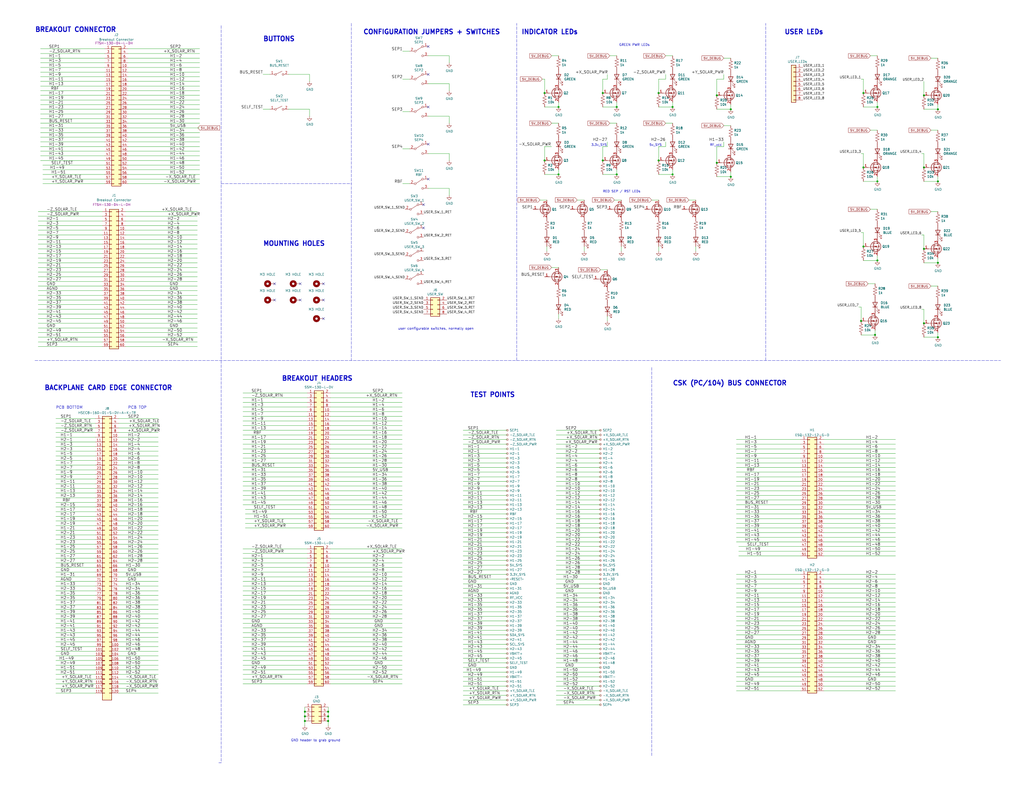
<source format=kicad_sch>
(kicad_sch (version 20211123) (generator eeschema)
  (paper "C")
  (junction (at 304.8 58.42))
  (junction (at 179.07 393.7))
  (junction (at 166.37 391.16))
  (junction (at 471.17 91.44))
  (junction (at 398.78 59.69))
  (junction (at 367.03 58.42))
  (junction (at 304.8 95.25))
  (junction (at 504.19 91.44))
  (junction (at 367.03 95.25))
  (junction (at 297.18 50.8))
  (junction (at 391.16 88.9))
  (junction (at 504.19 135.89))
  (junction (at 179.07 388.62))
  (junction (at 471.17 50.8))
  (junction (at 504.19 52.07))
  (junction (at 504.19 176.53))
  (junction (at 478.79 99.06))
  (junction (at 166.37 393.7))
  (junction (at 511.81 184.15))
  (junction (at 511.81 59.69))
  (junction (at 391.16 52.07))
  (junction (at 297.18 87.63))
  (junction (at 336.55 58.42))
  (junction (at 179.07 391.16))
  (junction (at 478.79 58.42))
  (junction (at 471.17 134.62))
  (junction (at 398.78 96.52))
  (junction (at 336.55 95.25))
  (junction (at 469.9 175.26))
  (junction (at 166.37 388.62))
  (junction (at 478.79 142.24))
  (junction (at 328.93 87.63))
  (junction (at 477.52 182.88))
  (junction (at 511.81 143.51))
  (junction (at 359.41 87.63))
  (junction (at 359.41 50.8))
  (junction (at 511.81 99.06))
  (junction (at 328.93 50.8))
  (no_connect (at 149.86 154.94))
  (no_connect (at 233.68 97.79))
  (no_connect (at 176.53 173.99))
  (no_connect (at 233.68 25.4))
  (no_connect (at 231.14 124.46))
  (no_connect (at 176.53 163.83))
  (no_connect (at 163.83 154.94))
  (no_connect (at 233.68 58.42))
  (no_connect (at 231.14 111.76))
  (no_connect (at 233.68 78.74))
  (no_connect (at 176.53 154.94))
  (no_connect (at 163.83 163.83))
  (no_connect (at 149.86 163.83))
  (no_connect (at 233.68 40.64))
  (wire (pts (xy 52.07 302.26) (xy 30.48 302.26)))
  (wire (pts (xy 52.07 248.92) (xy 30.48 248.92)))
  (wire (pts (xy 303.53 326.39) (xy 327.66 326.39)))
  (wire (pts (xy 86.36 370.84) (xy 64.77 370.84)))
  (wire (pts (xy 107.696 130.81) (xy 68.58 130.81)))
  (wire (pts (xy 332.74 67.31) (xy 336.55 67.31)))
  (wire (pts (xy 143.51 40.64) (xy 147.32 40.64)))
  (wire (pts (xy 252.73 316.23) (xy 276.86 316.23)))
  (wire (pts (xy 436.88 255.27) (xy 401.828 255.27)))
  (wire (pts (xy 57.15 69.85) (xy 22.098 69.85)))
  (wire (pts (xy 488.696 252.73) (xy 449.58 252.73)))
  (wire (pts (xy 86.36 347.98) (xy 64.77 347.98)))
  (wire (pts (xy 57.15 31.75) (xy 22.098 31.75)))
  (wire (pts (xy 86.36 337.82) (xy 64.77 337.82)))
  (wire (pts (xy 436.88 273.05) (xy 401.828 273.05)))
  (wire (pts (xy 303.53 275.59) (xy 327.66 275.59)))
  (wire (pts (xy 436.88 359.41) (xy 401.828 359.41)))
  (wire (pts (xy 157.48 59.69) (xy 168.91 59.69)))
  (wire (pts (xy 245.11 45.72) (xy 245.11 49.53)))
  (wire (pts (xy 219.456 325.12) (xy 180.34 325.12)))
  (wire (pts (xy 219.456 340.36) (xy 180.34 340.36)))
  (wire (pts (xy 252.73 257.81) (xy 276.86 257.81)))
  (wire (pts (xy 55.88 151.13) (xy 20.828 151.13)))
  (wire (pts (xy 52.07 340.36) (xy 30.48 340.36)))
  (wire (pts (xy 107.696 123.19) (xy 68.58 123.19)))
  (wire (pts (xy 167.64 345.44) (xy 132.588 345.44)))
  (wire (pts (xy 488.696 273.05) (xy 449.58 273.05)))
  (wire (pts (xy 52.07 378.46) (xy 30.48 378.46)))
  (wire (pts (xy 303.53 346.71) (xy 327.66 346.71)))
  (wire (pts (xy 471.17 99.06) (xy 478.79 99.06)))
  (wire (pts (xy 252.73 339.09) (xy 276.86 339.09)))
  (wire (pts (xy 252.73 306.07) (xy 276.86 306.07)))
  (wire (pts (xy 219.456 245.11) (xy 180.34 245.11)))
  (wire (pts (xy 303.53 252.73) (xy 327.66 252.73)))
  (wire (pts (xy 107.696 138.43) (xy 68.58 138.43)))
  (wire (pts (xy 303.53 384.81) (xy 327.66 384.81)))
  (wire (pts (xy 86.36 373.38) (xy 64.77 373.38)))
  (wire (pts (xy 167.64 312.42) (xy 132.588 312.42)))
  (wire (pts (xy 108.966 52.07) (xy 69.85 52.07)))
  (wire (pts (xy 478.79 96.52) (xy 478.79 99.06)))
  (wire (pts (xy 219.456 288.29) (xy 180.34 288.29)))
  (wire (pts (xy 471.17 83.82) (xy 469.9 83.82)))
  (wire (pts (xy 488.696 323.85) (xy 449.58 323.85)))
  (wire (pts (xy 436.88 240.03) (xy 401.828 240.03)))
  (wire (pts (xy 167.64 265.43) (xy 132.588 265.43)))
  (wire (pts (xy 436.88 354.33) (xy 401.828 354.33)))
  (wire (pts (xy 233.68 45.72) (xy 245.11 45.72)))
  (wire (pts (xy 303.53 308.61) (xy 327.66 308.61)))
  (wire (pts (xy 52.07 297.18) (xy 30.48 297.18)))
  (wire (pts (xy 108.966 36.83) (xy 69.85 36.83)))
  (wire (pts (xy 303.53 323.85) (xy 327.66 323.85)))
  (wire (pts (xy 219.456 232.41) (xy 180.34 232.41)))
  (wire (pts (xy 167.64 288.29) (xy 133.858 288.29)))
  (wire (pts (xy 488.696 303.53) (xy 449.58 303.53)))
  (wire (pts (xy 303.53 354.33) (xy 327.66 354.33)))
  (wire (pts (xy 245.11 30.48) (xy 245.11 34.29)))
  (wire (pts (xy 436.88 369.57) (xy 401.828 369.57)))
  (wire (pts (xy 86.36 284.48) (xy 64.77 284.48)))
  (polyline (pts (xy 120.65 416.56) (xy 119.38 416.56)))
  (wire (pts (xy 504.19 143.51) (xy 511.81 143.51)))
  (wire (pts (xy 252.73 318.77) (xy 276.86 318.77)))
  (wire (pts (xy 107.696 189.23) (xy 68.58 189.23)))
  (wire (pts (xy 86.36 279.4) (xy 64.77 279.4)))
  (wire (pts (xy 167.64 314.96) (xy 132.588 314.96)))
  (wire (pts (xy 107.696 176.53) (xy 68.58 176.53)))
  (wire (pts (xy 511.81 96.52) (xy 511.81 99.06)))
  (wire (pts (xy 86.36 365.76) (xy 64.77 365.76)))
  (wire (pts (xy 303.53 382.27) (xy 327.66 382.27)))
  (wire (pts (xy 297.18 95.25) (xy 304.8 95.25)))
  (wire (pts (xy 436.88 336.55) (xy 401.828 336.55)))
  (wire (pts (xy 219.456 373.38) (xy 180.34 373.38)))
  (wire (pts (xy 52.07 375.92) (xy 30.48 375.92)))
  (wire (pts (xy 436.88 275.59) (xy 401.828 275.59)))
  (wire (pts (xy 167.64 280.67) (xy 133.858 280.67)))
  (wire (pts (xy 504.19 52.07) (xy 504.19 44.45)))
  (wire (pts (xy 108.966 49.53) (xy 69.85 49.53)))
  (wire (pts (xy 303.53 377.19) (xy 327.66 377.19)))
  (wire (pts (xy 252.73 308.61) (xy 276.86 308.61)))
  (wire (pts (xy 57.15 54.61) (xy 22.098 54.61)))
  (wire (pts (xy 436.88 364.49) (xy 401.828 364.49)))
  (wire (pts (xy 86.36 320.04) (xy 64.77 320.04)))
  (wire (pts (xy 359.41 95.25) (xy 367.03 95.25)))
  (wire (pts (xy 303.53 290.83) (xy 327.66 290.83)))
  (wire (pts (xy 107.696 168.91) (xy 68.58 168.91)))
  (wire (pts (xy 167.64 355.6) (xy 132.588 355.6)))
  (wire (pts (xy 252.73 252.73) (xy 276.86 252.73)))
  (wire (pts (xy 219.456 247.65) (xy 180.34 247.65)))
  (wire (pts (xy 469.9 167.64) (xy 468.63 167.64)))
  (wire (pts (xy 303.53 283.21) (xy 327.66 283.21)))
  (polyline (pts (xy 417.83 196.85) (xy 417.83 12.7)))
  (wire (pts (xy 252.73 364.49) (xy 276.86 364.49)))
  (wire (pts (xy 179.07 396.24) (xy 179.07 393.7)))
  (wire (pts (xy 303.53 250.19) (xy 327.66 250.19)))
  (wire (pts (xy 436.88 316.23) (xy 401.828 316.23)))
  (wire (pts (xy 52.07 314.96) (xy 30.48 314.96)))
  (wire (pts (xy 436.88 318.77) (xy 401.828 318.77)))
  (wire (pts (xy 508 71.12) (xy 511.81 71.12)))
  (wire (pts (xy 488.696 280.67) (xy 449.58 280.67)))
  (wire (pts (xy 508 156.21) (xy 511.81 156.21)))
  (wire (pts (xy 375.92 109.22) (xy 379.73 109.22)))
  (wire (pts (xy 331.47 172.72) (xy 331.47 175.26)))
  (wire (pts (xy 488.696 334.01) (xy 449.58 334.01)))
  (wire (pts (xy 436.88 321.31) (xy 401.828 321.31)))
  (wire (pts (xy 233.68 63.5) (xy 245.11 63.5)))
  (wire (pts (xy 167.64 260.35) (xy 132.588 260.35)))
  (wire (pts (xy 488.696 344.17) (xy 449.58 344.17)))
  (wire (pts (xy 252.73 382.27) (xy 276.86 382.27)))
  (wire (pts (xy 143.51 59.69) (xy 147.32 59.69)))
  (wire (pts (xy 252.73 323.85) (xy 276.86 323.85)))
  (wire (pts (xy 108.966 34.29) (xy 69.85 34.29)))
  (wire (pts (xy 219.456 283.21) (xy 180.34 283.21)))
  (wire (pts (xy 219.456 360.68) (xy 180.34 360.68)))
  (wire (pts (xy 167.64 320.04) (xy 132.588 320.04)))
  (wire (pts (xy 167.64 224.79) (xy 132.588 224.79)))
  (wire (pts (xy 219.71 81.28) (xy 223.52 81.28)))
  (wire (pts (xy 86.36 236.22) (xy 64.77 236.22)))
  (wire (pts (xy 252.73 321.31) (xy 276.86 321.31)))
  (wire (pts (xy 86.36 259.08) (xy 64.77 259.08)))
  (wire (pts (xy 86.36 292.1) (xy 64.77 292.1)))
  (wire (pts (xy 86.36 299.72) (xy 64.77 299.72)))
  (polyline (pts (xy 120.65 100.33) (xy 191.77 100.33)))
  (wire (pts (xy 52.07 271.78) (xy 30.48 271.78)))
  (wire (pts (xy 108.966 97.79) (xy 69.85 97.79)))
  (wire (pts (xy 252.73 379.73) (xy 276.86 379.73)))
  (wire (pts (xy 52.07 269.24) (xy 30.48 269.24)))
  (wire (pts (xy 488.696 267.97) (xy 449.58 267.97)))
  (wire (pts (xy 488.696 346.71) (xy 449.58 346.71)))
  (wire (pts (xy 86.36 335.28) (xy 64.77 335.28)))
  (wire (pts (xy 108.966 77.47) (xy 69.85 77.47)))
  (wire (pts (xy 303.53 344.17) (xy 327.66 344.17)))
  (wire (pts (xy 303.53 321.31) (xy 327.66 321.31)))
  (wire (pts (xy 107.696 140.97) (xy 68.58 140.97)))
  (wire (pts (xy 303.53 374.65) (xy 327.66 374.65)))
  (wire (pts (xy 252.73 285.75) (xy 276.86 285.75)))
  (wire (pts (xy 303.53 257.81) (xy 327.66 257.81)))
  (wire (pts (xy 107.696 120.65) (xy 68.58 120.65)))
  (wire (pts (xy 394.97 80.01) (xy 394.97 77.47)))
  (wire (pts (xy 108.966 62.23) (xy 69.85 62.23)))
  (wire (pts (xy 473.71 154.94) (xy 477.52 154.94)))
  (wire (pts (xy 252.73 356.87) (xy 276.86 356.87)))
  (wire (pts (xy 167.64 309.88) (xy 132.588 309.88)))
  (wire (pts (xy 488.696 265.43) (xy 449.58 265.43)))
  (wire (pts (xy 359.41 80.01) (xy 363.22 80.01)))
  (wire (pts (xy 167.64 217.17) (xy 132.588 217.17)))
  (wire (pts (xy 303.53 247.65) (xy 327.66 247.65)))
  (wire (pts (xy 298.45 134.62) (xy 298.45 137.16)))
  (wire (pts (xy 488.696 377.19) (xy 449.58 377.19)))
  (wire (pts (xy 52.07 360.68) (xy 30.48 360.68)))
  (wire (pts (xy 55.88 166.37) (xy 20.828 166.37)))
  (wire (pts (xy 219.456 262.89) (xy 180.34 262.89)))
  (wire (pts (xy 52.07 312.42) (xy 30.48 312.42)))
  (wire (pts (xy 303.53 311.15) (xy 327.66 311.15)))
  (wire (pts (xy 304.8 92.71) (xy 304.8 95.25)))
  (wire (pts (xy 179.07 391.16) (xy 179.07 388.62)))
  (wire (pts (xy 167.64 353.06) (xy 132.588 353.06)))
  (wire (pts (xy 52.07 238.76) (xy 30.48 238.76)))
  (wire (pts (xy 471.17 43.18) (xy 469.9 43.18)))
  (wire (pts (xy 167.64 222.25) (xy 132.588 222.25)))
  (wire (pts (xy 436.88 267.97) (xy 401.828 267.97)))
  (wire (pts (xy 436.88 326.39) (xy 401.828 326.39)))
  (wire (pts (xy 219.456 327.66) (xy 180.34 327.66)))
  (wire (pts (xy 488.696 367.03) (xy 449.58 367.03)))
  (wire (pts (xy 166.37 388.62) (xy 166.37 391.16)))
  (wire (pts (xy 488.696 372.11) (xy 449.58 372.11)))
  (wire (pts (xy 219.456 304.8) (xy 180.34 304.8)))
  (wire (pts (xy 108.966 26.67) (xy 69.85 26.67)))
  (wire (pts (xy 488.696 245.11) (xy 449.58 245.11)))
  (wire (pts (xy 57.15 41.91) (xy 22.098 41.91)))
  (wire (pts (xy 303.53 260.35) (xy 327.66 260.35)))
  (wire (pts (xy 55.88 140.97) (xy 20.828 140.97)))
  (wire (pts (xy 86.36 340.36) (xy 64.77 340.36)))
  (wire (pts (xy 436.88 280.67) (xy 401.828 280.67)))
  (wire (pts (xy 359.41 134.62) (xy 359.41 137.16)))
  (wire (pts (xy 107.696 163.83) (xy 68.58 163.83)))
  (wire (pts (xy 471.17 91.44) (xy 471.17 83.82)))
  (wire (pts (xy 303.53 288.29) (xy 327.66 288.29)))
  (wire (pts (xy 219.456 350.52) (xy 180.34 350.52)))
  (wire (pts (xy 167.64 257.81) (xy 132.588 257.81)))
  (wire (pts (xy 294.64 109.22) (xy 298.45 109.22)))
  (wire (pts (xy 167.64 255.27) (xy 132.588 255.27)))
  (wire (pts (xy 488.696 288.29) (xy 449.58 288.29)))
  (wire (pts (xy 86.36 246.38) (xy 64.77 246.38)))
  (wire (pts (xy 108.966 100.33) (xy 69.85 100.33)))
  (wire (pts (xy 52.07 241.3) (xy 30.48 241.3)))
  (wire (pts (xy 391.16 96.52) (xy 398.78 96.52)))
  (wire (pts (xy 488.696 374.65) (xy 449.58 374.65)))
  (wire (pts (xy 336.55 92.71) (xy 336.55 95.25)))
  (wire (pts (xy 52.07 347.98) (xy 30.48 347.98)))
  (wire (pts (xy 303.53 262.89) (xy 327.66 262.89)))
  (wire (pts (xy 511.81 140.97) (xy 511.81 143.51)))
  (wire (pts (xy 167.64 302.26) (xy 132.588 302.26)))
  (wire (pts (xy 107.696 143.51) (xy 68.58 143.51)))
  (wire (pts (xy 252.73 303.53) (xy 276.86 303.53)))
  (wire (pts (xy 252.73 298.45) (xy 276.86 298.45)))
  (wire (pts (xy 52.07 274.32) (xy 30.48 274.32)))
  (wire (pts (xy 52.07 350.52) (xy 30.48 350.52)))
  (wire (pts (xy 436.88 300.99) (xy 403.098 300.99)))
  (wire (pts (xy 57.15 97.79) (xy 23.368 97.79)))
  (wire (pts (xy 252.73 372.11) (xy 276.86 372.11)))
  (wire (pts (xy 108.966 57.15) (xy 69.85 57.15)))
  (wire (pts (xy 488.696 283.21) (xy 449.58 283.21)))
  (wire (pts (xy 252.73 367.03) (xy 276.86 367.03)))
  (wire (pts (xy 252.73 295.91) (xy 276.86 295.91)))
  (wire (pts (xy 86.36 325.12) (xy 64.77 325.12)))
  (wire (pts (xy 469.9 175.26) (xy 469.9 167.64)))
  (wire (pts (xy 52.07 266.7) (xy 30.48 266.7)))
  (wire (pts (xy 167.64 327.66) (xy 132.588 327.66)))
  (wire (pts (xy 504.19 83.82) (xy 502.92 83.82)))
  (wire (pts (xy 52.07 294.64) (xy 30.48 294.64)))
  (wire (pts (xy 167.64 304.8) (xy 132.588 304.8)))
  (wire (pts (xy 219.456 368.3) (xy 180.34 368.3)))
  (wire (pts (xy 167.64 340.36) (xy 132.588 340.36)))
  (wire (pts (xy 303.53 242.57) (xy 327.66 242.57)))
  (wire (pts (xy 508 31.75) (xy 511.81 31.75)))
  (wire (pts (xy 303.53 270.51) (xy 327.66 270.51)))
  (wire (pts (xy 55.88 153.67) (xy 20.828 153.67)))
  (wire (pts (xy 436.88 278.13) (xy 401.828 278.13)))
  (wire (pts (xy 436.88 346.71) (xy 401.828 346.71)))
  (wire (pts (xy 488.696 255.27) (xy 449.58 255.27)))
  (wire (pts (xy 436.88 295.91) (xy 401.828 295.91)))
  (wire (pts (xy 55.88 161.29) (xy 20.828 161.29)))
  (wire (pts (xy 504.19 59.69) (xy 511.81 59.69)))
  (wire (pts (xy 167.64 267.97) (xy 132.588 267.97)))
  (wire (pts (xy 219.456 332.74) (xy 180.34 332.74)))
  (wire (pts (xy 107.696 158.75) (xy 68.58 158.75)))
  (wire (pts (xy 252.73 313.69) (xy 276.86 313.69)))
  (wire (pts (xy 52.07 370.84) (xy 30.48 370.84)))
  (wire (pts (xy 474.98 71.12) (xy 478.79 71.12)))
  (wire (pts (xy 55.88 173.99) (xy 20.828 173.99)))
  (wire (pts (xy 86.36 248.92) (xy 64.77 248.92)))
  (wire (pts (xy 359.41 50.8) (xy 359.41 43.18)))
  (wire (pts (xy 252.73 326.39) (xy 276.86 326.39)))
  (wire (pts (xy 303.53 293.37) (xy 327.66 293.37)))
  (wire (pts (xy 55.88 123.19) (xy 20.828 123.19)))
  (wire (pts (xy 398.78 57.15) (xy 398.78 59.69)))
  (wire (pts (xy 55.88 118.11) (xy 20.828 118.11)))
  (wire (pts (xy 252.73 237.49) (xy 276.86 237.49)))
  (wire (pts (xy 252.73 270.51) (xy 276.86 270.51)))
  (wire (pts (xy 57.15 36.83) (xy 22.098 36.83)))
  (wire (pts (xy 57.15 100.33) (xy 23.368 100.33)))
  (wire (pts (xy 86.36 378.46) (xy 64.77 378.46)))
  (wire (pts (xy 107.696 153.67) (xy 68.58 153.67)))
  (wire (pts (xy 52.07 284.48) (xy 30.48 284.48)))
  (wire (pts (xy 488.696 262.89) (xy 449.58 262.89)))
  (wire (pts (xy 55.88 158.75) (xy 20.828 158.75)))
  (wire (pts (xy 107.696 146.05) (xy 68.58 146.05)))
  (wire (pts (xy 252.73 311.15) (xy 276.86 311.15)))
  (wire (pts (xy 367.03 92.71) (xy 367.03 95.25)))
  (wire (pts (xy 355.6 109.22) (xy 359.41 109.22)))
  (wire (pts (xy 488.696 321.31) (xy 449.58 321.31)))
  (wire (pts (xy 86.36 294.64) (xy 64.77 294.64)))
  (wire (pts (xy 303.53 300.99) (xy 327.66 300.99)))
  (wire (pts (xy 107.696 173.99) (xy 68.58 173.99)))
  (wire (pts (xy 167.64 335.28) (xy 132.588 335.28)))
  (wire (pts (xy 488.696 328.93) (xy 449.58 328.93)))
  (wire (pts (xy 252.73 262.89) (xy 276.86 262.89)))
  (wire (pts (xy 252.73 377.19) (xy 276.86 377.19)))
  (wire (pts (xy 86.36 355.6) (xy 64.77 355.6)))
  (wire (pts (xy 252.73 300.99) (xy 276.86 300.99)))
  (wire (pts (xy 252.73 354.33) (xy 276.86 354.33)))
  (wire (pts (xy 86.36 254) (xy 64.77 254)))
  (wire (pts (xy 57.15 80.01) (xy 22.098 80.01)))
  (wire (pts (xy 52.07 264.16) (xy 30.48 264.16)))
  (wire (pts (xy 328.93 87.63) (xy 328.93 80.01)))
  (wire (pts (xy 504.19 99.06) (xy 511.81 99.06)))
  (wire (pts (xy 57.15 95.25) (xy 23.368 95.25)))
  (wire (pts (xy 86.36 309.88) (xy 64.77 309.88)))
  (wire (pts (xy 303.53 331.47) (xy 327.66 331.47)))
  (wire (pts (xy 167.64 358.14) (xy 132.588 358.14)))
  (wire (pts (xy 167.64 232.41) (xy 132.588 232.41)))
  (wire (pts (xy 327.66 147.32) (xy 331.47 147.32)))
  (wire (pts (xy 52.07 335.28) (xy 30.48 335.28)))
  (wire (pts (xy 57.15 62.23) (xy 22.098 62.23)))
  (wire (pts (xy 107.696 125.73) (xy 68.58 125.73)))
  (wire (pts (xy 297.18 58.42) (xy 304.8 58.42)))
  (wire (pts (xy 108.966 41.91) (xy 69.85 41.91)))
  (wire (pts (xy 436.88 377.19) (xy 401.828 377.19)))
  (wire (pts (xy 86.36 327.66) (xy 64.77 327.66)))
  (wire (pts (xy 436.88 270.51) (xy 401.828 270.51)))
  (wire (pts (xy 52.07 233.68) (xy 30.48 233.68)))
  (wire (pts (xy 167.64 370.84) (xy 132.588 370.84)))
  (wire (pts (xy 436.88 372.11) (xy 401.828 372.11)))
  (wire (pts (xy 108.966 72.39) (xy 69.85 72.39)))
  (wire (pts (xy 252.73 242.57) (xy 276.86 242.57)))
  (wire (pts (xy 86.36 317.5) (xy 64.77 317.5)))
  (wire (pts (xy 328.93 50.8) (xy 328.93 43.18)))
  (wire (pts (xy 303.53 364.49) (xy 327.66 364.49)))
  (wire (pts (xy 504.19 176.53) (xy 504.19 168.91)))
  (wire (pts (xy 504.19 184.15) (xy 511.81 184.15)))
  (wire (pts (xy 436.88 367.03) (xy 401.828 367.03)))
  (wire (pts (xy 52.07 279.4) (xy 30.48 279.4)))
  (polyline (pts (xy 19.05 196.85) (xy 546.1 196.85)))
  (wire (pts (xy 55.88 135.89) (xy 20.828 135.89)))
  (wire (pts (xy 488.696 354.33) (xy 449.58 354.33)))
  (wire (pts (xy 488.696 336.55) (xy 449.58 336.55)))
  (wire (pts (xy 52.07 256.54) (xy 30.48 256.54)))
  (wire (pts (xy 167.64 373.38) (xy 132.588 373.38)))
  (wire (pts (xy 488.696 290.83) (xy 449.58 290.83)))
  (wire (pts (xy 107.696 148.59) (xy 68.58 148.59)))
  (wire (pts (xy 86.36 345.44) (xy 64.77 345.44)))
  (wire (pts (xy 359.41 43.18) (xy 363.22 43.18)))
  (wire (pts (xy 57.15 29.21) (xy 22.098 29.21)))
  (wire (pts (xy 107.696 161.29) (xy 68.58 161.29)))
  (wire (pts (xy 474.98 30.48) (xy 478.79 30.48)))
  (wire (pts (xy 331.47 77.47) (xy 331.47 80.01)))
  (wire (pts (xy 252.73 369.57) (xy 276.86 369.57)))
  (wire (pts (xy 359.41 58.42) (xy 367.03 58.42)))
  (wire (pts (xy 252.73 260.35) (xy 276.86 260.35)))
  (wire (pts (xy 391.16 80.01) (xy 391.16 88.9)))
  (wire (pts (xy 108.966 85.09) (xy 69.85 85.09)))
  (wire (pts (xy 52.07 342.9) (xy 30.48 342.9)))
  (wire (pts (xy 179.07 393.7) (xy 179.07 391.16)))
  (wire (pts (xy 488.696 316.23) (xy 449.58 316.23)))
  (wire (pts (xy 86.36 353.06) (xy 64.77 353.06)))
  (wire (pts (xy 55.88 189.23) (xy 20.828 189.23)))
  (wire (pts (xy 252.73 280.67) (xy 276.86 280.67)))
  (wire (pts (xy 167.64 325.12) (xy 132.588 325.12)))
  (wire (pts (xy 488.696 351.79) (xy 449.58 351.79)))
  (wire (pts (xy 436.88 250.19) (xy 401.828 250.19)))
  (wire (pts (xy 303.53 306.07) (xy 327.66 306.07)))
  (wire (pts (xy 86.36 228.6) (xy 64.77 228.6)))
  (wire (pts (xy 107.696 135.89) (xy 68.58 135.89)))
  (wire (pts (xy 303.53 318.77) (xy 327.66 318.77)))
  (wire (pts (xy 488.696 275.59) (xy 449.58 275.59)))
  (wire (pts (xy 363.22 67.31) (xy 367.03 67.31)))
  (wire (pts (xy 219.456 309.88) (xy 180.34 309.88)))
  (wire (pts (xy 488.696 257.81) (xy 449.58 257.81)))
  (wire (pts (xy 55.88 146.05) (xy 20.828 146.05)))
  (wire (pts (xy 303.53 316.23) (xy 327.66 316.23)))
  (wire (pts (xy 252.73 265.43) (xy 276.86 265.43)))
  (wire (pts (xy 328.93 95.25) (xy 336.55 95.25)))
  (wire (pts (xy 86.36 289.56) (xy 64.77 289.56)))
  (wire (pts (xy 303.53 361.95) (xy 327.66 361.95)))
  (wire (pts (xy 252.73 250.19) (xy 276.86 250.19)))
  (wire (pts (xy 252.73 240.03) (xy 276.86 240.03)))
  (wire (pts (xy 219.456 229.87) (xy 180.34 229.87)))
  (wire (pts (xy 107.696 186.69) (xy 68.58 186.69)))
  (wire (pts (xy 219.456 307.34) (xy 180.34 307.34)))
  (wire (pts (xy 303.53 273.05) (xy 327.66 273.05)))
  (wire (pts (xy 167.64 307.34) (xy 132.588 307.34)))
  (wire (pts (xy 219.456 237.49) (xy 180.34 237.49)))
  (wire (pts (xy 219.456 320.04) (xy 180.34 320.04)))
  (wire (pts (xy 52.07 304.8) (xy 30.48 304.8)))
  (wire (pts (xy 436.88 323.85) (xy 401.828 323.85)))
  (wire (pts (xy 303.53 356.87) (xy 327.66 356.87)))
  (wire (pts (xy 86.36 261.62) (xy 64.77 261.62)))
  (wire (pts (xy 219.456 358.14) (xy 180.34 358.14)))
  (wire (pts (xy 303.53 349.25) (xy 327.66 349.25)))
  (wire (pts (xy 219.456 285.75) (xy 180.34 285.75)))
  (wire (pts (xy 219.456 252.73) (xy 180.34 252.73)))
  (wire (pts (xy 57.15 39.37) (xy 22.098 39.37)))
  (wire (pts (xy 436.88 262.89) (xy 401.828 262.89)))
  (wire (pts (xy 86.36 314.96) (xy 64.77 314.96)))
  (wire (pts (xy 219.71 27.94) (xy 223.52 27.94)))
  (wire (pts (xy 303.53 234.95) (xy 327.66 234.95)))
  (wire (pts (xy 108.966 92.71) (xy 69.85 92.71)))
  (wire (pts (xy 303.53 278.13) (xy 327.66 278.13)))
  (wire (pts (xy 219.456 227.33) (xy 180.34 227.33)))
  (wire (pts (xy 57.15 92.71) (xy 23.368 92.71)))
  (wire (pts (xy 252.73 273.05) (xy 276.86 273.05)))
  (wire (pts (xy 52.07 327.66) (xy 30.48 327.66)))
  (wire (pts (xy 52.07 365.76) (xy 30.48 365.76)))
  (wire (pts (xy 57.15 72.39) (xy 22.098 72.39)))
  (wire (pts (xy 219.456 240.03) (xy 180.34 240.03)))
  (wire (pts (xy 52.07 254) (xy 30.48 254)))
  (wire (pts (xy 219.456 342.9) (xy 180.34 342.9)))
  (wire (pts (xy 86.36 332.74) (xy 64.77 332.74)))
  (wire (pts (xy 157.48 40.64) (xy 168.91 40.64)))
  (wire (pts (xy 52.07 325.12) (xy 30.48 325.12)))
  (wire (pts (xy 252.73 293.37) (xy 276.86 293.37)))
  (wire (pts (xy 167.64 250.19) (xy 132.588 250.19)))
  (wire (pts (xy 52.07 281.94) (xy 30.48 281.94)))
  (wire (pts (xy 245.11 83.82) (xy 245.11 87.63)))
  (wire (pts (xy 219.456 280.67) (xy 180.34 280.67)))
  (wire (pts (xy 52.07 355.6) (xy 30.48 355.6)))
  (wire (pts (xy 328.93 58.42) (xy 336.55 58.42)))
  (wire (pts (xy 359.41 87.63) (xy 359.41 80.01)))
  (wire (pts (xy 252.73 334.01) (xy 276.86 334.01)))
  (wire (pts (xy 436.88 257.81) (xy 401.828 257.81)))
  (wire (pts (xy 167.64 332.74) (xy 132.588 332.74)))
  (wire (pts (xy 108.966 59.69) (xy 69.85 59.69)))
  (wire (pts (xy 219.456 214.63) (xy 180.34 214.63)))
  (wire (pts (xy 314.96 109.22) (xy 318.77 109.22)))
  (wire (pts (xy 52.07 289.56) (xy 30.48 289.56)))
  (wire (pts (xy 436.88 328.93) (xy 401.828 328.93)))
  (wire (pts (xy 219.456 242.57) (xy 180.34 242.57)))
  (wire (pts (xy 478.79 55.88) (xy 478.79 58.42)))
  (wire (pts (xy 55.88 120.65) (xy 20.828 120.65)))
  (wire (pts (xy 55.88 130.81) (xy 20.828 130.81)))
  (wire (pts (xy 331.47 40.64) (xy 331.47 43.18)))
  (wire (pts (xy 488.696 295.91) (xy 449.58 295.91)))
  (wire (pts (xy 86.36 233.68) (xy 64.77 233.68)))
  (wire (pts (xy 219.456 224.79) (xy 180.34 224.79)))
  (wire (pts (xy 55.88 163.83) (xy 20.828 163.83)))
  (wire (pts (xy 108.966 54.61) (xy 69.85 54.61)))
  (polyline (pts (xy 120.65 13.97) (xy 120.65 416.56)))
  (wire (pts (xy 488.696 270.51) (xy 449.58 270.51)))
  (wire (pts (xy 300.99 30.48) (xy 304.8 30.48)))
  (wire (pts (xy 471.17 134.62) (xy 471.17 127)))
  (wire (pts (xy 478.79 139.7) (xy 478.79 142.24)))
  (wire (pts (xy 436.88 283.21) (xy 401.828 283.21)))
  (wire (pts (xy 303.53 313.69) (xy 327.66 313.69)))
  (wire (pts (xy 86.36 241.3) (xy 64.77 241.3)))
  (polyline (pts (xy 281.94 196.85) (xy 281.94 12.7)))
  (wire (pts (xy 57.15 85.09) (xy 22.098 85.09)))
  (wire (pts (xy 167.64 237.49) (xy 132.588 237.49)))
  (wire (pts (xy 233.68 83.82) (xy 245.11 83.82)))
  (wire (pts (xy 167.64 278.13) (xy 133.858 278.13)))
  (wire (pts (xy 252.73 267.97) (xy 276.86 267.97)))
  (wire (pts (xy 488.696 356.87) (xy 449.58 356.87)))
  (wire (pts (xy 52.07 332.74) (xy 30.48 332.74)))
  (wire (pts (xy 167.64 368.3) (xy 132.588 368.3)))
  (wire (pts (xy 219.456 267.97) (xy 180.34 267.97)))
  (wire (pts (xy 436.88 285.75) (xy 401.828 285.75)))
  (wire (pts (xy 167.64 342.9) (xy 132.588 342.9)))
  (wire (pts (xy 167.64 245.11) (xy 132.588 245.11)))
  (wire (pts (xy 300.99 80.01) (xy 297.18 80.01)))
  (wire (pts (xy 86.36 287.02) (xy 64.77 287.02)))
  (wire (pts (xy 108.966 87.63) (xy 69.85 87.63)))
  (wire (pts (xy 303.53 328.93) (xy 327.66 328.93)))
  (wire (pts (xy 252.73 374.65) (xy 276.86 374.65)))
  (wire (pts (xy 339.09 134.62) (xy 339.09 137.16)))
  (wire (pts (xy 52.07 276.86) (xy 30.48 276.86)))
  (wire (pts (xy 168.91 40.64) (xy 168.91 44.45)))
  (wire (pts (xy 436.88 298.45) (xy 403.098 298.45)))
  (wire (pts (xy 488.696 331.47) (xy 449.58 331.47)))
  (wire (pts (xy 336.55 55.88) (xy 336.55 58.42)))
  (wire (pts (xy 219.456 317.5) (xy 180.34 317.5)))
  (wire (pts (xy 331.47 43.18) (xy 328.93 43.18)))
  (wire (pts (xy 168.91 59.69) (xy 168.91 63.5)))
  (wire (pts (xy 436.88 349.25) (xy 401.828 349.25)))
  (wire (pts (xy 219.456 345.44) (xy 180.34 345.44)))
  (wire (pts (xy 511.81 57.15) (xy 511.81 59.69)))
  (wire (pts (xy 303.53 351.79) (xy 327.66 351.79)))
  (wire (pts (xy 303.53 267.97) (xy 327.66 267.97)))
  (wire (pts (xy 167.64 317.5) (xy 132.588 317.5)))
  (wire (pts (xy 52.07 345.44) (xy 30.48 345.44)))
  (wire (pts (xy 252.73 288.29) (xy 276.86 288.29)))
  (wire (pts (xy 219.456 335.28) (xy 180.34 335.28)))
  (wire (pts (xy 488.696 326.39) (xy 449.58 326.39)))
  (wire (pts (xy 303.53 369.57) (xy 327.66 369.57)))
  (wire (pts (xy 303.53 255.27) (xy 327.66 255.27)))
  (wire (pts (xy 107.696 118.11) (xy 68.58 118.11)))
  (wire (pts (xy 488.696 298.45) (xy 449.58 298.45)))
  (wire (pts (xy 252.73 341.63) (xy 276.86 341.63)))
  (wire (pts (xy 167.64 347.98) (xy 132.588 347.98)))
  (wire (pts (xy 86.36 243.84) (xy 64.77 243.84)))
  (wire (pts (xy 86.36 251.46) (xy 64.77 251.46)))
  (wire (pts (xy 107.696 115.57) (xy 68.58 115.57)))
  (wire (pts (xy 219.456 330.2) (xy 180.34 330.2)))
  (wire (pts (xy 107.696 171.45) (xy 68.58 171.45)))
  (wire (pts (xy 57.15 34.29) (xy 22.098 34.29)))
  (wire (pts (xy 107.696 128.27) (xy 68.58 128.27)))
  (wire (pts (xy 436.88 341.63) (xy 401.828 341.63)))
  (wire (pts (xy 167.64 360.68) (xy 132.588 360.68)))
  (wire (pts (xy 471.17 50.8) (xy 471.17 43.18)))
  (wire (pts (xy 57.15 74.93) (xy 22.098 74.93)))
  (wire (pts (xy 394.97 68.58) (xy 398.78 68.58)))
  (wire (pts (xy 86.36 302.26) (xy 64.77 302.26)))
  (wire (pts (xy 108.966 90.17) (xy 69.85 90.17)))
  (wire (pts (xy 488.696 250.19) (xy 449.58 250.19)))
  (wire (pts (xy 252.73 346.71) (xy 276.86 346.71)))
  (wire (pts (xy 108.966 74.93) (xy 69.85 74.93)))
  (wire (pts (xy 166.37 386.08) (xy 166.37 388.62)))
  (wire (pts (xy 167.64 234.95) (xy 132.588 234.95)))
  (wire (pts (xy 252.73 328.93) (xy 276.86 328.93)))
  (wire (pts (xy 167.64 214.63) (xy 132.588 214.63)))
  (wire (pts (xy 57.15 64.77) (xy 22.098 64.77)))
  (wire (pts (xy 303.53 295.91) (xy 327.66 295.91)))
  (wire (pts (xy 252.73 344.17) (xy 276.86 344.17)))
  (wire (pts (xy 167.64 330.2) (xy 132.588 330.2)))
  (wire (pts (xy 86.36 238.76) (xy 64.77 238.76)))
  (wire (pts (xy 57.15 67.31) (xy 22.098 67.31)))
  (wire (pts (xy 52.07 317.5) (xy 30.48 317.5)))
  (wire (pts (xy 86.36 297.18) (xy 64.77 297.18)))
  (wire (pts (xy 86.36 281.94) (xy 64.77 281.94)))
  (wire (pts (xy 219.456 337.82) (xy 180.34 337.82)))
  (wire (pts (xy 86.36 322.58) (xy 64.77 322.58)))
  (wire (pts (xy 252.73 290.83) (xy 276.86 290.83)))
  (wire (pts (xy 303.53 359.41) (xy 327.66 359.41)))
  (wire (pts (xy 300.99 146.05) (xy 304.8 146.05)))
  (wire (pts (xy 367.03 55.88) (xy 367.03 58.42)))
  (wire (pts (xy 219.456 222.25) (xy 180.34 222.25)))
  (wire (pts (xy 303.53 240.03) (xy 327.66 240.03)))
  (wire (pts (xy 436.88 334.01) (xy 401.828 334.01)))
  (wire (pts (xy 167.64 240.03) (xy 132.588 240.03)))
  (wire (pts (xy 363.22 30.48) (xy 367.03 30.48)))
  (wire (pts (xy 332.74 30.48) (xy 336.55 30.48)))
  (wire (pts (xy 379.73 134.62) (xy 379.73 137.16)))
  (wire (pts (xy 219.456 355.6) (xy 180.34 355.6)))
  (wire (pts (xy 219.71 60.96) (xy 223.52 60.96)))
  (wire (pts (xy 488.696 293.37) (xy 449.58 293.37)))
  (wire (pts (xy 303.53 341.63) (xy 327.66 341.63)))
  (wire (pts (xy 219.456 314.96) (xy 180.34 314.96)))
  (wire (pts (xy 471.17 142.24) (xy 478.79 142.24)))
  (wire (pts (xy 304.8 55.88) (xy 304.8 58.42)))
  (wire (pts (xy 55.88 128.27) (xy 20.828 128.27)))
  (wire (pts (xy 55.88 176.53) (xy 20.828 176.53)))
  (wire (pts (xy 52.07 236.22) (xy 30.48 236.22)))
  (wire (pts (xy 166.37 393.7) (xy 166.37 396.24)))
  (wire (pts (xy 167.64 275.59) (xy 132.588 275.59)))
  (wire (pts (xy 219.456 257.81) (xy 180.34 257.81)))
  (wire (pts (xy 488.696 369.57) (xy 449.58 369.57)))
  (wire (pts (xy 363.22 43.18) (xy 363.22 40.64)))
  (wire (pts (xy 252.73 255.27) (xy 276.86 255.27)))
  (wire (pts (xy 86.36 358.14) (xy 64.77 358.14)))
  (wire (pts (xy 86.36 307.34) (xy 64.77 307.34)))
  (wire (pts (xy 52.07 330.2) (xy 30.48 330.2)))
  (wire (pts (xy 167.64 270.51) (xy 132.588 270.51)))
  (wire (pts (xy 219.456 255.27) (xy 180.34 255.27)))
  (wire (pts (xy 57.15 26.67) (xy 22.098 26.67)))
  (wire (pts (xy 55.88 179.07) (xy 20.828 179.07)))
  (wire (pts (xy 86.36 342.9) (xy 64.77 342.9)))
  (wire (pts (xy 504.19 91.44) (xy 504.19 83.82)))
  (wire (pts (xy 86.36 269.24) (xy 64.77 269.24)))
  (wire (pts (xy 219.71 100.33) (xy 223.52 100.33)))
  (wire (pts (xy 52.07 246.38) (xy 30.48 246.38)))
  (wire (pts (xy 219.456 312.42) (xy 180.34 312.42)))
  (wire (pts (xy 52.07 259.08) (xy 30.48 259.08)))
  (wire (pts (xy 219.456 273.05) (xy 180.34 273.05)))
  (wire (pts (xy 55.88 133.35) (xy 20.828 133.35)))
  (wire (pts (xy 167.64 283.21) (xy 133.858 283.21)))
  (wire (pts (xy 219.456 299.72) (xy 180.34 299.72)))
  (wire (pts (xy 107.696 181.61) (xy 68.58 181.61)))
  (wire (pts (xy 86.36 368.3) (xy 64.77 368.3)))
  (wire (pts (xy 219.456 353.06) (xy 180.34 353.06)))
  (wire (pts (xy 318.77 134.62) (xy 318.77 137.16)))
  (wire (pts (xy 504.19 128.27) (xy 502.92 128.27)))
  (wire (pts (xy 252.73 278.13) (xy 276.86 278.13)))
  (wire (pts (xy 52.07 251.46) (xy 30.48 251.46)))
  (wire (pts (xy 55.88 156.21) (xy 20.828 156.21)))
  (wire (pts (xy 252.73 331.47) (xy 276.86 331.47)))
  (wire (pts (xy 219.456 275.59) (xy 180.34 275.59)))
  (wire (pts (xy 107.696 133.35) (xy 68.58 133.35)))
  (wire (pts (xy 436.88 356.87) (xy 401.828 356.87)))
  (wire (pts (xy 436.88 293.37) (xy 401.828 293.37)))
  (wire (pts (xy 436.88 374.65) (xy 401.828 374.65)))
  (wire (pts (xy 303.53 280.67) (xy 327.66 280.67)))
  (wire (pts (xy 167.64 227.33) (xy 132.588 227.33)))
  (wire (pts (xy 488.696 278.13) (xy 449.58 278.13)))
  (wire (pts (xy 108.966 69.85) (xy 69.85 69.85)))
  (wire (pts (xy 488.696 349.25) (xy 449.58 349.25)))
  (wire (pts (xy 219.71 43.18) (xy 223.52 43.18)))
  (wire (pts (xy 436.88 260.35) (xy 401.828 260.35)))
  (wire (pts (xy 108.966 67.31) (xy 69.85 67.31)))
  (wire (pts (xy 488.696 242.57) (xy 449.58 242.57)))
  (wire (pts (xy 436.88 265.43) (xy 401.828 265.43)))
  (wire (pts (xy 436.88 313.69) (xy 401.828 313.69)))
  (wire (pts (xy 107.696 184.15) (xy 68.58 184.15)))
  (wire (pts (xy 167.64 285.75) (xy 133.858 285.75)))
  (wire (pts (xy 55.88 143.51) (xy 20.828 143.51)))
  (wire (pts (xy 504.19 135.89) (xy 504.19 128.27)))
  (wire (pts (xy 488.696 260.35) (xy 449.58 260.35)))
  (wire (pts (xy 179.07 388.62) (xy 179.07 386.08)))
  (wire (pts (xy 52.07 261.62) (xy 30.48 261.62)))
  (wire (pts (xy 304.8 171.45) (xy 304.8 173.99)))
  (wire (pts (xy 335.28 109.22) (xy 339.09 109.22)))
  (wire (pts (xy 219.456 217.17) (xy 180.34 217.17)))
  (wire (pts (xy 167.64 299.72) (xy 132.588 299.72)))
  (wire (pts (xy 300.99 67.31) (xy 304.8 67.31)))
  (wire (pts (xy 303.53 336.55) (xy 327.66 336.55)))
  (wire (pts (xy 394.97 43.18) (xy 394.97 40.64)))
  (wire (pts (xy 86.36 274.32) (xy 64.77 274.32)))
  (wire (pts (xy 52.07 309.88) (xy 30.48 309.88)))
  (wire (pts (xy 488.696 300.99) (xy 449.58 300.99)))
  (wire (pts (xy 167.64 273.05) (xy 132.588 273.05)))
  (wire (pts (xy 219.456 370.84) (xy 180.34 370.84)))
  (wire (pts (xy 219.456 219.71) (xy 180.34 219.71)))
  (wire (pts (xy 57.15 87.63) (xy 22.098 87.63)))
  (wire (pts (xy 219.456 270.51) (xy 180.34 270.51)))
  (wire (pts (xy 331.47 80.01) (xy 328.93 80.01)))
  (wire (pts (xy 391.16 80.01) (xy 394.97 80.01)))
  (wire (pts (xy 252.73 384.81) (xy 276.86 384.81)))
  (wire (pts (xy 488.696 247.65) (xy 449.58 247.65)))
  (wire (pts (xy 303.53 372.11) (xy 327.66 372.11)))
  (wire (pts (xy 108.966 29.21) (xy 69.85 29.21)))
  (wire (pts (xy 252.73 283.21) (xy 276.86 283.21)))
  (wire (pts (xy 167.64 337.82) (xy 132.588 337.82)))
  (wire (pts (xy 398.78 93.98) (xy 398.78 96.52)))
  (polyline (pts (xy 191.77 12.7) (xy 191.77 196.85)))
  (wire (pts (xy 297.18 43.18) (xy 295.91 43.18)))
  (wire (pts (xy 504.19 168.91) (xy 502.92 168.91)))
  (wire (pts (xy 488.696 240.03) (xy 449.58 240.03)))
  (wire (pts (xy 233.68 30.48) (xy 245.11 30.48)))
  (wire (pts (xy 436.88 242.57) (xy 401.828 242.57)))
  (wire (pts (xy 436.88 247.65) (xy 401.828 247.65)))
  (wire (pts (xy 52.07 307.34) (xy 30.48 307.34)))
  (wire (pts (xy 488.696 359.41) (xy 449.58 359.41)))
  (wire (pts (xy 55.88 125.73) (xy 20.828 125.73)))
  (polyline (pts (xy 355.6 200.66) (xy 355.6 412.75)))
  (wire (pts (xy 391.16 43.18) (xy 391.16 52.07)))
  (wire (pts (xy 245.11 102.87) (xy 245.11 106.68)))
  (wire (pts (xy 488.696 318.77) (xy 449.58 318.77)))
  (wire (pts (xy 55.88 115.57) (xy 20.828 115.57)))
  (wire (pts (xy 52.07 358.14) (xy 30.48 358.14)))
  (wire (pts (xy 303.53 334.01) (xy 327.66 334.01)))
  (wire (pts (xy 219.456 363.22) (xy 180.34 363.22)))
  (wire (pts (xy 86.36 264.16) (xy 64.77 264.16)))
  (wire (pts (xy 252.73 234.95) (xy 276.86 234.95)))
  (wire (pts (xy 488.696 364.49) (xy 449.58 364.49)))
  (wire (pts (xy 108.966 80.01) (xy 69.85 80.01)))
  (wire (pts (xy 252.73 351.79) (xy 276.86 351.79)))
  (wire (pts (xy 167.64 242.57) (xy 132.588 242.57)))
  (wire (pts (xy 303.53 379.73) (xy 327.66 379.73)))
  (wire (pts (xy 57.15 49.53) (xy 22.098 49.53)))
  (wire (pts (xy 436.88 344.17) (xy 401.828 344.17)))
  (wire (pts (xy 52.07 353.06) (xy 30.48 353.06)))
  (wire (pts (xy 252.73 245.11) (xy 276.86 245.11)))
  (wire (pts (xy 219.456 365.76) (xy 180.34 365.76)))
  (wire (pts (xy 107.696 156.21) (xy 68.58 156.21)))
  (wire (pts (xy 303.53 285.75) (xy 327.66 285.75)))
  (wire (pts (xy 52.07 287.02) (xy 30.48 287.02)))
  (wire (pts (xy 107.696 166.37) (xy 68.58 166.37)))
  (wire (pts (xy 167.64 365.76) (xy 132.588 365.76)))
  (wire (pts (xy 86.36 304.8) (xy 64.77 304.8)))
  (wire (pts (xy 252.73 275.59) (xy 276.86 275.59)))
  (wire (pts (xy 297.18 87.63) (xy 297.18 80.01)))
  (wire (pts (xy 167.64 350.52) (xy 132.588 350.52)))
  (wire (pts (xy 86.36 231.14) (xy 64.77 231.14)))
  (wire (pts (xy 86.36 375.92) (xy 64.77 375.92)))
  (wire (pts (xy 55.88 138.43) (xy 20.828 138.43)))
  (wire (pts (xy 297.18 50.8) (xy 297.18 43.18)))
  (wire (pts (xy 511.81 181.61) (xy 511.81 184.15)))
  (wire (pts (xy 167.64 219.71) (xy 132.588 219.71)))
  (wire (pts (xy 52.07 373.38) (xy 30.48 373.38)))
  (wire (pts (xy 391.16 43.18) (xy 394.97 43.18)))
  (wire (pts (xy 252.73 336.55) (xy 276.86 336.55)))
  (wire (pts (xy 303.53 367.03) (xy 327.66 367.03)))
  (wire (pts (xy 57.15 46.99) (xy 22.098 46.99)))
  (wire (pts (xy 55.88 148.59) (xy 20.828 148.59)))
  (wire (pts (xy 474.98 114.3) (xy 478.79 114.3)))
  (wire (pts (xy 86.36 312.42) (xy 64.77 312.42)))
  (wire (pts (xy 86.36 256.54) (xy 64.77 256.54)))
  (wire (pts (xy 52.07 228.6) (xy 30.48 228.6)))
  (wire (pts (xy 52.07 322.58) (xy 30.48 322.58)))
  (wire (pts (xy 167.64 322.58) (xy 132.588 322.58)))
  (wire (pts (xy 436.88 331.47) (xy 401.828 331.47)))
  (wire (pts (xy 108.966 31.75) (xy 69.85 31.75)))
  (wire (pts (xy 219.456 347.98) (xy 180.34 347.98)))
  (wire (pts (xy 86.36 330.2) (xy 64.77 330.2)))
  (wire (pts (xy 52.07 299.72) (xy 30.48 299.72)))
  (wire (pts (xy 107.696 151.13) (xy 68.58 151.13)))
  (wire (pts (xy 167.64 252.73) (xy 132.588 252.73)))
  (wire (pts (xy 219.456 234.95) (xy 180.34 234.95)))
  (wire (pts (xy 252.73 349.25) (xy 276.86 349.25)))
  (wire (pts (xy 436.88 290.83) (xy 401.828 290.83)))
  (wire (pts (xy 488.696 339.09) (xy 449.58 339.09)))
  (wire (pts (xy 167.64 262.89) (xy 132.588 262.89)))
  (wire (pts (xy 55.88 186.69) (xy 20.828 186.69)))
  (wire (pts (xy 57.15 59.69) (xy 22.098 59.69)))
  (wire (pts (xy 55.88 171.45) (xy 20.828 171.45)))
  (wire (pts (xy 57.15 57.15) (xy 22.098 57.15)))
  (wire (pts (xy 233.68 102.87) (xy 245.11 102.87)))
  (wire (pts (xy 52.07 243.84) (xy 30.48 243.84)))
  (wire (pts (xy 436.88 252.73) (xy 401.828 252.73)))
  (wire (pts (xy 471.17 58.42) (xy 478.79 58.42)))
  (wire (pts (xy 108.966 39.37) (xy 69.85 39.37)))
  (wire (pts (xy 219.456 322.58) (xy 180.34 322.58)))
  (wire (pts (xy 488.696 341.63) (xy 449.58 341.63)))
  (wire (pts (xy 52.07 337.82) (xy 30.48 337.82)))
  (wire (pts (xy 303.53 237.49) (xy 327.66 237.49)))
  (wire (pts (xy 488.696 285.75) (xy 449.58 285.75)))
  (wire (pts (xy 166.37 391.16) (xy 166.37 393.7)))
  (wire (pts (xy 52.07 292.1) (xy 30.48 292.1)))
  (wire (pts (xy 219.456 278.13) (xy 180.34 278.13)))
  (wire (pts (xy 219.456 265.43) (xy 180.34 265.43)))
  (wire (pts (xy 303.53 265.43) (xy 327.66 265.43)))
  (wire (pts (xy 219.456 302.26) (xy 180.34 302.26)))
  (wire (pts (xy 86.36 266.7) (xy 64.77 266.7)))
  (wire (pts (xy 167.64 247.65) (xy 132.588 247.65)))
  (wire (pts (xy 55.88 181.61) (xy 20.828 181.61)))
  (wire (pts (xy 391.16 59.69) (xy 398.78 59.69)))
  (wire (pts (xy 436.88 245.11) (xy 401.828 245.11)))
  (wire (pts (xy 57.15 77.47) (xy 22.098 77.47)))
  (wire (pts (xy 252.73 361.95) (xy 276.86 361.95)))
  (wire (pts (xy 469.9 182.88) (xy 477.52 182.88)))
  (wire (pts (xy 488.696 361.95) (xy 449.58 361.95)))
  (wire (pts (xy 436.88 288.29) (xy 401.828 288.29)))
  (wire (pts (xy 108.966 64.77) (xy 69.85 64.77)))
  (wire (pts (xy 107.696 179.07) (xy 68.58 179.07)))
  (wire (pts (xy 363.22 80.01) (xy 363.22 77.47)))
  (wire (pts (xy 108.966 46.99) (xy 69.85 46.99)))
  (wire (pts (xy 508 115.57) (xy 511.81 115.57)))
  (wire (pts (xy 252.73 359.41) (xy 276.86 359.41)))
  (wire (pts (xy 57.15 52.07) (xy 22.098 52.07)))
  (wire (pts (xy 436.88 303.53) (xy 403.098 303.53)))
  (wire (pts (xy 52.07 231.14) (xy 30.48 231.14)))
  (wire (pts (xy 86.36 350.52) (xy 64.77 350.52)))
  (wire (pts (xy 55.88 168.91) (xy 20.828 168.91)))
  (wire (pts (xy 57.15 44.45) (xy 22.098 44.45)))
  (wire (pts (xy 303.53 298.45) (xy 327.66 298.45)))
  (wire (pts (xy 245.11 63.5) (xy 245.11 67.31)))
  (wire (pts (xy 108.966 82.55) (xy 69.85 82.55)))
  (wire (pts (xy 488.696 313.69) (xy 449.58 313.69)))
  (wire (pts (xy 303.53 245.11) (xy 327.66 245.11)))
  (wire (pts (xy 86.36 363.22) (xy 64.77 363.22)))
  (wire (pts (xy 57.15 90.17) (xy 23.368 90.17)))
  (wire (pts (xy 471.17 127) (xy 469.9 127)))
  (wire (pts (xy 86.36 360.68) (xy 64.77 360.68)))
  (wire (pts (xy 52.07 363.22) (xy 30.48 363.22)))
  (wire (pts (xy 303.53 303.53) (xy 327.66 303.53)))
  (wire (pts (xy 252.73 247.65) (xy 276.86 247.65)))
  (wire (pts (xy 108.966 95.25) (xy 69.85 95.25)))
  (wire (pts (xy 477.52 180.34) (xy 477.52 182.88)))
  (wire (pts (xy 52.07 320.04) (xy 30.48 320.04)))
  (wire (pts (xy 219.456 260.35) (xy 180.34 260.35)))
  (wire (pts (xy 55.88 184.15) (xy 20.828 184.15)))
  (wire (pts (xy 52.07 368.3) (xy 30.48 368.3)))
  (wire (pts (xy 394.97 31.75) (xy 398.78 31.75)))
  (wire (pts (xy 167.64 229.87) (xy 132.588 229.87)))
  (wire (pts (xy 167.64 363.22) (xy 132.588 363.22)))
  (wire (pts (xy 436.88 361.95) (xy 401.828 361.95)))
  (wire (pts (xy 219.456 250.19) (xy 180.34 250.19)))
  (wire (pts (xy 108.966 44.45) (xy 69.85 44.45)))
  (wire (pts (xy 86.36 276.86) (xy 64.77 276.86)))
  (wire (pts (xy 303.53 339.09) (xy 327.66 339.09)))
  (wire (pts (xy 57.15 82.55) (xy 22.098 82.55)))
  (wire (pts (xy 86.36 271.78) (xy 64.77 271.78)))
  (wire (pts (xy 436.88 351.79) (xy 401.828 351.79)))
  (wire (pts (xy 436.88 339.09) (xy 401.828 339.09)))
  (text "BREAKOUT CONNECTOR" (at 19.05 17.78 0) (effects (font (size 2.54 2.54) (thickness 0.508) bold) (justify left bottom)))
  (text "CONFIGURATION JUMPERS + SWITCHES" (at 198.12 19.05 0) (effects (font (size 2.54 2.54) (thickness 0.508) bold) (justify left bottom)))
  (text "CSK (PC/104) BUS CONNECTOR" (at 367.03 210.82 0) (effects (font (size 2.54 2.54) (thickness 0.508) bold) (justify left bottom)))
  (text "BACKPLANE CARD EDGE CONNECTOR" (at 24.13 213.36 0) (effects (font (size 2.54 2.54) (thickness 0.508) bold) (justify left bottom)))
  (text "USER LEDs" (at 427.99 19.05 0) (effects (font (size 2.54 2.54) (thickness 0.508) bold) (justify left bottom)))
  (text "INDICATOR LEDs" (at 284.48 19.05 0) (effects (font (size 2.54 2.54) (thickness 0.508) bold) (justify left bottom)))
  (text "5v_SYS" (at 354.33 80.01 0) (effects (font (size 1.27 1.27)) (justify left bottom)))
  (text "RF_vcc" (at 387.35 80.01 0) (effects (font (size 1.27 1.27)) (justify left bottom)))
  (text "BUTTONS" (at 143.51 22.86 0) (effects (font (size 2.54 2.54) (thickness 0.508) bold) (justify left bottom)))
  (text "PCB TOP" (at 69.85 223.52 0) (effects (font (size 1.524 1.524)) (justify left bottom)))
  (text "PCB BOTTOM" (at 30.48 223.52 0) (effects (font (size 1.524 1.524)) (justify left bottom)))
  (text "GND header to grab ground" (at 158.75 405.13 0) (effects (font (size 1.27 1.27)) (justify left bottom)))
  (text "RED SEP / RST LEDs" (at 328.93 105.41 0) (effects (font (size 1.27 1.27)) (justify left bottom)))
  (text "BREAKOUT HEADERS" (at 153.67 208.28 0) (effects (font (size 2.54 2.54) (thickness 0.508) bold) (justify left bottom)))
  (text "user configurable switches, normally open" (at 217.17 180.34 0) (effects (font (size 1.27 1.27)) (justify left bottom)))
  (text "GREEN PWR LEDs" (at 337.82 25.4 0) (effects (font (size 1.27 1.27)) (justify left bottom)))
  (text "3.3v_SYS" (at 322.58 80.01 0) (effects (font (size 1.27 1.27)) (justify left bottom)))
  (text "MOUNTING HOLES" (at 143.51 134.62 0) (effects (font (size 2.54 2.54) (thickness 0.508) bold) (justify left bottom)))
  (text "TEST POINTS" (at 256.54 217.17 0) (effects (font (size 2.54 2.54) (thickness 0.508) bold) (justify left bottom)))
  (label "H2-11" (at 33.02 266.7 0) (effects (font (size 1.524 1.524))))
  (label "USER_SW_2_RET" (at 243.84 166.37 0))
  (label "H2-52" (at 472.44 377.19 0) (effects (font (size 1.524 1.524))))
  (label "H1-38" (at 92.71 77.47 0) (effects (font (size 1.524 1.524))))
  (label "H1-35" (at 255.27 331.47 0) (effects (font (size 1.524 1.524))))
  (label "H1-36" (at 203.2 262.89 0) (effects (font (size 1.524 1.524))))
  (label "SEP4" (at 307.34 384.81 0) (effects (font (size 1.524 1.524))))
  (label "GND" (at 69.596 358.14 0) (effects (font (size 1.524 1.524))))
  (label "H2-4" (at 308.61 252.73 0) (effects (font (size 1.524 1.524))))
  (label "H1-11" (at 137.16 232.41 0) (effects (font (size 1.524 1.524))))
  (label "H1-35" (at 137.16 262.89 0) (effects (font (size 1.524 1.524))))
  (label "H2-9" (at 406.4 323.85 0) (effects (font (size 1.524 1.524))))
  (label "H1-34" (at 203.2 260.35 0) (effects (font (size 1.524 1.524))))
  (label "BUS_RESET" (at 406.4 275.59 0) (effects (font (size 1.524 1.524))))
  (label "H1-38" (at 68.58 330.2 0) (effects (font (size 1.524 1.524))))
  (label "H1-35" (at 26.67 74.93 0) (effects (font (size 1.524 1.524))))
  (label "H1-37" (at 26.67 77.47 0) (effects (font (size 1.524 1.524))))
  (label "H2-24" (at 472.44 341.63 0) (effects (font (size 1.524 1.524))))
  (label "H1-30" (at 92.71 67.31 0) (effects (font (size 1.524 1.524))))
  (label "H2-51" (at 33.02 368.3 0) (effects (font (size 1.524 1.524))))
  (label "GND" (at 92.456 158.75 0) (effects (font (size 1.524 1.524))))
  (label "-X_SOLAR_RTN" (at 88.392 186.69 0) (effects (font (size 1.524 1.524))))
  (label "H2-15" (at 255.27 283.21 0) (effects (font (size 1.524 1.524))))
  (label "H2-39" (at 33.02 337.82 0) (effects (font (size 1.524 1.524))))
  (label "SEP4" (at 351.79 114.3 180) (effects (font (size 1.524 1.524))))
  (label "H1-22" (at 308.61 295.91 0) (effects (font (size 1.524 1.524))))
  (label "H2-44" (at 307.34 354.33 0) (effects (font (size 1.524 1.524))))
  (label "H1-24" (at 472.44 267.97 0) (effects (font (size 1.524 1.524))))
  (label "H2-1" (at 33.02 241.3 0) (effects (font (size 1.524 1.524))))
  (label "SEP3" (at 137.16 373.38 0) (effects (font (size 1.524 1.524))))
  (label "H2-46" (at 91.44 176.53 0) (effects (font (size 1.524 1.524))))
  (label "H1-46" (at 203.2 275.59 0) (effects (font (size 1.524 1.524))))
  (label "H2-14" (at 308.61 278.13 0) (effects (font (size 1.524 1.524))))
  (label "H2-8" (at 472.44 321.31 0) (effects (font (size 1.524 1.524))))
  (label "H1-28" (at 308.61 311.15 0) (effects (font (size 1.524 1.524))))
  (label "SEP1" (at 255.27 234.95 0) (effects (font (size 1.524 1.524))))
  (label "+Y_SOLAR_RTN" (at 33.528 373.38 0) (effects (font (size 1.524 1.524))))
  (label "H2-24" (at 91.44 148.59 0) (effects (font (size 1.524 1.524))))
  (label "H2-12" (at 91.44 133.35 0) (effects (font (size 1.524 1.524))))
  (label "GND" (at 204.216 340.36 0) (effects (font (size 1.524 1.524))))
  (label "H2-21" (at 406.4 339.09 0) (effects (font (size 1.524 1.524))))
  (label "H2-15" (at 406.4 331.47 0) (effects (font (size 1.524 1.524))))
  (label "H1-24" (at 308.61 300.99 0) (effects (font (size 1.524 1.524))))
  (label "H2-34" (at 307.34 328.93 0) (effects (font (size 1.524 1.524))))
  (label "H2-21" (at 137.16 330.2 0) (effects (font (size 1.524 1.524))))
  (label "H1-49" (at 254.508 367.03 0) (effects (font (size 1.524 1.524))))
  (label "-Z_SOLAR_PWR" (at 33.02 236.22 0) (effects (font (size 1.524 1.524))))
  (label "H1-26" (at 472.44 270.51 0) (effects (font (size 1.524 1.524))))
  (label "H2-12" (at 203.2 317.5 0) (effects (font (size 1.524 1.524))))
  (label "GND" (at 92.456 156.21 0) (effects (font (size 1.524 1.524))))
  (label "H1-13" (at 255.27 275.59 0) (effects (font (size 1.524 1.524))))
  (label "H1-50" (at 472.44 300.99 0) (effects (font (size 1.524 1.524))))
  (label "5V_USB" (at 68.58 314.96 0) (effects (font (size 1.524 1.524))))
  (label "H2-4" (at 472.44 316.23 0) (effects (font (size 1.524 1.524))))
  (label "H2-28" (at 308.61 313.69 0) (effects (font (size 1.524 1.524))))
  (label "H2-52" (at 307.34 374.65 0) (effects (font (size 1.524 1.524))))
  (label "H2-27" (at 331.47 77.47 180) (effects (font (size 1.524 1.524))))
  (label "SEP4" (at 91.44 189.23 0) (effects (font (size 1.524 1.524))))
  (label "H2-52" (at 91.44 184.15 0) (effects (font (size 1.524 1.524))))
  (label "SELF_TEST" (at 138.43 278.13 0) (effects (font (size 1.524 1.524))))
  (label "H2-34" (at 203.2 345.44 0) (effects (font (size 1.524 1.524))))
  (label "GND" (at 137.16 363.22 0) (effects (font (size 1.524 1.524))))
  (label "H1-33" (at 406.4 280.67 0) (effects (font (size 1.524 1.524))))
  (label "SEP2" (at 92.71 26.67 0) (effects (font (size 1.524 1.524))))
  (label "H1-17" (at 33.02 279.4 0) (effects (font (size 1.524 1.524))))
  (label "H1-31" (at 33.02 314.96 0) (effects (font (size 1.524 1.524))))
  (label "H2-50" (at 472.44 374.65 0) (effects (font (size 1.524 1.524))))
  (label "H2-13" (at 137.16 320.04 0) (effects (font (size 1.524 1.524))))
  (label "H1-1" (at 26.67 31.75 0) (effects (font (size 1.524 1.524))))
  (label "H2-36" (at 307.34 334.01 0) (effects (font (size 1.524 1.524))))
  (label "H1-18" (at 308.61 285.75 0) (effects (font (size 1.524 1.524))))
  (label "H1-42" (at 307.34 346.71 0) (effects (font (size 1.524 1.524))))
  (label "H1-20" (at 472.44 262.89 0) (effects (font (size 1.524 1.524))))
  (label "H1-41" (at 406.4 290.83 0) (effects (font (size 1.524 1.524))))
  (label "GND" (at 255.27 318.77 0) (effects (font (size 1.524 1.524))))
  (label "H2-50" (at 203.2 365.76 0) (effects (font (size 1.524 1.524))))
  (label "H1-4" (at 69.85 243.84 0) (effects (font (size 1.524 1.524))))
  (label "H1-10" (at 472.44 250.19 0) (effects (font (size 1.524 1.524))))
  (label "H2-7" (at 137.16 312.42 0) (effects (font (size 1.524 1.524))))
  (label "SEP1" (at 137.16 214.63 0) (effects (font (size 1.524 1.524))))
  (label "H2-39" (at 25.4 168.91 0) (effects (font (size 1.524 1.524))))
  (label "H2-26" (at 472.44 344.17 0) (effects (font (size 1.524 1.524))))
  (label "H1-7" (at 137.16 227.33 0) (effects (font (size 1.524 1.524))))
  (label "H2-33" (at 137.16 345.44 0) (effects (font (size 1.524 1.524))))
  (label "SEP2" (at 311.15 114.3 180) (effects (font (size 1.524 1.524))))
  (label "H1-51" (at 33.02 365.76 0) (effects (font (size 1.524 1.524))))
  (label "H1-45" (at 137.16 275.59 0) (effects (font (size 1.524 1.524))))
  (label "H1-12" (at 308.61 270.51 0) (effects (font (size 1.524 1.524))))
  (label "H2-25" (at 406.4 344.17 0) (effects (font (size 1.524 1.524))))
  (label "H1-38" (at 307.34 336.55 0) (effects (font (size 1.524 1.524))))
  (label "H1-1" (at 255.27 245.11 0) (effects (font (size 1.524 1.524))))
  (label "H1-9" (at 26.67 41.91 0) (effects (font (size 1.524 1.524))))
  (label "H1-51" (at 255.27 372.11 0) (effects (font (size 1.524 1.524))))
  (label "SEP1" (at 26.67 26.67 0) (effects (font (size 1.524 1.524))))
  (label "H1-6" (at 203.2 224.79 0) (effects (font (size 1.524 1.524))))
  (label "USER_LED_6" (at 502.92 128.27 180))
  (label "H2-46" (at 203.2 360.68 0) (effects (font (size 1.524 1.524))))
  (label "H1-30" (at 203.2 255.27 0) (effects (font (size 1.524 1.524))))
  (label "AGND" (at 33.02 317.5 0) (effects (font (size 1.524 1.524))))
  (label "H2-17" (at 137.16 325.12 0) (effects (font (size 1.524 1.524))))
  (label "+X_SOLAR_RTN" (at 89.154 29.21 0) (effects (font (size 1.524 1.524))))
  (label "H1-20" (at 308.61 290.83 0) (effects (font (size 1.524 1.524))))
  (label "H1-21" (at 406.4 265.43 0) (effects (font (size 1.524 1.524))))
  (label "H2-1" (at 255.27 247.65 0) (effects (font (size 1.524 1.524))))
  (label "H1-2" (at 308.61 245.11 0) (effects (font (size 1.524 1.524))))
  (label "GND" (at 308.356 323.85 0) (effects (font (size 1.524 1.524))))
  (label "H2-5" (at 255.27 257.81 0) (effects (font (size 1.524 1.524))))
  (label "H1-7" (at 255.27 260.35 0) (effects (font (size 1.524 1.524))))
  (label "H2-38" (at 203.2 350.52 0) (effects (font (size 1.524 1.524))))
  (label "+Y_SOLAR_PWR" (at 33.528 375.92 0) (effects (font (size 1.524 1.524))))
  (label "H1-49" (at 406.908 300.99 0) (effects (font (size 1.524 1.524))))
  (label "USER_SW_3_SEND" (at 231.14 168.91 180))
  (label "H1-6" (at 69.85 248.92 0) (effects (font (size 1.524 1.524))))
  (label "H1-17" (at 255.27 285.75 0) (effects (font (size 1.524 1.524))))
  (label "H2-4" (at 69.85 246.38 0) (effects (font (size 1.524 1.524))))
  (label "H2-28" (at 472.44 346.71 0) (effects (font (size 1.524 1.524))))
  (label "H2-26" (at 91.44 151.13 0) (effects (font (size 1.524 1.524))))
  (label "H1-17" (at 137.16 240.03 0) (effects (font (size 1.524 1.524))))
  (label "5V_USB" (at 92.71 69.85 0) (effects (font (size 1.524 1.524))))
  (label "H1-23" (at 137.16 247.65 0) (effects (font (size 1.524 1.524))))
  (label "H1-44" (at 203.2 273.05 0) (effects (font (size 1.524 1.524))))
  (label "H2-22" (at 69.85 292.1 0) (effects (font (size 1.524 1.524))))
  (label "H2-36" (at 472.44 356.87 0) (effects (font (size 1.524 1.524))))
  (label "H2-7" (at 33.02 256.54 0) (effects (font (size 1.524 1.524))))
  (label "+Y_SOLAR_TLE" (at 33.528 370.84 0) (effects (font (size 1.524 1.524))))
  (label "GND" (at 308.356 318.77 0) (effects (font (size 1.524 1.524))))
  (label "H1-23" (at 26.67 59.69 0) (effects (font (size 1.524 1.524))))
  (label "H1-42" (at 472.44 290.83 0) (effects (font (size 1.524 1.524))))
  (label "H1-5" (at 33.02 248.92 0) (effects (font (size 1.524 1.524))))
  (label "H2-41" (at 25.4 171.45 0) (effects (font (size 1.524 1.524))))
  (label "H2-25" (at 33.02 302.26 0) (effects (font (size 1.524 1.524))))
  (label "-X_SOLAR_PWR" (at 199.644 288.29 0) (effects (font (size 1.524 1.524))))
  (label "H2-2" (at 308.61 247.65 0) (effects (font (size 1.524 1.524))))
  (label "H1-17" (at 26.67 52.07 0) (effects (font (size 1.524 1.524))))
  (label "H2-9" (at 137.16 314.96 0) (effects (font (size 1.524 1.524))))
  (label "H1-3" (at 33.02 243.84 0) (effects (font (size 1.524 1.524))))
  (label "H2-36" (at 68.58 327.66 0) (effects (font (size 1.524 1.524))))
  (label "H1-12" (at 472.44 252.73 0) (effects (font (size 1.524 1.524))))
  (label "GND" (at 137.16 340.36 0) (effects (font (size 1.524 1.524))))
  (label "H2-15" (at 137.16 322.58 0) (effects (font (size 1.524 1.524))))
  (label "USER_LED_1" (at 469.9 43.18 180))
  (label "H1-16" (at 69.85 274.32 0) (effects (font (size 1.524 1.524))))
  (label "H2-6" (at 69.85 251.46 0) (effects (font (size 1.524 1.524))))
  (label "H1-2" (at 69.85 238.76 0) (effects (font (size 1.524 1.524))))
  (label "H1-5" (at 137.16 224.79 0) (effects (font (size 1.524 1.524))))
  (label "H1-48" (at 92.71 90.17 0) (effects (font (size 1.524 1.524))))
  (label "H2-12" (at 69.85 266.7 0) (effects (font (size 1.524 1.524))))
  (label "RBF" (at 372.11 114.3 180) (effects (font (size 1.524 1.524))))
  (label "H2-1" (at 137.16 304.8 0) (effects (font (size 1.524 1.524))))
  (label "H1-28" (at 69.85 304.8 0) (effects (font (size 1.524 1.524))))
  (label "H1-33" (at 255.27 326.39 0) (effects (font (size 1.524 1.524))))
  (label "USER_SW_3_SEND" (at 220.98 139.7 180))
  (label "SEP4" (at 68.58 378.46 0) (effects (font (size 1.524 1.524))))
  (label "H2-35" (at 137.16 347.98 0) (effects (font (size 1.524 1.524))))
  (label "-Z_SOLAR_TLE" (at 33.02 231.14 0) (effects (font (size 1.524 1.524))))
  (label "H1-9" (at 137.16 229.87 0) (effects (font (size 1.524 1.524))))
  (label "SEP2" (at 219.71 43.18 180) (effects (font (size 1.524 1.524))))
  (label "H1-9" (at 255.27 265.43 0) (effects (font (size 1.524 1.524))))
  (label "RBF" (at 34.036 274.32 0) (effects (font (size 1.524 1.524))))
  (label "H1-31" (at 406.4 278.13 0) (effects (font (size 1.524 1.524))))
  (label "H1-7" (at 33.02 254 0) (effects (font (size 1.524 1.524))))
  (label "H1-45" (at 26.67 87.63 0) (effects (font (size 1.524 1.524))))
  (label "USER_SW_2_SEND" (at 220.98 127 180))
  (label "SELF_TEST" (at 407.67 298.45 0) (effects (font (size 1.524 1.524))))
  (label "-X_SOLAR_TLE" (at 307.34 377.19 0) (effects (font (size 1.524 1.524))))
  (label "+Y_SOLAR_PWR" (at 255.778 382.27 0) (effects (font (size 1.524 1.524))))
  (label "+X_SOLAR_TLE" (at 88.138 115.57 0) (effects (font (size 1.524 1.524))))
  (label "H1-4" (at 308.61 250.19 0) (effects (font (size 1.524 1.524))))
  (label "H1-26" (at 203.2 250.19 0) (effects (font (size 1.524 1.524))))
  (label "-X_SOLAR_PWR" (at 68.58 375.92 0) (effects (font (size 1.524 1.524))))
  (label "H2-18" (at 203.2 325.12 0) (effects (font (size 1.524 1.524))))
  (label "H2-3" (at 255.27 252.73 0) (effects (font (size 1.524 1.524))))
  (label "H1-9" (at 33.02 259.08 0) (effects (font (size 1.524 1.524))))
  (label "H2-25" (at 255.27 308.61 0) (effects (font (size 1.524 1.524))))
  (label "BUS_RESET" (at 137.16 255.27 0) (effects (font (size 1.524 1.524))))
  (label "H2-38" (at 91.44 166.37 0) (effects (font (size 1.524 1.524))))
  (label "H1-25" (at 33.02 299.72 0) (effects (font (size 1.524 1.524))))
  (label "H1-2" (at 203.2 219.71 0) (effects (font (size 1.524 1.524))))
  (label "H1-24" (at 203.2 247.65 0) (effects (font (size 1.524 1.524))))
  (label "H2-44" (at 68.58 347.98 0) (effects (font (size 1.524 1.524))))
  (label "5V_USB" (at 472.44 278.13 0) (effects (font (size 1.524 1.524))))
  (label "GND" (at 308.356 364.49 0) (effects (font (size 1.524 1.524))))
  (label "H1-22" (at 92.71 57.15 0) (effects (font (size 1.524 1.524))))
  (label "-X_SOLAR_RTN" (at 307.34 379.73 0) (effects (font (size 1.524 1.524))))
  (label "H1-3" (at 26.67 34.29 0) (effects (font (size 1.524 1.524))))
  (label "H2-10" (at 69.85 261.62 0) (effects (font (size 1.524 1.524))))
  (label "H1-19" (at 26.67 54.61 0) (effects (font (size 1.524 1.524))))
  (label "H1-5" (at 406.4 245.11 0) (effects (font (size 1.524 1.524))))
  (label "H2-34" (at 68.58 322.58 0) (effects (font (size 1.524 1.524))))
  (label "GND" (at 204.216 342.9 0) (effects (font (size 1.524 1.524))))
  (label "H2-51" (at 25.4 184.15 0) (effects (font (size 1.524 1.524))))
  (label "H1-50" (at 307.34 367.03 0) (effects (font (size 1.524 1.524))))
  (label "H2-23" (at 25.4 148.59 0) (effects (font (size 1.524 1.524))))
  (label "H2-7" (at 406.4 321.31 0) (effects (font (size 1.524 1.524))))
  (label "H1-5" (at 255.27 255.27 0) (effects (font (size 1.524 1.524))))
  (label "H2-39" (at 255.27 344.17 0) (effects (font (size 1.524 1.524))))
  (label "H1-38" (at 472.44 285.75 0) (effects (font (size 1.524 1.524))))
  (label "SELF_TEST" (at 33.02 355.6 0) (effects (font (size 1.524 1.524))))
  (label "H2-44" (at 472.44 367.03 0) (effects (font (size 1.524 1.524))))
  (label "H1-14" (at 308.61 275.59 0) (effects (font (size 1.524 1.524))))
  (label "H1-11" (at 33.02 264.16 0) (effects (font (size 1.524 1.524))))
  (label "USER_LED_5" (at 438.15 46.99 0))
  (label "+Y_SOLAR_RTN" (at 255.778 379.73 0) (effects (font (size 1.524 1.524))))
  (label "GND" (at 92.456 179.07 0) (effects (font (size 1.524 1.524))))
  (label "H2-25" (at 25.4 151.13 0) (effects (font (size 1.524 1.524))))
  (label "H2-22" (at 308.61 298.45 0) (effects (font (size 1.524 1.524))))
  (label "H2-19" (at 406.4 336.55 0) (effects (font (size 1.524 1.524))))
  (label "H1-48" (at 203.2 278.13 0) (effects (font (size 1.524 1.524))))
  (label "USER_SW_3_RET" (at 231.14 142.24 0))
  (label "H1-1" (at 137.16 219.71 0) (effects (font (size 1.524 1.524))))
  (label "H1-21" (at 33.02 289.56 0) (effects (font (size 1.524 1.524))))
  (label "+X_SOLAR_PWR" (at 331.724 40.64 180) (effects (font (size 1.524 1.524))))
  (label "-X_SOLAR_TLE" (at 200.66 285.75 0) (effects (font (size 1.524 1.524))))
  (label "H2-17" (at 255.27 288.29 0) (effects (font (size 1.524 1.524))))
  (label "USER_LED_4" (at 502.92 83.82 180))
  (label "H1-41" (at 33.02 340.36 0) (effects (font (size 1.524 1.524))))
  (label "H2-42" (at 472.44 364.49 0) (effects (font (size 1.524 1.524))))
  (label "USER_SW_2_SEND" (at 231.14 166.37 180))
  (label "-X_SOLAR_RTN" (at 200.152 370.84 0) (effects (font (size 1.524 1.524))))
  (label "H2-45" (at 406.4 369.57 0) (effects (font (size 1.524 1.524))))
  (label "H2-20" (at 203.2 327.66 0) (effects (font (size 1.524 1.524))))
  (label "H2-23" (at 137.16 332.74 0) (effects (font (size 1.524 1.524))))
  (label "+Y_SOLAR_PWR" (at 394.97 40.64 180) (effects (font (size 1.524 1.524))))
  (label "H2-20" (at 91.44 143.51 0) (effects (font (size 1.524 1.524))))
  (label "H2-41" (at 33.02 342.9 0) (effects (font (size 1.524 1.524))))
  (label "H1-51" (at 27.94 95.25 0) (effects (font (size 1.524 1.524))))
  (label "H2-40" (at 91.44 168.91 0) (effects (font (size 1.524 1.524))))
  (label "H1-48" (at 307.34 361.95 0) (effects (font (size 1.524 1.524))))
  (label "H1-34" (at 472.44 280.67 0) (effects (font (size 1.524 1.524))))
  (label "H2-16" (at 203.2 322.58 0) (effects (font (size 1.524 1.524))))
  (label "H1-8" (at 69.85 254 0) (effects (font (size 1.524 1.524))))
  (label "H2-21" (at 25.4 146.05 0) (effects (font (size 1.524 1.524))))
  (label "H1-16" (at 92.71 49.53 0) (effects (font (size 1.524 1.524))))
  (label "+X_SOLAR_PWR" (at 91.44 118.11 0) (effects (font (size 1.524 1.524))))
  (label "USER_SW_4_RET" (at 231.14 154.94 0))
  (label "H2-19" (at 25.4 143.51 0) (effects (font (size 1.524 1.524))))
  (label "USER_LED_3" (at 469.9 83.82 180))
  (label "+Y_SOLAR_RTN" (at 25.4 186.69 0) (effects (font (size 1.524 1.524))))
  (label "H2-33" (at 406.4 354.33 0) (effects (font (size 1.524 1.524))))
  (label "H1-40" (at 68.58 335.28 0) (effects (font (size 1.524 1.524))))
  (label "H2-50" (at 307.34 369.57 0) (effects (font (size 1.524 1.524))))
  (label "H2-43" (at 33.02 347.98 0) (effects (font (size 1.524 1.524))))
  (label "GND" (at 69.596 317.5 0) (effects (font (size 1.524 1.524))))
  (label "H1-48" (at 68.58 355.6 0) (effects (font (size 1.524 1.524))))
  (label "H1-6" (at 472.44 245.11 0) (effects (font (size 1.524 1.524))))
  (label "+Y_SOLAR_TLE" (at 27.94 97.79 0) (effects (font (size 1.524 1.524))))
  (label "H2-1" (at 406.4 313.69 0) (effects (font (size 1.524 1.524))))
  (label "H2-27" (at 406.4 346.71 0) (effects (font (size 1.524 1.524))))
  (label "H1-30" (at 68.58 309.88 0) (effects (font (size 1.524 1.524))))
  (label "H1-39" (at 137.16 267.97 0) (effects (font (size 1.524 1.524))))
  (label "H1-8" (at 92.71 39.37 0) (effects (font (size 1.524 1.524))))
  (label "H1-39" (at 26.67 80.01 0) (effects (font (size 1.524 1.524))))
  (label "H1-14" (at 69.85 269.24 0) (effects (font (size 1.524 1.524))))
  (label "H2-38" (at 307.34 339.09 0) (effects (font (size 1.524 1.524))))
  (label "H1-36" (at 472.44 283.21 0) (effects (font (size 1.524 1.524))))
  (label "H1-27" (at 406.4 273.05 0) (effects (font (size 1.524 1.524))))
  (label "H1-22" (at 203.2 245.11 0) (effects (font (size 1.524 1.524))))
  (label "GND" (at 473.456 349.25 0) (effects (font (size 1.524 1.524))))
  (label "RBF" (at 27.686 49.53 0) (effects (font (size 1.524 1.524))))
  (label "H1-37" (at 406.4 285.75 0) (effects (font (size 1.524 1.524))))
  (label "+X_SOLAR_TLE" (at 309.118 237.49 0) (effects (font (size 1.524 1.524))))
  (label "H2-52" (at 68.58 368.3 0) (effects (font (size 1.524 1.524))))
  (label "H2-24" (at 69.85 297.18 0) (effects (font (size 1.524 1.524))))
  (label "H2-16" (at 308.61 283.21 0) (effects (font (size 1.524 1.524))))
  (label "GND" (at 33.02 312.42 0) (effects (font (size 1.524 1.524))))
  (label "H1-45" (at 33.02 350.52 0) (effects (font (size 1.524 1.524))))
  (label "H1-2" (at 92.71 31.75 0) (effects (font (size 1.524 1.524))))
  (label "-Z_SOLAR_PWR" (at 255.27 242.57 0) (effects (font (size 1.524 1.524))))
  (label "SEP4" (at 203.2 373.38 0) (effects (font (size 1.524 1.524))))
  (label "H2-23" (at 406.4 341.63 0) (effects (font (size 1.524 1.524))))
  (label "H2-22" (at 91.44 146.05 0) (effects (font (size 1.524 1.524))))
  (label "H2-7" (at 255.27 262.89 0) (effects (font (size 1.524 1.524))))
  (label "+X_SOLAR_RTN" (at 70.104 233.68 0) (effects (font (size 1.524 1.524))))
  (label "BUS_RESET" (at 33.02 309.88 0) (effects (font (size 1.524 1.524))))
  (label "USER_SW_1_RET" (at 243.84 163.83 0))
  (label "H1-52" (at 68.58 365.76 0) (effects (font (size 1.524 1.524))))
  (label "H2-3" (at 33.02 246.38 0) (effects (font (size 1.524 1.524))))
  (label "H1-27" (at 137.16 252.73 0) (effects (font (size 1.524 1.524))))
  (label "USER_LED_4" (at 438.15 44.45 0))
  (label "H1-38" (at 203.2 265.43 0) (effects (font (size 1.524 1.524))))
  (label "-Z_SOLAR_TLE" (at 255.27 237.49 0) (effects (font (size 1.524 1.524))))
  (label "BUS_RESET" (at 297.18 151.13 180) (effects (font (size 1.524 1.524))))
  (label "AGND" (at 406.4 351.79 0) (effects (font (size 1.524 1.524))))
  (label "SEP1" (at 33.02 228.6 0) (effects (font (size 1.524 1.524))))
  (label "H1-11" (at 26.67 44.45 0) (effects (font (size 1.524 1.524))))
  (label "H1-30" (at 472.44 275.59 0) (effects (font (size 1.524 1.524))))
  (label "GND" (at 473.456 351.79 0) (effects (font (size 1.524 1.524))))
  (label "H1-9" (at 406.4 250.19 0) (effects (font (size 1.524 1.524))))
  (label "-Z_SOLAR_RTN" (at 137.16 217.17 0) (effects (font (size 1.524 1.524))))
  (label "H1-14" (at 203.2 234.95 0) (effects (font (size 1.524 1.524))))
  (label "H1-1" (at 33.02 238.76 0) (effects (font (size 1.524 1.524))))
  (label "H1-50" (at 92.71 92.71 0) (effects (font (size 1.524 1.524))))
  (label "H2-15" (at 33.02 276.86 0) (effects (font (size 1.524 1.524))))
  (label "SEP1" (at 219.71 27.94 180) (effects (font (size 1.524 1.524))))
  (label "+X_SOLAR_RTN" (at 199.644 217.17 0) (effects (font (size 1.524 1.524))))
  (label "H2-19" (at 33.02 287.02 0) (effects (font (size 1.524 1.524))))
  (label "-X_SOLAR_TLE" (at 90.17 97.79 0) (effects (font (size 1.524 1.524))))
  (label "H2-42" (at 307.34 349.25 0) (effects (font (size 1.524 1.524))))
  (label "H2-43" (at 137.16 358.14 0) (effects (font (size 1.524 1.524))))
  (label "H1-14" (at 472.44 255.27 0) (effects (font (size 1.524 1.524))))
  (label "H1-33" (at 137.16 260.35 0) (effects (font (size 1.524 1.524))))
  (label "H2-7" (at 25.4 128.27 0) (effects (font (size 1.524 1.524))))
  (label "USER_SW_1_RET" (at 231.14 116.84 0))
  (label "-Z_SOLAR_PWR" (at 25.4 118.11 0) (effects (font (size 1.524 1.524))))
  (label "H1-14" (at 92.71 46.99 0) (effects (font (size 1.524 1.524))))
  (label "H1-1" (at 406.4 240.03 0) (effects (font (size 1.524 1.524))))
  (label "H2-8" (at 203.2 312.42 0) (effects (font (size 1.524 1.524))))
  (label "H1-24" (at 69.85 294.64 0) (effects (font (size 1.524 1.524))))
  (label "USER_SW_3_RET" (at 243.84 168.91 0))
  (label "SEP3" (at 33.02 378.46 0) (effects (font (size 1.524 1.524))))
  (label "H1-25" (at 255.27 306.07 0) (effects (font (size 1.524 1.524))))
  (label "H1-12" (at 69.85 264.16 0) (effects (font (size 1.524 1.524))))
  (label "GND" (at 25.4 179.07 0) (effects (font (size 1.524 1.524))))
  (label "H2-4" (at 91.44 123.19 0) (effects (font (size 1.524 1.524))))
  (label "H1-19" (at 255.27 290.83 0) (effects (font (size 1.524 1.524))))
  (label "H2-3" (at 25.4 123.19 0) (effects (font (size 1.524 1.524))))
  (label "H1-50" (at 68.58 360.68 0) (effects (font (size 1.524 1.524))))
  (label "H2-2" (at 472.44 313.69 0) (effects (font (size 1.524 1.524))))
  (label "BUS_RESET" (at 26.67 67.31 0) (effects (font (size 1.524 1.524))))
  (label "H2-19" (at 255.27 293.37 0) (effects (font (size 1.524 1.524))))
  (label "H2-41" (at 255.27 349.25 0) (effects (font (size 1.524 1.524))))
  (label "SEP3" (at 331.47 114.3 180) (effects (font (size 1.524 1.524))))
  (label "H2-40" (at 203.2 353.06 0) (effects (font (size 1.524 1.524))))
  (label "+Y_SOLAR_TLE" (at 138.43 285.75 0) (effects (font (size 1.524 1.524))))
  (label "H2-51" (at 255.27 374.65 0) (effects (font (size 1.524 1.524))))
  (label "H2-33" (at 33.02 322.58 0) (effects (font (size 1.524 1.524))))
  (label "H1-6" (at 92.71 36.83 0) (effects (font (size 1.524 1.524))))
  (label "H1-52" (at 203.2 283.21 0) (effects (font (size 1.524 1.524))))
  (label "H1-28" (at 92.71 64.77 0) (effects (font (size 1.524 1.524))))
  (label "H1-8" (at 308.61 260.35 0) (effects (font (size 1.524 1.524))))
  (label "H1-46" (at 68.58 350.52 0) (effects (font (size 1.524 1.524))))
  (label "H2-40" (at 472.44 361.95 0) (effects (font (size 1.524 1.524))))
  (label "H2-13" (at 33.02 271.78 0) (effects (font (size 1.524 1.524))))
  (label "H1-4" (at 203.2 222.25 0) (effects (font (size 1.524 1.524))))
  (label "H2-6" (at 91.44 125.73 0) (effects (font (size 1.524 1.524))))
  (label "H1-7" (at 26.67 39.37 0) (effects (font (size 1.524 1.524))))
  (label "H1-46" (at 92.71 87.63 0) (effects (font (size 1.524 1.524))))
  (label "H2-10" (at 308.61 267.97 0) (effects (font (size 1.524 1.524))))
  (label "H1-43" (at 137.16 273.05 0) (effects (font (size 1.524 1.524))))
  (label "H2-35" (at 25.4 163.83 0) (effects (font (size 1.524 1.524))))
  (label "USER_LED_3" (at 438.15 41.91 0))
  (label "GND" (at 69.596 312.42 0) (effects (font (size 1.524 1.524))))
  (label "H2-2" (at 69.85 241.3 0) (effects (font (size 1.524 1.524))))
  (label "GND" (at 255.27 364.49 0) (effects (font (size 1.524 1.524))))
  (label "H1-10" (at 308.61 265.43 0) (effects (font (size 1.524 1.524))))
  (label "H1-36" (at 92.71 74.93 0) (effects (font (size 1.524 1.524))))
  (label "H1-11" (at 406.4 252.73 0) (effects (font (size 1.524 1.524))))
  (label "SEP3" (at 219.71 60.96 180) (effects (font (size 1.524 1.524))))
  (label "H1-40" (at 472.44 288.29 0) (effects (font (size 1.524 1.524))))
  (label "H1-3" (at 137.16 222.25 0) (effects (font (size 1.524 1.524))))
  (label "H2-2" (at 203.2 304.8 0) (effects (font (size 1.524 1.524))))
  (label "H2-36" (at 91.44 163.83 0) (effects (font (size 1.524 1.524))))
  (label "H2-27" (at 25.4 153.67 0) (effects (font (size 1.524 1.524))))
  (label "H1-39" (at 255.27 341.63 0) (effects (font (size 1.524 1.524))))
  (label "H1-18" (at 203.2 240.03 0) (effects (font (size 1.524 1.524))))
  (label "H2-39" (at 406.4 361.95 0) (effects (font (size 1.524 1.524))))
  (label "H1-49" (at 137.668 280.67 0) (effects (font (size 1.524 1.524))))
  (label "H1-51" (at 138.43 283.21 0) (effects (font (size 1.524 1.524))))
  (label "+Y_SOLAR_TLE" (at 255.778 377.19 0) (effects (font (size 1.524 1.524))))
  (label "H1-10" (at 69.85 259.08 0) (effects (font (size 1.524 1.524))))
  (label "H2-11" (at 25.4 133.35 0) (effects (font (size 1.524 1.524))))
  (label "H1-35" (at 33.02 325.12 0) (effects (font (size 1.524 1.524))))
  (label "USER_LED_2" (at 438.15 39.37 0))
  (label "H2-27" (at 137.16 337.82 0) (effects (font (size 1.524 1.524))))
  (label "H2-12" (at 308.61 273.05 0) (effects (font (size 1.524 1.524))))
  (label "H2-43" (at 25.4 173.99 0) (effects (font (size 1.524 1.524))))
  (label "H1-23" (at 255.27 300.99 0) (effects (font (size 1.524 1.524))))
  (label "H2-6" (at 203.2 309.88 0) (effects (font (size 1.524 1.524))))
  (label "H1-20" (at 69.85 284.48 0) (effects (font (size 1.524 1.524))))
  (label "H1-23" (at 33.02 294.64 0) (effects (font (size 1.524 1.524))))
  (label "H1-28" (at 203.2 252.73 0) (effects (font (size 1.524 1.524))))
  (label "H2-23" (at 33.02 297.18 0) (effects (font (size 1.524 1.524))))
  (label "+X_SOLAR_RTN" (at 308.864 240.03 0) (effects (font (size 1.524 1.524))))
  (label "H2-26" (at 363.22 77.47 180) (effects (font (size 1.524 1.524))))
  (label "USER_SW_4_SEND" (at 220.98 152.4 180))
  (label "SELF_TEST" (at 143.51 59.69 180) (effects (font (size 1.524 1.524))))
  (label "AGND" (at 137.16 342.9 0) (effects (font (size 1.524 1.524))))
  (label "H2-35" (at 33.02 327.66 0) (effects (font (size 1.524 1.524))))
  (label "H1-34" (at 92.71 72.39 0) (effects (font (size 1.524 1.524))))
  (label "H2-17" (at 33.02 281.94 0) (effects (font (size 1.524 1.524))))
  (label "H1-33" (at 26.67 72.39 0) (effects (font (size 1.524 1.524))))
  (label "H2-18" (at 69.85 281.94 0) (effects (font (size 1.524 1.524))))
  (label "H1-13" (at 137.16 234.95 0) (effects (font (size 1.524 1.524))))
  (label "H2-16" (at 69.85 276.86 0) (effects (font (size 1.524 1.524))))
  (label "H2-11" (at 137.16 317.5 0) (effects (font (size 1.524 1.524))))
  (label "H2-20" (at 472.44 336.55 0) (effects (font (size 1.524 1.524))))
  (label "-X_SOLAR_PWR" (at 300.736 80.01 180) (effects (font (size 1.524 1.524))))
  (label "RBF" (at 256.286 280.67 0) (effects (font (size 1.524 1.524))))
  (label "H1-34" (at 307.34 326.39 0) (effects (font (size 1.524 1.524))))
  (label "H2-17" (at 25.4 140.97 0) (effects (font (size 1.524 1.524))))
  (label "H1-40" (at 307.34 341.63 0) (effects (font (size 1.524 1.524))))
  (label "H2-14" (at 91.44 135.89 0) (effects (font (size 1.524 1.524))))
  (label "H1-35" (at 406.4 283.21 0) (effects (font (size 1.524 1.524))))
  (label "H2-35" (at 406.4 356.87 0) (effects (font (size 1.524 1.524))))
  (label "H2-4" (at 203.2 307.34 0) (effects (font (size 1.524 1.524))))
  (label "H2-33" (at 25.4 161.29 0) (effects (font (size 1.524 1.524))))
  (label "H2-21" (at 255.27 298.45 0) (effects (font (size 1.524 1.524))))
  (label "H2-9" (at 25.4 130.81 0) (effects (font (size 1.524 1.524))))
  (label "H2-46" (at 307.34 359.41 0) (effects (font (size 1.524 1.524))))
  (label "H1-19" (at 137.16 242.57 0) (effects (font (size 1.524 1.524))))
  (label "H1-40" (at 92.71 80.01 0) (effects (font (size 1.524 1.524))))
  (label "H1-18" (at 69.85 279.4 0) (effects (font (size 1.524 1.524))))
  (label "H2-52" (at 203.2 368.3 0) (effects (font (size 1.524 1.524))))
  (label "H1-11" (at 255.27 270.51 0) (effects (font (size 1.524 1.524))))
  (label "H1-19" (at 406.4 262.89 0) (effects (font (size 1.524 1.524))))
  (label "H2-45" (at 33.02 353.06 0) (effects (font (size 1.524 1.524))))
  (label "H1-26" (at 92.71 62.23 0) (effects (font (size 1.524 1.524))))
  (label "H1-6" (at 308.61 255.27 0) (effects (font (size 1.524 1.524))))
  (label "H2-35" (at 255.27 334.01 0) (effects (font (size 1.524 1.524))))
  (label "H2-49" (at 33.02 363.22 0) (effects (font (size 1.524 1.524))))
  (label "H1-42" (at 92.71 82.55 0) (effects (font (size 1.524 1.524))))
  (label "H2-49" (at 25.4 181.61 0) (effects (font (size 1.524 1.524))))
  (label "H1-34" (at 68.58 320.04 0) (effects (font (size 1.524 1.524))))
  (label "H1-16" (at 203.2 237.49 0) (effects (font (size 1.524 1.524))))
  (label "GND" (at 473.456 372.11 0) (effects (font (size 1.524 1.524))))
  (label "BUS_RESET" (at 143.51 40.64 180) (effects (font (size 1.524 1.524))))
  (label "5V_USB" (at 203.2 257.81 0) (effects (font (size 1.524 1.524))))
  (label "H1-25" (at 406.4 270.51 0) (effects (font (size 1.524 1.524))))
  (label "H2-51" (at 137.16 368.3 0) (effects (font (size 1.524 1.524))))
  (label "SEP4" (at 219.71 81.28 180) (effects (font (size 1.524 1.524))))
  (label "H2-28" (at 69.85 307.34 0) (effects (font (size 1.524 1.524))))
  (label "H2-24" (at 308.61 303.53 0) (effects (font (size 1.524 1.524))))
  (label "H2-5" (at 137.16 309.88 0) (effects (font (size 1.524 1.524))))
  (label "USER_LED_1" (at 438.15 36.83 0))
  (label "H1-43" (at 26.67 85.09 0) (effects (font (size 1.524 1.524))))
  (label "H2-40" (at 307.34 344.17 0) (effects (font (size 1.524 1.524))))
  (label "H1-21" (at 255.27 295.91 0) (effects (font (size 1.524 1.524))))
  (label "H2-11" (at 406.4 326.39 0) (effects (font (size 1.524 1.524))))
  (label "-X_SOLAR_TLE" (at 68.58 370.84 0) (effects (font (size 1.524 1.524))))
  (label "H2-14" (at 203.2 320.04 0) (effects (font (size 1.524 1.524))))
  (label "USER_LED_5" (at 469.9 127 180))
  (label "H1-13" (at 33.02 269.24 0) (effects (font (size 1.524 1.524))))
  (label "H1-21" (at 137.16 245.11 0) (effects (font (size 1.524 1.524))))
  (label "H1-42" (at 68.58 340.36 0) (effects (font (size 1.524 1.524))))
  (label "USER_LED_7" (at 438.15 52.07 0))
  (label "H1-36" (at 307.34 331.47 0) (effects (font (size 1.524 1.524))))
  (label "H1-18" (at 472.44 260.35 0) (effects (font (size 1.524 1.524))))
  (label "H2-10" (at 472.44 323.85 0) (effects (font (size 1.524 1.524))))
  (label "H2-10" (at 203.2 314.96 0) (effects (font (size 1.524 1.524))))
  (label "H1-52" (at 92.71 95.25 0) (effects (font (size 1.524 1.524))))
  (label "+Y_SOLAR_PWR" (at 138.43 288.29 0) (effects (font (size 1.524 1.524))))
  (label "H1-2" (at 472.44 240.03 0) (effects (font (size 1.524 1.524))))
  (label "H1-5" (at 26.67 36.83 0) (effects (font (size 1.524 1.524))))
  (label "-Z_SOLAR_TLE" (at 137.16 299.72 0) (effects (font (size 1.524 1.524))))
  (label "H2-34" (at 91.44 161.29 0) (effects (font (size 1.524 1.524))))
  (label "SEP3" (at 25.4 189.23 0) (effects (font (size 1.524 1.524))))
  (label "H1-33" (at 33.02 320.04 0) (effects (font (size 1.524 1.524))))
  (label "GND" (at 204.216 363.22 0) (effects (font (size 1.524 1.524))))
  (label "H1-41" (at 255.27 346.71 0) (effects (font (size 1.524 1.524))))
  (label "H1-3" (at 406.4 242.57 0) (effects (font (size 1.524 1.524))))
  (label "H2-20" (at 308.61 293.37 0) (effects (font (size 1.524 1.524))))
  (label "H1-31" (at 26.67 69.85 0) (effects (font (size 1.524 1.524))))
  (label "USER_LED_7" (at 468.63 167.64 180))
  (label "H1-40" (at 203.2 267.97 0) (effects (font (size 1.524 1.524))))
  (label "H2-28" (at 91.44 153.67 0) (effects (font (size 1.524 1.524))))
  (label "5V_USB" (at 307.34 321.31 0) (effects (font (size 1.524 1.524))))
  (label "H1-13" (at 406.4 255.27 0) (effects (font (size 1.524 1.524))))
  (label "H2-38" (at 68.58 332.74 0) (effects (font (size 1.524 1.524))))
  (label "+Y_SOLAR_RTN" (at 137.16 370.84 0) (effects (font (size 1.524 1.524))))
  (label "H1-33" (at 394.97 77.47 180) (effects (font (size 1.524 1.524))))
  (label "H2-6" (at 308.61 257.81 0) (effects (font (size 1.524 1.524))))
  (label "H2-8" (at 91.44 128.27 0) (effects (font (size 1.524 1.524))))
  (label "H1-45" (at 255.27 356.87 0) (effects (font (size 1.524 1.524))))
  (label "H1-18" (at 92.71 52.07 0) (effects (font (size 1.524 1.524))))
  (label "H2-42" (at 91.44 171.45 0) (effects (font (size 1.524 1.524))))
  (label "H2-9" (at 255.27 267.97 0) (effects (font (size 1.524 1.524))))
  (label "H2-46" (at 472.44 369.57 0) (effects (font (size 1.524 1.524))))
  (label "H1-26" (at 69.85 299.72 0) (effects (font (size 1.524 1.524))))
  (label "H1-28" (at 472.44 273.05 0) (effects (font (size 1.524 1.524))))
  (label "H1-27" (at 255.27 311.15 0) (effects (font (size 1.524 1.524))))
  (label "H2-50" (at 68.58 363.22 0) (effects (font (size 1.524 1.524))))
  (label "H2-37" (at 137.16 350.52 0) (effects (font (size 1.524 1.524))))
  (label "H1-43" (at 33.02 345.44 0) (effects (font (size 1.524 1.524))))
  (label "USER_LED_8" (at 502.92 168.91 180))
  (label "RBF" (at 219.71 100.33 180) (effects (font (size 1.524 1.524))))
  (label "H1-39" (at 406.4 288.29 0) (effects (font (size 1.524 1.524))))
  (label "H2-14" (at 472.44 328.93 0) (effects (font (size 1.524 1.524))))
  (label "H2-26" (at 203.2 335.28 0) (effects (font (size 1.524 1.524))))
  (label "+X_SOLAR_PWR" (at 308.356 242.57 0) (effects (font (size 1.524 1.524))))
  (label "H1-22" (at 472.44 265.43 0) (effects (font (size 1.524 1.524))))
  (label "H1-45" (at 406.4 295.91 0) (effects (font (size 1.524 1.524))))
  (label "H2-13" (at 25.4 135.89 0) (effects (font (size 1.524 1.524))))
  (label "H1-4" (at 472.44 242.57 0) (effects (font (size 1.524 1.524))))
  (label "H1-44" (at 307.34 351.79 0) (effects (font (size 1.524 1.524))))
  (label "H2-28" (at 203.2 337.82 0) (effects (font (size 1.524 1.524))))
  (label "H1-37" (at 33.02 330.2 0) (effects (font (size 1.524 1.524))))
  (label "H2-44" (at 203.2 358.14 0) (effects (font (size 1.524 1.524))))
  (label "H2-49" (at 406.4 374.65 0) (effects (font (size 1.524 1.524))))
  (label "H2-11" (at 255.27 273.05 0) (effects (font (size 1.524 1.524))))
  (label "USER_SW_4_SEND" (at 231.14 171.45 180))
  (label "SELF_TEST" (at 255.27 361.95 0) (effects (font (size 1.524 1.524))))
  (label "H1-16" (at 472.44 257.81 0) (effects (font (size 1.524 1.524))))
  (label "H1-49" (at 32.258 360.68 0) (effects (font (size 1.524 1.524))))
  (label "H2-43" (at 406.4 367.03 0) (effects (font (size 1.524 1.524))))
  (label "H2-8" (at 308.61 262.89 0) (effects (font (size 1.524 1.524))))
  (label "-Z_SOLAR_RTN" (at 33.02 233.68 0) (effects (font (size 1.524 1.524))))
  (label "H2-6" (at 472.44 318.77 0) (effects (font (size 1.524 1.524))))
  (label "H1-44" (at 68.58 345.44 0) (effects (font (size 1.524 1.524))))
  (label "H1-25" (at 137.16 250.19 0) (effects (font (size 1.524 1.524))))
  (label "H2-14" (at 69.85 271.78 0) (effects (font (size 1.524 1.524))))
  (label "H1-17" (at 406.4 260.35 0) (effects (font (size 1.524 1.524))))
  (label "AGND" (at 255.27 323.85 0) (effects (font (size 1.524 1.524))))
  (label "H2-37" (at 25.4 166.37 0) (effects (font (size 1.524 1.524))))
  (label "H2-2" (at 91.44 120.65 0) (effects (font (size 1.524 1.524))))
  (label "H2-37" (at 33.02 332.74 0) (effects (font (size 1.524 1.524))))
  (label "-Z_SOLAR_PWR" (at 137.16 302.26 0) (effects (font (size 1.524 1.524))))
  (label "H2-50" (at 91.44 181.61 0) (effects (font (size 1.524 1.524))))
  (label "H2-22" (at 203.2 330.2 0) (effects (font (size 1.524 1.524))))
  (label "H2-41" (at 137.16 355.6 0) (effects (font (size 1.524 1.524))))
  (label "GND" (at 25.4 156.21 0) (effects (font (size 1.524 1.524))))
  (label "H2-22" (at 472.44 339.09 0) (effects (font (size 1.524 1.524))))
  (label "H1-8" (at 203.2 227.33 0) (effects (font (size 1.524 1.524))))
  (label "H2-49" (at 255.27 369.57 0) (effects (font (size 1.524 1.524))))
  (label "-X_SOLAR_PWR" (at 307.34 382.27 0) (effects (font (size 1.524 1.524))))
  (label "RBF" (at 138.176 237.49 0) (effects (font (size 1.524 1.524))))
  (label "H2-49" (at 137.16 365.76 0) (effects (font (size 1.524 1.524))))
  (label "-X_SOLAR_RTN" (at 68.58 373.38 0) (effects (font (size 1.524 1.524))))
  (label "H2-18" (at 91.44 140.97 0) (effects (font (size 1.524 1.524))))
  (label "H1-37" (at 137.16 265.43 0) (effects (font (size 1.524 1.524))))
  (label "H2-15" (at 25.4 138.43 0) (effects (font (size 1.524 1.524))))
  (label "+X_SOLAR_TLE" (at 70.358 231.14 0) (effects (font (size 1.524 1.524))))
  (label "H2-12" (at 472.44 326.39 0) (effects (font (size 1.524 1.524))))
  (label "H2-45" (at 137.16 360.68 0) (effects (font (size 1.524 1.524))))
  (label "H1-12" (at 203.2 232.41 0) (effects (font (size 1.524 1.524))))
  (label "H1-10" (at 92.71 41.91 0) (effects (font (size 1.524 1.524))))
  (label "H2-26" (at 69.85 302.26 0) (effects (font (size 1.524 1.524))))
  (label "H1-46" (at 472.44 295.91 0) (effects (font (size 1.524 1.524))))
  (label "H1-4" (at 92.71 34.29 0) (effects (font (size 1.524 1.524))))
  (label "H2-45" (at 255.27 359.41 0) (effects (font (size 1.524 1.524))))
  (label "H2-26" (at 308.61 308.61 0) (effects (font (size 1.524 1.524))))
  (label "SEP2" (at 69.85 228.6 0) (effects (font (size 1.524 1.524))))
  (label "H1-41" (at 137.16 270.51 0) (effects (font (size 1.524 1.524))))
  (label "H2-18" (at 308.61 288.29 0) (effects (font (size 1.524 1.524))))
  (label "H2-39" (at 137.16 353.06 0) (effects (font (size 1.524 1.524))))
  (label "H2-13" (at 255.27 278.13 0) (effects (font (size 1.524 1.524))))
  (label "H1-22" (at 69.85 289.56 0) (effects (font (size 1.524 1.524))))
  (label "H2-37" (at 406.4 359.41 0) (effects (font (size 1.524 1.524))))
  (label "-Z_SOLAR_PWR" (at 363.22 40.64 180) (effects (font (size 1.524 1.524))))
  (label "H2-51" (at 406.4 377.19 0) (effects (font (size 1.524 1.524))))
  (label "H2-27" (at 33.02 307.34 0) (effects (font (size 1.524 1.524))))
  (label "SEP1" (at 290.83 114.3 180) (effects (font (size 1.524 1.524))))
  (label "SEP3" (at 255.27 384.81 0) (effects (font (size 1.524 1.524))))
  (label "H2-10" (at 91.44 130.81 0) (effects (font (size 1.524 1.524))))
  (label "H2-18" (at 472.44 334.01 0) (effects (font (size 1.524 1.524))))
  (label "H1-51" (at 407.67 303.53 0) (effects (font (size 1.524 1.524))))
  (label "H1-50" (at 203.2 280.67 0) (effects (font (size 1.524 1.524))))
  (label "H1-31" (at 137.16 257.81 0) (effects (font (size 1.524 1.524))))
  (label "H1-30" (at 307.34 316.23 0) (effects (font (size 1.524 1.524))))
  (label "AGND" (at 25.4 158.75 0) (effects (font (size 1.524 1.524))))
  (label "H2-23" (at 255.27 303.53 0) (effects (font (size 1.524 1.524))))
  (label "H1-3" (at 255.27 250.19 0) (effects (font (size 1.524 1.524))))
  (label "H1-36" (at 68.58 325.12 0) (effects (font (size 1.524 1.524))))
  (label "+X_SOLAR_PWR" (at 69.596 236.22 0) (effects (font (size 1.524 1.524))))
  (label "H1-43" (at 255.27 351.79 0) (effects (font (size 1.524 1.524))))
  (label "SEP2" (at 203.2 214.63 0) (effects (font (size 1.524 1.524))))
  (label "USER_LED_8" (at 438.15 54.61 0))
  (label "H2-1" (at 25.4 120.65 0) (effects (font (size 1.524 1.524))))
  (label "H1-31" (at 255.27 321.31 0) (effects (font (size 1.524 1.524))))
  (label "H2-34" (at 472.44 354.33 0) (effects (font (size 1.524 1.524))))
  (label "H2-5" (at 25.4 125.73 0) (effects (font (size 1.524 1.524))))
  (label "-Z_SOLAR_TLE" (at 25.4 115.57 0) (effects (font (size 1.524 1.524))))
  (label "H1-23" (at 406.4 267.97 0) (effects (font (size 1.524 1.524))))
  (label "H2-40" (at 68.58 337.82 0) (effects (font (size 1.524 1.524))))
  (label "H2-24" (at 203.2 332.74 0) (effects (font (size 1.524 1.524))))
  (label "H2-38" (at 472.44 359.41 0) (effects (font (size 1.524 1.524))))
  (label "SEP2" (at 308.61 234.95 0) (effects (font (size 1.524 1.524))))
  (label "USER_SW_1_SEND" (at 231.14 163.83 180))
  (label "GND" (at 406.4 349.25 0) (effects (font (size 1.524 1.524))))
  (label "H1-24" (at 92.71 59.69 0) (effects (font (size 1.524 1.524))))
  (label "H1-25" (at 26.67 62.23 0) (effects (font (size 1.524 1.524))))
  (label "BUS_RESET" (at 255.27 316.23 0) (effects (font (size 1.524 1.524))))
  (label "H2-45" (at 25.4 176.53 0) (effects (font (size 1.524 1.524))))
  (label "H2-27" (at 255.27 313.69 0) (effects (font (size 1.524 1.524))))
  (label "H1-44" (at 472.44 293.37 0) (effects (font (size 1.524 1.524))))
  (label "+X_SOLAR_PWR" (at 203.2 302.26 0) (effects (font (size 1.524 1.524))))
  (label "H1-26" (at 308.61 306.07 0) (effects (font (size 1.524 1.524))))
  (label "H2-20" (at 69.85 287.02 0) (effects (font (size 1.524 1.524))))
  (label "H2-21" (at 33.02 292.1 0) (effects (font (size 1.524 1.524))))
  (label "H2-42" (at 68.58 342.9 0) (effects (font (size 1.524 1.524))))
  (label "H1-46" (at 307.34 356.87 0) (effects (font (size 1.524 1.524))))
  (label "-Z_SOLAR_RTN" (at 26.67 29.21 0) (effects (font (size 1.524 1.524))))
  (label "H1-41" (at 26.67 82.55 0) (effects (font (size 1.524 1.524))))
  (label "H1-27" (at 33.02 304.8 0) (effects (font (size 1.524 1.524))))
  (label "H2-5" (at 406.4 318.77 0) (effects (font (size 1.524 1.524))))
  (label "H2-42" (at 203.2 355.6 0) (effects (font (size 1.524 1.524))))
  (label "H2-13" (at 406.4 328.93 0) (effects (font (size 1.524 1.524))))
  (label "H1-21" (at 26.67 57.15 0) (effects (font (size 1.524 1.524))))
  (label "H2-41" (at 406.4 364.49 0) (effects (font (size 1.524 1.524))))
  (label "USER_SW_2_RET" (at 231.14 129.54 0))
  (label "GND" (at 406.4 372.11 0) (effects (font (size 1.524 1.524))))
  (label "H1-49" (at 27.178 92.71 0) (effects (font (size 1.524 1.524))))
  (label "-X_SOLAR_PWR" (at 89.154 100.33 0) (effects (font (size 1.524 1.524))))
  (label "H2-3" (at 137.16 307.34 0) (effects (font (size 1.524 1.524))))
  (label "H2-16" (at 472.44 331.47 0) (effects (font (size 1.524 1.524))))
  (label "SELF_TEST" (at 27.94 90.17 0) (effects (font (size 1.524 1.524))))
  (label "H1-43" (at 406.4 293.37 0) (effects (font (size 1.524 1.524))))
  (label "H2-33" (at 255.27 328.93 0) (effects (font (size 1.524 1.524))))
  (label "H1-20" (at 203.2 242.57 0) (effects (font (size 1.524 1.524))))
  (label "H2-5" (at 33.02 251.46 0) (effects (font (size 1.524 1.524))))
  (label "H1-7" (at 406.4 247.65 0) (effects (font (size 1.524 1.524))))
  (label "H2-3" (at 406.4 316.23 0) (effects (font (size 1.524 1.524))))
  (label "H1-16" (at 308.61 280.67 0) (effects (font (size 1.524 1.524))))
  (label "USER_LED_2" (at 504.19 44.45 180))
  (label "H2-36" (at 203.2 347.98 0) (effects (font (size 1.524 1.524))))
  (label "H1-42" (at 203.2 270.51 0) (effects (font (size 1.524 1.524))))
  (label "H2-44" (at 91.44 173.99 0) (effects (font (size 1.524 1.524))))
  (label "USER_SW_4_RET" (at 243.84 171.45 0))
  (label "H1-37" (at 255.27 336.55 0) (effects (font (size 1.524 1.524))))
  (label "H2-17" (at 406.4 334.01 0) (effects (font (size 1.524 1.524))))
  (label "H2-25" (at 137.16 335.28 0) (effects (font (size 1.524 1.524))))
  (label "H1-12" (at 92.71 44.45 0) (effects (font (size 1.524 1.524))))
  (label "H1-52" (at 307.34 372.11 0) (effects (font (size 1.524 1.524))))
  (label "H1-20" (at 92.71 54.61 0) (effects (font (size 1.524 1.524))))
  (label "H1-10" (at 203.2 229.87 0) (effects (font (size 1.524 1.524))))
  (label "H1-8" (at 472.44 247.65 0) (effects (font (size 1.524 1.524))))
  (label "H1-48" (at 472.44 298.45 0) (effects (font (size 1.524 1.524))))
  (label "USER_SW_1_SEND" (at 220.98 114.3 180))
  (label "H1-52" (at 472.44 303.53 0) (effects (font (size 1.524 1.524))))
  (label "+X_SOLAR_TLE" (at 199.898 299.72 0) (effects (font (size 1.524 1.524))))
  (label "H2-46" (at 68.58 353.06 0) (effects (font (size 1.524 1.524))))
  (label "-Z_SOLAR_RTN" (at 255.27 240.03 0) (effects (font (size 1.524 1.524))))
  (label "H2-16" (at 91.44 138.43 0) (effects (font (size 1.524 1.524))))
  (label "H1-44" (at 92.71 85.09 0) (effects (font (size 1.524 1.524))))
  (label "H2-19" (at 137.16 327.66 0) (effects (font (size 1.524 1.524))))
  (label "+Y_SOLAR_PWR" (at 27.94 100.33 0) (effects (font (size 1.524 1.524))))
  (label "H1-39" (at 33.02 335.28 0) (effects (font (size 1.524 1.524))))
  (label "H2-9" (at 33.02 261.62 0) (effects (font (size 1.524 1.524))))
  (label "H2-37" (at 255.27 339.09 0) (effects (font (size 1.524 1.524))))
  (label "SELF_TEST" (at 323.85 152.4 180) (effects (font (size 1.524 1.524))))
  (label "H2-8" (at 69.85 256.54 0) (effects (font (size 1.524 1.524))))
  (label "H2-43" (at 255.27 354.33 0) (effects (font (size 1.524 1.524))))
  (label "USER_LED_6" (at 438.15 49.53 0))
  (label "GND" (at 33.02 358.14 0) (effects (font (size 1.524 1.524))))
  (label "H1-27" (at 26.67 64.77 0) (effects (font (size 1.524 1.524))))
  (label "RBF" (at 407.416 257.81 0) (effects (font (size 1.524 1.524))))
  (label "H1-13" (at 26.67 46.99 0) (effects (font (size 1.524 1.524))))
  (label "H1-19" (at 33.02 284.48 0) (effects (font (size 1.524 1.524))))
  (global_label "5V_DEBUG" (shape input) (at 355.6 109.22 180) (property "Intersheet References" "${INTERSHEET_REFS}" (effects hide)))
  (global_label "5V_DEBUG" (shape input) (at 295.91 43.18 180) (property "Intersheet References" "${INTERSHEET_REFS}" (effects hide)))
  (global_label "5V_DEBUG" (shape input) (at 363.22 67.31 180) (property "Intersheet References" "${INTERSHEET_REFS}" (effects hide)))
  (global_label "5V_DEBUG" (shape input) (at 474.98 71.12 180) (property "Intersheet References" "${INTERSHEET_REFS}" (effects hide)))
  (global_label "5V_DEBUG" (shape input) (at 508 156.21 180) (property "Intersheet References" "${INTERSHEET_REFS}" (effects hide)))
  (global_label "5V_DEBUG" (shape input) (at 300.99 30.48 180) (property "Intersheet References" "${INTERSHEET_REFS}" (effects hide)))
  (global_label "5V_DEBUG" (shape input) (at 335.28 109.22 180) (property "Intersheet References" "${INTERSHEET_REFS}" (effects hide)))
  (global_label "5V_DEBUG" (shape input) (at 332.74 30.48 180) (property "Intersheet References" "${INTERSHEET_REFS}" (effects hide)))
  (global_label "5V_DEBUG" (shape input) (at 394.97 68.58 180) (property "Intersheet References" "${INTERSHEET_REFS}" (effects hide)))
  (global_label "5V_DEBUG" (shape input) (at 327.66 147.32 180) (property "Intersheet References" "${INTERSHEET_REFS}" (effects hide)))
  (global_label "5V_DEBUG" (shape input) (at 332.74 67.31 180) (property "Intersheet References" "${INTERSHEET_REFS}" (effects hide)))
  (global_label "5V_DEBUG" (shape input) (at 107.95 69.85 0) (property "Intersheet References" "${INTERSHEET_REFS}" (effects hide)))
  (global_label "5V_DEBUG" (shape input) (at 375.92 109.22 180) (property "Intersheet References" "${INTERSHEET_REFS}" (effects hide)))
  (global_label "5V_DEBUG" (shape input) (at 300.99 146.05 180) (property "Intersheet References" "${INTERSHEET_REFS}" (effects hide)))
  (global_label "5V_DEBUG" (shape input) (at 474.98 30.48 180) (property "Intersheet References" "${INTERSHEET_REFS}" (effects hide)))
  (global_label "5V_DEBUG" (shape input) (at 474.98 114.3 180) (property "Intersheet References" "${INTERSHEET_REFS}" (effects hide)))
  (global_label "5V_DEBUG" (shape input) (at 508 71.12 180) (property "Intersheet References" "${INTERSHEET_REFS}" (effects hide)))
  (global_label "5V_DEBUG" (shape input) (at 508 31.75 180) (property "Intersheet References" "${INTERSHEET_REFS}" (effects hide)))
  (global_label "5V_DEBUG" (shape input) (at 394.97 31.75 180) (property "Intersheet References" "${INTERSHEET_REFS}" (effects hide)))
  (global_label "5V_DEBUG" (shape input) (at 294.64 109.22 180) (property "Intersheet References" "${INTERSHEET_REFS}" (effects hide)))
  (global_label "5V_DEBUG" (shape input) (at 508 115.57 180) (property "Intersheet References" "${INTERSHEET_REFS}" (effects hide)))
  (global_label "5V_DEBUG" (shape input) (at 363.22 30.48 180) (property "Intersheet References" "${INTERSHEET_REFS}" (effects hide)))
  (global_label "5V_DEBUG" (shape input) (at 314.96 109.22 180) (property "Intersheet References" "${INTERSHEET_REFS}" (effects hide)))
  (global_label "5V_DEBUG" (shape input) (at 300.99 67.31 180) (property "Intersheet References" "${INTERSHEET_REFS}" (effects hide)))
  (global_label "5V_DEBUG" (shape input) (at 473.71 154.94 180) (property "Intersheet References" "${INTERSHEET_REFS}" (effects hide)))
  (symbol (lib_id "Connector_Generic:Conn_02x30_Odd_Even") (at 60.96 151.13 0) (unit 1)
    (property "Reference" "J1" (at 62.23 106.68 0))
    (property "Value" "Breakout Connector" (at 62.23 109.22 0))
    (property "Footprint" "backplane-breakout-big:SAMTEC_FTSH-130-04-L-DH_flipped" (effects hide))
    (property "Datasheet" "FTSH-130-04-L-DH" (at 60.96 111.76 0))
    (property "Manufacturer Part Number 1" "FTSH-130-04-L-DH" (effects hide))
  )
  (symbol (lib_id "Connector_Generic:Conn_02x30_Odd_Even") (at 62.23 62.23 0) (unit 1)
    (property "Reference" "J2" (at 63.5 19.05 0))
    (property "Value" "Breakout Connector" (at 63.5 21.59 0))
    (property "Footprint" "backplane-breakout-big:SAMTEC_FTSH-130-04-L-DH" (effects hide))
    (property "Datasheet" "FTSH-130-04-L-DH" (at 62.23 22.86 0) (effects (justify top)))
    (property "Manufacturer Part Number 1" "FTSH-130-04-L-DH" (effects hide))
  )
  (symbol (lib_id "Switch:SW_SPDT") (at 228.6 27.94 0) (unit 1)
    (property "Reference" "SW7" (at 228.6 20.701 0))
    (property "Value" "SEP1" (at 228.6 23.0124 0))
    (property "Footprint" "backplane-breakout-big:JS102011SCQN" (effects hide))
    (property "Datasheet" "JS102011SCQN" (effects hide))
  )
  (symbol (lib_id "power:GND") (at 245.11 34.29 0) (unit 1)
    (property "Reference" "#PWR05" (effects hide))
    (property "Value" "GND" (at 245.237 38.6842 0))
  )
  (symbol (lib_id "Switch:SW_SPDT") (at 228.6 43.18 0) (unit 1)
    (property "Reference" "SW8" (at 228.6 35.941 0))
    (property "Value" "SEP2" (at 228.6 38.2524 0))
    (property "Footprint" "backplane-breakout-big:JS102011SCQN" (effects hide))
    (property "Datasheet" "JS102011SCQN" (effects hide))
  )
  (symbol (lib_id "power:GND") (at 245.11 49.53 0) (unit 1)
    (property "Reference" "#PWR06" (effects hide))
    (property "Value" "GND" (at 245.237 53.9242 0))
  )
  (symbol (lib_id "Switch:SW_SPDT") (at 228.6 60.96 0) (unit 1)
    (property "Reference" "SW9" (at 228.6 53.721 0))
    (property "Value" "SEP3" (at 228.6 56.0324 0))
    (property "Footprint" "backplane-breakout-big:JS102011SCQN" (effects hide))
    (property "Datasheet" "JS102011SCQN" (effects hide))
  )
  (symbol (lib_id "power:GND") (at 245.11 67.31 0) (unit 1)
    (property "Reference" "#PWR07" (effects hide))
    (property "Value" "GND" (at 245.237 71.7042 0))
  )
  (symbol (lib_id "Switch:SW_SPDT") (at 228.6 81.28 0) (unit 1)
    (property "Reference" "SW10" (at 228.6 74.041 0))
    (property "Value" "SEP4" (at 228.6 76.3524 0))
    (property "Footprint" "backplane-breakout-big:JS102011SCQN" (effects hide))
    (property "Datasheet" "JS102011SCQN" (effects hide))
  )
  (symbol (lib_id "power:GND") (at 245.11 87.63 0) (unit 1)
    (property "Reference" "#PWR08" (effects hide))
    (property "Value" "GND" (at 245.237 92.0242 0))
  )
  (symbol (lib_id "Switch:SW_SPDT") (at 228.6 100.33 0) (unit 1)
    (property "Reference" "SW11" (at 228.6 93.091 0))
    (property "Value" "RBF" (at 228.6 95.4024 0))
    (property "Footprint" "backplane-breakout-big:JS102011SCQN" (effects hide))
    (property "Datasheet" "JS102011SCQN" (effects hide))
  )
  (symbol (lib_id "power:GND") (at 245.11 106.68 0) (unit 1)
    (property "Reference" "#PWR09" (effects hide))
    (property "Value" "GND" (at 245.237 111.0742 0))
  )
  (symbol (lib_id "Switch:SW_SPDT") (at 226.06 114.3 0) (unit 1)
    (property "Reference" "SW3" (at 226.06 107.061 0))
    (property "Value" "USER_SW_1" (at 226.06 109.3724 0))
    (property "Footprint" "backplane-breakout-big:JS102011SCQN" (effects hide))
    (property "Datasheet" "JS102011SCQN" (effects hide))
  )
  (symbol (lib_id "Switch:SW_SPDT") (at 226.06 127 0) (unit 1)
    (property "Reference" "SW4" (at 226.06 119.761 0))
    (property "Value" "USER_SW_2" (at 226.06 122.0724 0))
    (property "Footprint" "backplane-breakout-big:JS102011SCQN" (effects hide))
    (property "Datasheet" "JS102011SCQN" (effects hide))
  )
  (symbol (lib_id "Switch:SW_SPDT") (at 226.06 139.7 0) (unit 1)
    (property "Reference" "SW5" (at 226.06 132.461 0))
    (property "Value" "USER_SW_3" (at 226.06 134.7724 0))
    (property "Footprint" "backplane-breakout-big:JS102011SCQN" (effects hide))
    (property "Datasheet" "JS102011SCQN" (effects hide))
  )
  (symbol (lib_id "Switch:SW_SPDT") (at 226.06 152.4 0) (unit 1)
    (property "Reference" "SW6" (at 226.06 145.161 0))
    (property "Value" "USER_SW_4" (at 226.06 147.4724 0))
    (property "Footprint" "backplane-breakout-big:JS102011SCQN" (effects hide))
    (property "Datasheet" "JS102011SCQN" (effects hide))
  )
  (symbol (lib_id "Connector_Generic:Conn_02x04_Odd_Even") (at 236.22 166.37 0) (unit 1)
    (property "Reference" "J6" (at 237.49 158.3182 0))
    (property "Value" "USER_SW" (at 237.49 160.6296 0))
    (property "Footprint" "Connector_PinHeader_2.54mm:PinHeader_2x04_P2.54mm_Vertical_SMD" (effects hide))
  )
  (symbol (lib_id "Device:Q_NMOS_GSD") (at 302.26 50.8 0) (unit 1)
    (property "Reference" "Q2" (at 307.467 50.8 0) (effects (justify left)))
    (property "Value" "DMG1012UW-7" (effects hide))
    (property "Footprint" "Package_TO_SOT_SMD:SOT-323_SC-70" (effects hide))
    (property "Datasheet" "DMG1012UW-7" (effects hide))
  )
  (symbol (lib_id "Device:R_US") (at 297.18 54.61 0) (unit 1)
    (property "Reference" "R1" (at 298.9072 53.4416 0) (effects (justify left)))
    (property "Value" "10k" (at 298.9072 55.753 0) (effects (justify left)))
    (property "Footprint" "Resistor_SMD:R_0603_1608Metric" (effects hide))
  )
  (symbol (lib_id "Device:R_US") (at 304.8 34.29 0) (unit 1)
    (property "Reference" "R4" (at 306.5272 33.1216 0) (effects (justify left)))
    (property "Value" "1k" (at 306.5272 35.433 0) (effects (justify left)))
    (property "Footprint" "Resistor_SMD:R_0603_1608Metric" (effects hide))
  )
  (symbol (lib_id "Device:LED") (at 304.8 41.91 90) (unit 1)
    (property "Reference" "D2" (at 307.7972 40.9194 90) (effects (justify right)))
    (property "Value" "GREEN" (at 307.7972 43.2308 90) (effects (justify right)))
    (property "Footprint" "LED_SMD:LED_0603_1608Metric_Castellated" (effects hide))
    (property "Datasheet" "LTST-C191KGKT" (effects hide))
  )
  (symbol (lib_id "power:GND") (at 304.8 58.42 0) (unit 1)
    (property "Reference" "#PWR011" (effects hide))
    (property "Value" "GND" (at 304.927 62.8142 0))
  )
  (symbol (lib_id "Device:Q_NMOS_GSD") (at 334.01 50.8 0) (unit 1)
    (property "Reference" "Q7" (at 339.217 50.8 0) (effects (justify left)))
    (property "Value" "DMG1012UW-7" (effects hide))
    (property "Footprint" "Package_TO_SOT_SMD:SOT-323_SC-70" (effects hide))
    (property "Datasheet" "DMG1012UW-7" (effects hide))
  )
  (symbol (lib_id "Device:R_US") (at 328.93 54.61 0) (unit 1)
    (property "Reference" "R8" (at 330.6572 53.4416 0) (effects (justify left)))
    (property "Value" "10k" (at 330.6572 55.753 0) (effects (justify left)))
    (property "Footprint" "Resistor_SMD:R_0603_1608Metric" (effects hide))
  )
  (symbol (lib_id "Device:R_US") (at 336.55 34.29 0) (unit 1)
    (property "Reference" "R11" (at 338.2772 33.1216 0) (effects (justify left)))
    (property "Value" "1k" (at 338.2772 35.433 0) (effects (justify left)))
    (property "Footprint" "Resistor_SMD:R_0603_1608Metric" (effects hide))
  )
  (symbol (lib_id "Device:LED") (at 336.55 41.91 90) (unit 1)
    (property "Reference" "D7" (at 339.5472 40.9194 90) (effects (justify right)))
    (property "Value" "GREEN" (at 339.5472 43.2308 90) (effects (justify right)))
    (property "Footprint" "LED_SMD:LED_0603_1608Metric_Castellated" (effects hide))
    (property "Datasheet" "LTST-C191KGKT" (effects hide))
  )
  (symbol (lib_id "power:GND") (at 336.55 58.42 0) (unit 1)
    (property "Reference" "#PWR016" (effects hide))
    (property "Value" "GND" (at 336.677 62.8142 0))
  )
  (symbol (lib_id "Device:Q_NMOS_GSD") (at 364.49 50.8 0) (unit 1)
    (property "Reference" "Q11" (at 369.697 50.8 0) (effects (justify left)))
    (property "Value" "DMG1012UW-7" (effects hide))
    (property "Footprint" "Package_TO_SOT_SMD:SOT-323_SC-70" (effects hide))
    (property "Datasheet" "DMG1012UW-7" (effects hide))
  )
  (symbol (lib_id "Device:R_US") (at 359.41 54.61 0) (unit 1)
    (property "Reference" "R14" (at 361.1372 53.4416 0) (effects (justify left)))
    (property "Value" "10k" (at 361.1372 55.753 0) (effects (justify left)))
    (property "Footprint" "Resistor_SMD:R_0603_1608Metric" (effects hide))
  )
  (symbol (lib_id "Device:R_US") (at 367.03 34.29 0) (unit 1)
    (property "Reference" "R17" (at 368.7572 33.1216 0) (effects (justify left)))
    (property "Value" "1k" (at 368.7572 35.433 0) (effects (justify left)))
    (property "Footprint" "Resistor_SMD:R_0603_1608Metric" (effects hide))
  )
  (symbol (lib_id "Device:LED") (at 367.03 41.91 90) (unit 1)
    (property "Reference" "D11" (at 370.0272 40.9194 90) (effects (justify right)))
    (property "Value" "GREEN" (at 370.0272 43.2308 90) (effects (justify right)))
    (property "Footprint" "LED_SMD:LED_0603_1608Metric_Castellated" (effects hide))
    (property "Datasheet" "LTST-C191KGKT" (effects hide))
  )
  (symbol (lib_id "power:GND") (at 367.03 58.42 0) (unit 1)
    (property "Reference" "#PWR020" (effects hide))
    (property "Value" "GND" (at 367.157 62.8142 0))
  )
  (symbol (lib_id "Device:Q_NMOS_GSD") (at 396.24 52.07 0) (unit 1)
    (property "Reference" "Q14" (at 401.447 52.07 0) (effects (justify left)))
    (property "Value" "DMG1012UW-7" (effects hide))
    (property "Footprint" "Package_TO_SOT_SMD:SOT-323_SC-70" (effects hide))
    (property "Datasheet" "DMG1012UW-7" (effects hide))
  )
  (symbol (lib_id "Device:R_US") (at 391.16 55.88 0) (unit 1)
    (property "Reference" "R20" (at 392.8872 54.7116 0) (effects (justify left)))
    (property "Value" "10k" (at 392.8872 57.023 0) (effects (justify left)))
    (property "Footprint" "Resistor_SMD:R_0603_1608Metric" (effects hide))
  )
  (symbol (lib_id "Device:R_US") (at 398.78 35.56 0) (unit 1)
    (property "Reference" "R22" (at 400.5072 34.3916 0) (effects (justify left)))
    (property "Value" "1k" (at 400.5072 36.703 0) (effects (justify left)))
    (property "Footprint" "Resistor_SMD:R_0603_1608Metric" (effects hide))
  )
  (symbol (lib_id "Device:LED") (at 398.78 43.18 90) (unit 1)
    (property "Reference" "D14" (at 401.7772 42.1894 90) (effects (justify right)))
    (property "Value" "GREEN" (at 401.7772 44.5008 90) (effects (justify right)))
    (property "Footprint" "LED_SMD:LED_0603_1608Metric_Castellated" (effects hide))
    (property "Datasheet" "LTST-C191KGKT" (effects hide))
  )
  (symbol (lib_id "power:GND") (at 398.78 59.69 0) (unit 1)
    (property "Reference" "#PWR023" (effects hide))
    (property "Value" "GND" (at 398.907 64.0842 0))
  )
  (symbol (lib_id "Device:Q_NMOS_GSD") (at 302.26 87.63 0) (unit 1)
    (property "Reference" "Q3" (at 307.467 87.63 0) (effects (justify left)))
    (property "Value" "DMG1012UW-7" (effects hide))
    (property "Footprint" "Package_TO_SOT_SMD:SOT-323_SC-70" (effects hide))
    (property "Datasheet" "DMG1012UW-7" (effects hide))
  )
  (symbol (lib_id "Device:R_US") (at 297.18 91.44 0) (unit 1)
    (property "Reference" "R2" (at 298.9072 90.2716 0) (effects (justify left)))
    (property "Value" "10k" (at 298.9072 92.583 0) (effects (justify left)))
    (property "Footprint" "Resistor_SMD:R_0603_1608Metric" (effects hide))
  )
  (symbol (lib_id "Device:R_US") (at 304.8 71.12 0) (unit 1)
    (property "Reference" "R5" (at 306.5272 69.9516 0) (effects (justify left)))
    (property "Value" "1k" (at 306.5272 72.263 0) (effects (justify left)))
    (property "Footprint" "Resistor_SMD:R_0603_1608Metric" (effects hide))
  )
  (symbol (lib_id "Device:LED") (at 304.8 78.74 90) (unit 1)
    (property "Reference" "D3" (at 307.7972 77.7494 90) (effects (justify right)))
    (property "Value" "GREEN" (at 307.7972 80.0608 90) (effects (justify right)))
    (property "Footprint" "LED_SMD:LED_0603_1608Metric_Castellated" (effects hide))
    (property "Datasheet" "LTST-C191KGKT" (effects hide))
  )
  (symbol (lib_id "power:GND") (at 304.8 95.25 0) (unit 1)
    (property "Reference" "#PWR012" (effects hide))
    (property "Value" "GND" (at 304.927 99.6442 0))
  )
  (symbol (lib_id "Device:Q_NMOS_GSD") (at 334.01 87.63 0) (unit 1)
    (property "Reference" "Q8" (at 339.217 87.63 0) (effects (justify left)))
    (property "Value" "DMG1012UW-7" (effects hide))
    (property "Footprint" "Package_TO_SOT_SMD:SOT-323_SC-70" (effects hide))
    (property "Datasheet" "DMG1012UW-7" (effects hide))
  )
  (symbol (lib_id "Device:R_US") (at 328.93 91.44 0) (unit 1)
    (property "Reference" "R9" (at 330.6572 90.2716 0) (effects (justify left)))
    (property "Value" "10k" (at 330.6572 92.583 0) (effects (justify left)))
    (property "Footprint" "Resistor_SMD:R_0603_1608Metric" (effects hide))
  )
  (symbol (lib_id "Device:R_US") (at 336.55 71.12 0) (unit 1)
    (property "Reference" "R12" (at 338.2772 69.9516 0) (effects (justify left)))
    (property "Value" "1k" (at 338.2772 72.263 0) (effects (justify left)))
    (property "Footprint" "Resistor_SMD:R_0603_1608Metric" (effects hide))
  )
  (symbol (lib_id "Device:LED") (at 336.55 78.74 90) (unit 1)
    (property "Reference" "D8" (at 339.5472 77.7494 90) (effects (justify right)))
    (property "Value" "GREEN" (at 339.5472 80.0608 90) (effects (justify right)))
    (property "Footprint" "LED_SMD:LED_0603_1608Metric_Castellated" (effects hide))
    (property "Datasheet" "LTST-C191KGKT" (effects hide))
  )
  (symbol (lib_id "power:GND") (at 336.55 95.25 0) (unit 1)
    (property "Reference" "#PWR017" (effects hide))
    (property "Value" "GND" (at 336.677 99.6442 0))
  )
  (symbol (lib_id "Device:Q_NMOS_GSD") (at 364.49 87.63 0) (unit 1)
    (property "Reference" "Q12" (at 369.697 87.63 0) (effects (justify left)))
    (property "Value" "DMG1012UW-7" (effects hide))
    (property "Footprint" "Package_TO_SOT_SMD:SOT-323_SC-70" (effects hide))
    (property "Datasheet" "DMG1012UW-7" (effects hide))
  )
  (symbol (lib_id "Device:R_US") (at 359.41 91.44 0) (unit 1)
    (property "Reference" "R15" (at 361.1372 90.2716 0) (effects (justify left)))
    (property "Value" "10k" (at 361.1372 92.583 0) (effects (justify left)))
    (property "Footprint" "Resistor_SMD:R_0603_1608Metric" (effects hide))
  )
  (symbol (lib_id "Device:R_US") (at 367.03 71.12 0) (unit 1)
    (property "Reference" "R18" (at 368.7572 69.9516 0) (effects (justify left)))
    (property "Value" "1k" (at 368.7572 72.263 0) (effects (justify left)))
    (property "Footprint" "Resistor_SMD:R_0603_1608Metric" (effects hide))
  )
  (symbol (lib_id "Device:LED") (at 367.03 78.74 90) (unit 1)
    (property "Reference" "D12" (at 370.0272 77.7494 90) (effects (justify right)))
    (property "Value" "GREEN" (at 370.0272 80.0608 90) (effects (justify right)))
    (property "Footprint" "LED_SMD:LED_0603_1608Metric_Castellated" (effects hide))
    (property "Datasheet" "LTST-C191KGKT" (effects hide))
  )
  (symbol (lib_id "power:GND") (at 367.03 95.25 0) (unit 1)
    (property "Reference" "#PWR021" (effects hide))
    (property "Value" "GND" (at 367.157 99.6442 0))
  )
  (symbol (lib_id "Device:Q_NMOS_GSD") (at 396.24 88.9 0) (unit 1)
    (property "Reference" "Q15" (at 401.447 88.9 0) (effects (justify left)))
    (property "Value" "DMG1012UW-7" (effects hide))
    (property "Footprint" "Package_TO_SOT_SMD:SOT-323_SC-70" (effects hide))
    (property "Datasheet" "DMG1012UW-7" (effects hide))
  )
  (symbol (lib_id "Device:R_US") (at 391.16 92.71 0) (unit 1)
    (property "Reference" "R21" (at 392.8872 91.5416 0) (effects (justify left)))
    (property "Value" "10k" (at 392.8872 93.853 0) (effects (justify left)))
    (property "Footprint" "Resistor_SMD:R_0603_1608Metric" (effects hide))
  )
  (symbol (lib_id "Device:R_US") (at 398.78 72.39 0) (unit 1)
    (property "Reference" "R23" (at 400.5072 71.2216 0) (effects (justify left)))
    (property "Value" "1k" (at 400.5072 73.533 0) (effects (justify left)))
    (property "Footprint" "Resistor_SMD:R_0603_1608Metric" (effects hide))
  )
  (symbol (lib_id "Device:LED") (at 398.78 80.01 90) (unit 1)
    (property "Reference" "D15" (at 401.7772 79.0194 90) (effects (justify right)))
    (property "Value" "GREEN" (at 401.7772 81.3308 90) (effects (justify right)))
    (property "Footprint" "LED_SMD:LED_0603_1608Metric_Castellated" (effects hide))
    (property "Datasheet" "LTST-C191KGKT" (effects hide))
  )
  (symbol (lib_id "power:GND") (at 398.78 96.52 0) (unit 1)
    (property "Reference" "#PWR024" (effects hide))
    (property "Value" "GND" (at 398.907 100.9142 0))
  )
  (symbol (lib_id "Device:Q_PMOS_GSD") (at 295.91 114.3 0) (unit 1)
    (property "Reference" "Q1" (at 301.117 114.3 0) (effects (justify left)))
    (property "Value" "BSS84W-7-F" (effects hide))
    (property "Footprint" "Package_TO_SOT_SMD:SOT-323_SC-70" (effects hide))
    (property "Datasheet" "BSS84W-7-F" (effects hide))
  )
  (symbol (lib_id "Device:R_US") (at 298.45 123.19 0) (unit 1)
    (property "Reference" "R3" (at 300.1772 122.0216 0) (effects (justify left)))
    (property "Value" "1k" (at 300.1772 124.333 0) (effects (justify left)))
    (property "Footprint" "Resistor_SMD:R_0603_1608Metric" (effects hide))
  )
  (symbol (lib_id "Device:LED") (at 298.45 130.81 90) (unit 1)
    (property "Reference" "D1" (at 301.4472 129.8194 90) (effects (justify right)))
    (property "Value" "RED" (at 301.4472 132.1308 90) (effects (justify right)))
    (property "Footprint" "LED_SMD:LED_0603_1608Metric_Castellated" (effects hide))
    (property "Datasheet" "LTST-C191KRKT" (effects hide))
  )
  (symbol (lib_id "power:GND") (at 298.45 137.16 0) (unit 1)
    (property "Reference" "#PWR010" (effects hide))
    (property "Value" "GND" (at 298.577 141.5542 0))
  )
  (symbol (lib_id "power:GND") (at 318.77 137.16 0) (unit 1)
    (property "Reference" "#PWR014" (effects hide))
    (property "Value" "GND" (at 318.897 141.5542 0))
  )
  (symbol (lib_id "power:GND") (at 339.09 137.16 0) (unit 1)
    (property "Reference" "#PWR018" (effects hide))
    (property "Value" "GND" (at 339.217 141.5542 0))
  )
  (symbol (lib_id "power:GND") (at 359.41 137.16 0) (unit 1)
    (property "Reference" "#PWR019" (effects hide))
    (property "Value" "GND" (at 359.537 141.5542 0))
  )
  (symbol (lib_id "Device:R_US") (at 318.77 123.19 0) (unit 1)
    (property "Reference" "R7" (at 320.4972 122.0216 0) (effects (justify left)))
    (property "Value" "1k" (at 320.4972 124.333 0) (effects (justify left)))
    (property "Footprint" "Resistor_SMD:R_0603_1608Metric" (effects hide))
  )
  (symbol (lib_id "Device:LED") (at 318.77 130.81 90) (unit 1)
    (property "Reference" "D5" (at 321.7672 129.8194 90) (effects (justify right)))
    (property "Value" "RED" (at 321.7672 132.1308 90) (effects (justify right)))
    (property "Footprint" "LED_SMD:LED_0603_1608Metric_Castellated" (effects hide))
    (property "Datasheet" "LTST-C191KRKT" (effects hide))
  )
  (symbol (lib_id "Device:Q_PMOS_GSD") (at 316.23 114.3 0) (unit 1)
    (property "Reference" "Q5" (at 321.437 114.3 0) (effects (justify left)))
    (property "Value" "BSS84W-7-F" (effects hide))
    (property "Footprint" "Package_TO_SOT_SMD:SOT-323_SC-70" (effects hide))
    (property "Datasheet" "BSS84W-7-F" (effects hide))
  )
  (symbol (lib_id "Device:R_US") (at 339.09 123.19 0) (unit 1)
    (property "Reference" "R13" (at 340.8172 122.0216 0) (effects (justify left)))
    (property "Value" "1k" (at 340.8172 124.333 0) (effects (justify left)))
    (property "Footprint" "Resistor_SMD:R_0603_1608Metric" (effects hide))
  )
  (symbol (lib_id "Device:LED") (at 339.09 130.81 90) (unit 1)
    (property "Reference" "D9" (at 342.0872 129.8194 90) (effects (justify right)))
    (property "Value" "RED" (at 342.0872 132.1308 90) (effects (justify right)))
    (property "Footprint" "LED_SMD:LED_0603_1608Metric_Castellated" (effects hide))
    (property "Datasheet" "LTST-C191KRKT" (effects hide))
  )
  (symbol (lib_id "Device:Q_PMOS_GSD") (at 336.55 114.3 0) (unit 1)
    (property "Reference" "Q9" (at 341.757 114.3 0) (effects (justify left)))
    (property "Value" "BSS84W-7-F" (effects hide))
    (property "Footprint" "Package_TO_SOT_SMD:SOT-323_SC-70" (effects hide))
    (property "Datasheet" "BSS84W-7-F" (effects hide))
  )
  (symbol (lib_id "Device:R_US") (at 359.41 123.19 0) (unit 1)
    (property "Reference" "R16" (at 361.1372 122.0216 0) (effects (justify left)))
    (property "Value" "1k" (at 361.1372 124.333 0) (effects (justify left)))
    (property "Footprint" "Resistor_SMD:R_0603_1608Metric" (effects hide))
  )
  (symbol (lib_id "Device:LED") (at 359.41 130.81 90) (unit 1)
    (property "Reference" "D10" (at 362.4072 129.8194 90) (effects (justify right)))
    (property "Value" "RED" (at 362.4072 132.1308 90) (effects (justify right)))
    (property "Footprint" "LED_SMD:LED_0603_1608Metric_Castellated" (effects hide))
    (property "Datasheet" "LTST-C191KRKT" (effects hide))
  )
  (symbol (lib_id "Device:Q_PMOS_GSD") (at 356.87 114.3 0) (unit 1)
    (property "Reference" "Q10" (at 362.077 114.3 0) (effects (justify left)))
    (property "Value" "BSS84W-7-F" (effects hide))
    (property "Footprint" "Package_TO_SOT_SMD:SOT-323_SC-70" (effects hide))
    (property "Datasheet" "BSS84W-7-F" (effects hide))
  )
  (symbol (lib_id "Device:R_US") (at 379.73 123.19 0) (unit 1)
    (property "Reference" "R19" (at 381.4572 122.0216 0) (effects (justify left)))
    (property "Value" "1k" (at 381.4572 124.333 0) (effects (justify left)))
    (property "Footprint" "Resistor_SMD:R_0603_1608Metric" (effects hide))
  )
  (symbol (lib_id "Device:LED") (at 379.73 130.81 90) (unit 1)
    (property "Reference" "D13" (at 382.7272 129.8194 90) (effects (justify right)))
    (property "Value" "RED" (at 382.7272 132.1308 90) (effects (justify right)))
    (property "Footprint" "LED_SMD:LED_0603_1608Metric_Castellated" (effects hide))
    (property "Datasheet" "LTST-C191KRKT" (effects hide))
  )
  (symbol (lib_id "power:GND") (at 379.73 137.16 0) (unit 1)
    (property "Reference" "#PWR022" (effects hide))
    (property "Value" "GND" (at 379.857 141.5542 0))
  )
  (symbol (lib_id "power:GND") (at 304.8 173.99 0) (unit 1)
    (property "Reference" "#PWR013" (effects hide))
    (property "Value" "GND" (at 304.927 178.3842 0))
  )
  (symbol (lib_id "power:GND") (at 331.47 175.26 0) (unit 1)
    (property "Reference" "#PWR015" (effects hide))
    (property "Value" "GND" (at 331.597 179.6542 0))
  )
  (symbol (lib_id "Device:Q_PMOS_GSD") (at 377.19 114.3 0) (unit 1)
    (property "Reference" "Q13" (at 382.397 114.3 0) (effects (justify left)))
    (property "Value" "BSS84W-7-F" (effects hide))
    (property "Footprint" "Package_TO_SOT_SMD:SOT-323_SC-70" (effects hide))
    (property "Datasheet" "BSS84W-7-F" (effects hide))
  )
  (symbol (lib_id "Device:R_US") (at 304.8 160.02 0) (unit 1)
    (property "Reference" "R6" (at 306.5272 158.8516 0) (effects (justify left)))
    (property "Value" "1k" (at 306.5272 161.163 0) (effects (justify left)))
    (property "Footprint" "Resistor_SMD:R_0603_1608Metric" (effects hide))
  )
  (symbol (lib_id "Device:LED") (at 304.8 167.64 90) (unit 1)
    (property "Reference" "D4" (at 307.7972 166.6494 90) (effects (justify right)))
    (property "Value" "RED" (at 307.7972 168.9608 90) (effects (justify right)))
    (property "Footprint" "LED_SMD:LED_0603_1608Metric_Castellated" (effects hide))
    (property "Datasheet" "LTST-C191KRKT" (effects hide))
  )
  (symbol (lib_id "Device:Q_PMOS_GSD") (at 302.26 151.13 0) (unit 1)
    (property "Reference" "Q4" (at 307.467 151.13 0) (effects (justify left)))
    (property "Value" "BSS84W-7-F" (effects hide))
    (property "Footprint" "Package_TO_SOT_SMD:SOT-323_SC-70" (effects hide))
    (property "Datasheet" "BSS84W-7-F" (effects hide))
  )
  (symbol (lib_id "Device:R_US") (at 331.47 161.29 0) (unit 1)
    (property "Reference" "R10" (at 333.1972 160.1216 0) (effects (justify left)))
    (property "Value" "1k" (at 333.1972 162.433 0) (effects (justify left)))
    (property "Footprint" "Resistor_SMD:R_0603_1608Metric" (effects hide))
  )
  (symbol (lib_id "Device:LED") (at 331.47 168.91 90) (unit 1)
    (property "Reference" "D6" (at 334.4672 167.9194 90) (effects (justify right)))
    (property "Value" "RED" (at 334.4672 170.2308 90) (effects (justify right)))
    (property "Footprint" "LED_SMD:LED_0603_1608Metric_Castellated" (effects hide))
    (property "Datasheet" "LTST-C191KRKT" (effects hide))
  )
  (symbol (lib_id "Device:Q_PMOS_GSD") (at 328.93 152.4 0) (unit 1)
    (property "Reference" "Q6" (at 334.137 152.4 0) (effects (justify left)))
    (property "Value" "BSS84W-7-F" (effects hide))
    (property "Footprint" "Package_TO_SOT_SMD:SOT-323_SC-70" (effects hide))
    (property "Datasheet" "BSS84W-7-F" (effects hide))
  )
  (symbol (lib_id "Connector_Generic:Conn_01x08") (at 433.07 44.45 0) (mirror y) (unit 1)
    (property "Reference" "J7" (at 435.1528 31.3182 0))
    (property "Value" "USER_LEDs" (at 435.1528 33.6296 0))
    (property "Footprint" "Connector_PinHeader_2.54mm:PinHeader_2x04_P2.54mm_Vertical_SMD" (effects hide))
  )
  (symbol (lib_id "Device:Q_NMOS_GSD") (at 476.25 50.8 0) (unit 1)
    (property "Reference" "Q17" (at 481.457 50.8 0) (effects (justify left)))
    (property "Value" "DMG1012UW-7" (effects hide))
    (property "Footprint" "Package_TO_SOT_SMD:SOT-323_SC-70" (effects hide))
    (property "Datasheet" "DMG1012UW-7" (effects hide))
  )
  (symbol (lib_id "Device:R_US") (at 471.17 54.61 0) (unit 1)
    (property "Reference" "R25" (at 472.8972 53.4416 0) (effects (justify left)))
    (property "Value" "10k" (at 472.8972 55.753 0) (effects (justify left)))
    (property "Footprint" "Resistor_SMD:R_0603_1608Metric" (effects hide))
  )
  (symbol (lib_id "Device:R_US") (at 478.79 34.29 0) (unit 1)
    (property "Reference" "R29" (at 480.5172 33.1216 0) (effects (justify left)))
    (property "Value" "1k" (at 480.5172 35.433 0) (effects (justify left)))
    (property "Footprint" "Resistor_SMD:R_0603_1608Metric" (effects hide))
  )
  (symbol (lib_id "power:GND") (at 478.79 58.42 0) (unit 1)
    (property "Reference" "#PWR026" (effects hide))
    (property "Value" "GND" (at 478.917 62.8142 0))
  )
  (symbol (lib_id "Device:Q_NMOS_GSD") (at 509.27 52.07 0) (unit 1)
    (property "Reference" "Q20" (at 514.477 52.07 0) (effects (justify left)))
    (property "Value" "DMG1012UW-7" (effects hide))
    (property "Footprint" "Package_TO_SOT_SMD:SOT-323_SC-70" (effects hide))
    (property "Datasheet" "DMG1012UW-7" (effects hide))
  )
  (symbol (lib_id "Device:R_US") (at 504.19 55.88 0) (unit 1)
    (property "Reference" "R32" (at 505.9172 54.7116 0) (effects (justify left)))
    (property "Value" "10k" (at 505.9172 57.023 0) (effects (justify left)))
    (property "Footprint" "Resistor_SMD:R_0603_1608Metric" (effects hide))
  )
  (symbol (lib_id "Device:R_US") (at 511.81 35.56 0) (unit 1)
    (property "Reference" "R36" (at 513.5372 34.3916 0) (effects (justify left)))
    (property "Value" "1k" (at 513.5372 36.703 0) (effects (justify left)))
    (property "Footprint" "Resistor_SMD:R_0603_1608Metric" (effects hide))
  )
  (symbol (lib_id "power:GND") (at 511.81 59.69 0) (unit 1)
    (property "Reference" "#PWR029" (effects hide))
    (property "Value" "GND" (at 511.937 64.0842 0))
  )
  (symbol (lib_id "Device:Q_NMOS_GSD") (at 476.25 91.44 0) (unit 1)
    (property "Reference" "Q18" (at 481.457 91.44 0) (effects (justify left)))
    (property "Value" "DMG1012UW-7" (effects hide))
    (property "Footprint" "Package_TO_SOT_SMD:SOT-323_SC-70" (effects hide))
    (property "Datasheet" "DMG1012UW-7" (effects hide))
  )
  (symbol (lib_id "Device:R_US") (at 471.17 95.25 0) (unit 1)
    (property "Reference" "R26" (at 472.8972 94.0816 0) (effects (justify left)))
    (property "Value" "10k" (at 472.8972 96.393 0) (effects (justify left)))
    (property "Footprint" "Resistor_SMD:R_0603_1608Metric" (effects hide))
  )
  (symbol (lib_id "Device:R_US") (at 478.79 74.93 0) (unit 1)
    (property "Reference" "R30" (at 480.5172 73.7616 0) (effects (justify left)))
    (property "Value" "1k" (at 480.5172 76.073 0) (effects (justify left)))
    (property "Footprint" "Resistor_SMD:R_0603_1608Metric" (effects hide))
  )
  (symbol (lib_id "Device:LED") (at 478.79 82.55 90) (unit 1)
    (property "Reference" "D18" (at 481.7872 81.5594 90) (effects (justify right)))
    (property "Value" "ORANGE" (at 481.7872 83.8708 90) (effects (justify right)))
    (property "Footprint" "LED_SMD:LED_0603_1608Metric_Castellated" (effects hide))
    (property "Datasheet" "LTST-C191KFKT" (effects hide))
  )
  (symbol (lib_id "power:GND") (at 478.79 99.06 0) (unit 1)
    (property "Reference" "#PWR027" (effects hide))
    (property "Value" "GND" (at 478.917 103.4542 0))
  )
  (symbol (lib_id "Device:Q_NMOS_GSD") (at 509.27 91.44 0) (unit 1)
    (property "Reference" "Q21" (at 514.477 91.44 0) (effects (justify left)))
    (property "Value" "DMG1012UW-7" (effects hide))
    (property "Footprint" "Package_TO_SOT_SMD:SOT-323_SC-70" (effects hide))
    (property "Datasheet" "DMG1012UW-7" (effects hide))
  )
  (symbol (lib_id "Device:R_US") (at 504.19 95.25 0) (unit 1)
    (property "Reference" "R33" (at 505.9172 94.0816 0) (effects (justify left)))
    (property "Value" "10k" (at 505.9172 96.393 0) (effects (justify left)))
    (property "Footprint" "Resistor_SMD:R_0603_1608Metric" (effects hide))
  )
  (symbol (lib_id "Device:R_US") (at 511.81 74.93 0) (unit 1)
    (property "Reference" "R37" (at 513.5372 73.7616 0) (effects (justify left)))
    (property "Value" "1k" (at 513.5372 76.073 0) (effects (justify left)))
    (property "Footprint" "Resistor_SMD:R_0603_1608Metric" (effects hide))
  )
  (symbol (lib_id "Device:LED") (at 511.81 82.55 90) (unit 1)
    (property "Reference" "D21" (at 514.8072 81.5594 90) (effects (justify right)))
    (property "Value" "ORANGE" (at 514.8072 83.8708 90) (effects (justify right)))
    (property "Footprint" "LED_SMD:LED_0603_1608Metric_Castellated" (effects hide))
    (property "Datasheet" "LTST-C191KFKT" (effects hide))
  )
  (symbol (lib_id "power:GND") (at 511.81 99.06 0) (unit 1)
    (property "Reference" "#PWR030" (effects hide))
    (property "Value" "GND" (at 511.937 103.4542 0))
  )
  (symbol (lib_id "Device:Q_NMOS_GSD") (at 476.25 134.62 0) (unit 1)
    (property "Reference" "Q19" (at 481.457 134.62 0) (effects (justify left)))
    (property "Value" "DMG1012UW-7" (effects hide))
    (property "Footprint" "Package_TO_SOT_SMD:SOT-323_SC-70" (effects hide))
    (property "Datasheet" "DMG1012UW-7" (effects hide))
  )
  (symbol (lib_id "Device:R_US") (at 471.17 138.43 0) (unit 1)
    (property "Reference" "R27" (at 472.8972 137.2616 0) (effects (justify left)))
    (property "Value" "10k" (at 472.8972 139.573 0) (effects (justify left)))
    (property "Footprint" "Resistor_SMD:R_0603_1608Metric" (effects hide))
  )
  (symbol (lib_id "Device:R_US") (at 478.79 118.11 0) (unit 1)
    (property "Reference" "R31" (at 480.5172 116.9416 0) (effects (justify left)))
    (property "Value" "1k" (at 480.5172 119.253 0) (effects (justify left)))
    (property "Footprint" "Resistor_SMD:R_0603_1608Metric" (effects hide))
  )
  (symbol (lib_id "Device:LED") (at 478.79 125.73 90) (unit 1)
    (property "Reference" "D19" (at 481.7872 124.7394 90) (effects (justify right)))
    (property "Value" "BLUE" (at 481.7872 127.0508 90) (effects (justify right)))
    (property "Footprint" "LED_SMD:LED_0603_1608Metric_Castellated" (effects hide))
    (property "Datasheet" "LTST-C191TBKT" (effects hide))
  )
  (symbol (lib_id "power:GND") (at 478.79 142.24 0) (unit 1)
    (property "Reference" "#PWR028" (effects hide))
    (property "Value" "GND" (at 478.917 146.6342 0))
  )
  (symbol (lib_id "Device:Q_NMOS_GSD") (at 509.27 135.89 0) (unit 1)
    (property "Reference" "Q22" (at 514.477 135.89 0) (effects (justify left)))
    (property "Value" "DMG1012UW-7" (effects hide))
    (property "Footprint" "Package_TO_SOT_SMD:SOT-323_SC-70" (effects hide))
    (property "Datasheet" "DMG1012UW-7" (effects hide))
  )
  (symbol (lib_id "Device:R_US") (at 504.19 139.7 0) (unit 1)
    (property "Reference" "R34" (at 505.9172 138.5316 0) (effects (justify left)))
    (property "Value" "10k" (at 505.9172 140.843 0) (effects (justify left)))
    (property "Footprint" "Resistor_SMD:R_0603_1608Metric" (effects hide))
  )
  (symbol (lib_id "Device:R_US") (at 511.81 119.38 0) (unit 1)
    (property "Reference" "R38" (at 513.5372 118.2116 0) (effects (justify left)))
    (property "Value" "1k" (at 513.5372 120.523 0) (effects (justify left)))
    (property "Footprint" "Resistor_SMD:R_0603_1608Metric" (effects hide))
  )
  (symbol (lib_id "Device:LED") (at 511.81 127 90) (unit 1)
    (property "Reference" "D22" (at 514.8072 126.0094 90) (effects (justify right)))
    (property "Value" "BLUE" (at 514.8072 128.3208 90) (effects (justify right)))
    (property "Footprint" "LED_SMD:LED_0603_1608Metric_Castellated" (effects hide))
    (property "Datasheet" "LTST-C191TBKT" (effects hide))
  )
  (symbol (lib_id "power:GND") (at 511.81 143.51 0) (unit 1)
    (property "Reference" "#PWR031" (effects hide))
    (property "Value" "GND" (at 511.937 147.9042 0))
  )
  (symbol (lib_id "Device:Q_NMOS_GSD") (at 474.98 175.26 0) (unit 1)
    (property "Reference" "Q16" (at 480.187 175.26 0) (effects (justify left)))
    (property "Value" "DMG1012UW-7" (effects hide))
    (property "Footprint" "Package_TO_SOT_SMD:SOT-323_SC-70" (effects hide))
    (property "Datasheet" "DMG1012UW-7" (effects hide))
  )
  (symbol (lib_id "Device:R_US") (at 469.9 179.07 0) (unit 1)
    (property "Reference" "R24" (at 471.6272 177.9016 0) (effects (justify left)))
    (property "Value" "10k" (at 471.6272 180.213 0) (effects (justify left)))
    (property "Footprint" "Resistor_SMD:R_0603_1608Metric" (effects hide))
  )
  (symbol (lib_id "Device:R_US") (at 477.52 158.75 0) (unit 1)
    (property "Reference" "R28" (at 479.2472 157.5816 0) (effects (justify left)))
    (property "Value" "1k" (at 479.2472 159.893 0) (effects (justify left)))
    (property "Footprint" "Resistor_SMD:R_0603_1608Metric" (effects hide))
  )
  (symbol (lib_id "power:GND") (at 477.52 182.88 0) (unit 1)
    (property "Reference" "#PWR025" (effects hide))
    (property "Value" "GND" (at 477.647 187.2742 0))
  )
  (symbol (lib_id "Device:Q_NMOS_GSD") (at 509.27 176.53 0) (unit 1)
    (property "Reference" "Q23" (at 514.477 176.53 0) (effects (justify left)))
    (property "Value" "DMG1012UW-7" (effects hide))
    (property "Footprint" "Package_TO_SOT_SMD:SOT-323_SC-70" (effects hide))
    (property "Datasheet" "DMG1012UW-7" (effects hide))
  )
  (symbol (lib_id "Device:R_US") (at 504.19 180.34 0) (unit 1)
    (property "Reference" "R35" (at 505.9172 179.1716 0) (effects (justify left)))
    (property "Value" "10k" (at 505.9172 181.483 0) (effects (justify left)))
    (property "Footprint" "Resistor_SMD:R_0603_1608Metric" (effects hide))
  )
  (symbol (lib_id "Device:R_US") (at 511.81 160.02 0) (unit 1)
    (property "Reference" "R39" (at 513.5372 158.8516 0) (effects (justify left)))
    (property "Value" "1k" (at 513.5372 161.163 0) (effects (justify left)))
    (property "Footprint" "Resistor_SMD:R_0603_1608Metric" (effects hide))
  )
  (symbol (lib_id "power:GND") (at 511.81 184.15 0) (unit 1)
    (property "Reference" "#PWR032" (effects hide))
    (property "Value" "GND" (at 511.937 188.5442 0))
  )
  (symbol (lib_id "backplane-breakout-big:Conn_02x60_Top_Bottom") (at 58.42 227.33 0) (unit 1)
    (property "Reference" "J8" (at 58.42 223.0882 0))
    (property "Value" "HSEC8-160-01-S-DV-A-K-TR" (at 58.42 225.3996 0))
    (property "Footprint" "backplane-breakout-big:HSEC8-160-01-S-DV-A-K-TR" (effects hide))
    (property "Datasheet" "HSEC8-160-01-S-DV-A-K-TR" (effects hide))
    (property "Manufacturer Part Number 1" "HSEC8-160-01-S-DV-A-K-TR" (effects hide))
  )
  (symbol (lib_id "Device:LED") (at 478.79 41.91 90) (unit 1)
    (property "Reference" "D17" (at 481.7872 40.9194 90) (effects (justify right)))
    (property "Value" "ORANGE" (at 481.7872 43.2308 90) (effects (justify right)))
    (property "Footprint" "LED_SMD:LED_0603_1608Metric_Castellated" (effects hide))
    (property "Datasheet" "LTST-C191KFKT" (effects hide))
  )
  (symbol (lib_id "Device:LED") (at 511.81 43.18 90) (unit 1)
    (property "Reference" "D20" (at 514.8072 42.1894 90) (effects (justify right)))
    (property "Value" "ORANGE" (at 514.8072 44.5008 90) (effects (justify right)))
    (property "Footprint" "LED_SMD:LED_0603_1608Metric_Castellated" (effects hide))
    (property "Datasheet" "LTST-C191KFKT" (effects hide))
  )
  (symbol (lib_id "Device:LED") (at 477.52 166.37 90) (unit 1)
    (property "Reference" "D16" (at 480.5172 165.3794 90) (effects (justify right)))
    (property "Value" "BLUE" (at 480.5172 167.6908 90) (effects (justify right)))
    (property "Footprint" "LED_SMD:LED_0603_1608Metric_Castellated" (effects hide))
    (property "Datasheet" "LTST-C191TBKT" (effects hide))
  )
  (symbol (lib_id "Device:LED") (at 511.81 167.64 90) (unit 1)
    (property "Reference" "D23" (at 514.8072 166.6494 90) (effects (justify right)))
    (property "Value" "BLUE" (at 514.8072 168.9608 90) (effects (justify right)))
    (property "Footprint" "LED_SMD:LED_0603_1608Metric_Castellated" (effects hide))
    (property "Datasheet" "LTST-C191TBKT" (effects hide))
  )
  (symbol (lib_id "Connector_Generic:Conn_02x30_Odd_Even") (at 172.72 250.19 0) (unit 1)
    (property "Reference" "J4" (at 173.99 209.1182 0))
    (property "Value" "SSM-130-L-DV" (at 173.99 211.4296 0))
    (property "Footprint" "backplane-breakout-big:SAMTEC_SSM-130-L-DV" (effects hide))
    (property "Datasheet" "SSM-130-L-DV" (effects hide))
  )
  (symbol (lib_id "Connector_Generic:Conn_02x30_Odd_Even") (at 172.72 335.28 0) (unit 1)
    (property "Reference" "J5" (at 173.99 294.2082 0))
    (property "Value" "SSM-130-L-DV" (at 173.99 296.5196 0))
    (property "Footprint" "backplane-breakout-big:SAMTEC_SSM-130-L-DV" (effects hide))
    (property "Datasheet" "SSM-130-L-DV" (effects hide))
  )
  (symbol (lib_id "Connector:TestPoint_Small") (at 276.86 234.95 0) (unit 1)
    (property "Reference" "TP1" (effects hide))
    (property "Value" "SEP1" (at 278.0792 234.95 0) (effects (justify left)))
    (property "Footprint" "backplane-breakout-big:Keystone_5027" (effects hide))
    (property "Datasheet" "Keystone 5027" (effects hide))
  )
  (symbol (lib_id "Connector:TestPoint_Small") (at 276.86 237.49 0) (unit 1)
    (property "Reference" "TP2" (effects hide))
    (property "Value" "-Z_SOLAR_TLE" (at 278.0792 237.49 0) (effects (justify left)))
    (property "Footprint" "backplane-breakout-big:Keystone_5027" (effects hide))
    (property "Datasheet" "Keystone 5027" (effects hide))
  )
  (symbol (lib_id "Connector:TestPoint_Small") (at 276.86 240.03 0) (unit 1)
    (property "Reference" "TP3" (effects hide))
    (property "Value" "-Z_SOLAR_RTN" (at 278.0792 240.03 0) (effects (justify left)))
    (property "Footprint" "backplane-breakout-big:Keystone_5027" (effects hide))
    (property "Datasheet" "Keystone 5027" (effects hide))
  )
  (symbol (lib_id "Connector:TestPoint_Small") (at 276.86 242.57 0) (unit 1)
    (property "Reference" "TP4" (effects hide))
    (property "Value" "-Z_SOLAR_PWR" (at 278.0792 242.57 0) (effects (justify left)))
    (property "Footprint" "backplane-breakout-big:Keystone_5027" (effects hide))
    (property "Datasheet" "Keystone 5027" (effects hide))
  )
  (symbol (lib_id "Connector:TestPoint_Small") (at 276.86 245.11 0) (unit 1)
    (property "Reference" "TP5" (effects hide))
    (property "Value" "H1-1" (at 278.0792 245.11 0) (effects (justify left)))
    (property "Footprint" "backplane-breakout-big:Keystone_5027" (effects hide))
    (property "Datasheet" "Keystone 5027" (effects hide))
  )
  (symbol (lib_id "Connector:TestPoint_Small") (at 276.86 247.65 0) (unit 1)
    (property "Reference" "TP6" (effects hide))
    (property "Value" "H2-1" (at 278.0792 247.65 0) (effects (justify left)))
    (property "Footprint" "backplane-breakout-big:Keystone_5027" (effects hide))
    (property "Datasheet" "Keystone 5027" (effects hide))
  )
  (symbol (lib_id "Connector:TestPoint_Small") (at 276.86 250.19 0) (unit 1)
    (property "Reference" "TP7" (effects hide))
    (property "Value" "H1-3" (at 278.0792 250.19 0) (effects (justify left)))
    (property "Footprint" "backplane-breakout-big:Keystone_5027" (effects hide))
    (property "Datasheet" "Keystone 5027" (effects hide))
  )
  (symbol (lib_id "Connector:TestPoint_Small") (at 276.86 252.73 0) (unit 1)
    (property "Reference" "TP8" (effects hide))
    (property "Value" "H2-3" (at 278.0792 252.73 0) (effects (justify left)))
    (property "Footprint" "backplane-breakout-big:Keystone_5027" (effects hide))
    (property "Datasheet" "Keystone 5027" (effects hide))
  )
  (symbol (lib_id "Connector:TestPoint_Small") (at 276.86 255.27 0) (unit 1)
    (property "Reference" "TP9" (effects hide))
    (property "Value" "H1-5" (at 278.0792 255.27 0) (effects (justify left)))
    (property "Footprint" "backplane-breakout-big:Keystone_5027" (effects hide))
    (property "Datasheet" "Keystone 5027" (effects hide))
  )
  (symbol (lib_id "Connector:TestPoint_Small") (at 276.86 257.81 0) (unit 1)
    (property "Reference" "TP10" (effects hide))
    (property "Value" "H2-5" (at 278.0792 257.81 0) (effects (justify left)))
    (property "Footprint" "backplane-breakout-big:Keystone_5027" (effects hide))
    (property "Datasheet" "Keystone 5027" (effects hide))
  )
  (symbol (lib_id "Connector:TestPoint_Small") (at 276.86 260.35 0) (unit 1)
    (property "Reference" "TP11" (effects hide))
    (property "Value" "H1-7" (at 278.0792 260.35 0) (effects (justify left)))
    (property "Footprint" "backplane-breakout-big:Keystone_5027" (effects hide))
    (property "Datasheet" "Keystone 5027" (effects hide))
  )
  (symbol (lib_id "Connector:TestPoint_Small") (at 276.86 262.89 0) (unit 1)
    (property "Reference" "TP12" (effects hide))
    (property "Value" "H2-7" (at 278.0792 262.89 0) (effects (justify left)))
    (property "Footprint" "backplane-breakout-big:Keystone_5027" (effects hide))
    (property "Datasheet" "Keystone 5027" (effects hide))
  )
  (symbol (lib_id "Connector:TestPoint_Small") (at 276.86 265.43 0) (unit 1)
    (property "Reference" "TP13" (effects hide))
    (property "Value" "H1-9" (at 278.0792 265.43 0) (effects (justify left)))
    (property "Footprint" "backplane-breakout-big:Keystone_5027" (effects hide))
    (property "Datasheet" "Keystone 5027" (effects hide))
  )
  (symbol (lib_id "Connector:TestPoint_Small") (at 276.86 267.97 0) (unit 1)
    (property "Reference" "TP14" (effects hide))
    (property "Value" "H2-9" (at 278.0792 267.97 0) (effects (justify left)))
    (property "Footprint" "backplane-breakout-big:Keystone_5027" (effects hide))
    (property "Datasheet" "Keystone 5027" (effects hide))
  )
  (symbol (lib_id "Connector:TestPoint_Small") (at 276.86 270.51 0) (unit 1)
    (property "Reference" "TP15" (effects hide))
    (property "Value" "H1-11" (at 278.0792 270.51 0) (effects (justify left)))
    (property "Footprint" "backplane-breakout-big:Keystone_5027" (effects hide))
    (property "Datasheet" "Keystone 5027" (effects hide))
  )
  (symbol (lib_id "Connector:TestPoint_Small") (at 276.86 273.05 0) (unit 1)
    (property "Reference" "TP16" (effects hide))
    (property "Value" "H2-11" (at 278.0792 273.05 0) (effects (justify left)))
    (property "Footprint" "backplane-breakout-big:Keystone_5027" (effects hide))
    (property "Datasheet" "Keystone 5027" (effects hide))
  )
  (symbol (lib_id "Connector:TestPoint_Small") (at 276.86 275.59 0) (unit 1)
    (property "Reference" "TP17" (effects hide))
    (property "Value" "H1-13" (at 278.0792 275.59 0) (effects (justify left)))
    (property "Footprint" "backplane-breakout-big:Keystone_5027" (effects hide))
    (property "Datasheet" "Keystone 5027" (effects hide))
  )
  (symbol (lib_id "Connector:TestPoint_Small") (at 276.86 278.13 0) (unit 1)
    (property "Reference" "TP18" (effects hide))
    (property "Value" "H2-13" (at 278.0792 278.13 0) (effects (justify left)))
    (property "Footprint" "backplane-breakout-big:Keystone_5027" (effects hide))
    (property "Datasheet" "Keystone 5027" (effects hide))
  )
  (symbol (lib_id "Connector:TestPoint_Small") (at 276.86 280.67 0) (unit 1)
    (property "Reference" "TP19" (effects hide))
    (property "Value" "RBF" (at 278.0792 280.67 0) (effects (justify left)))
    (property "Footprint" "backplane-breakout-big:Keystone_5027" (effects hide))
    (property "Datasheet" "Keystone 5027" (effects hide))
  )
  (symbol (lib_id "Connector:TestPoint_Small") (at 276.86 283.21 0) (unit 1)
    (property "Reference" "TP20" (effects hide))
    (property "Value" "H2-15" (at 278.0792 283.21 0) (effects (justify left)))
    (property "Footprint" "backplane-breakout-big:Keystone_5027" (effects hide))
    (property "Datasheet" "Keystone 5027" (effects hide))
  )
  (symbol (lib_id "Connector:TestPoint_Small") (at 276.86 285.75 0) (unit 1)
    (property "Reference" "TP21" (effects hide))
    (property "Value" "H1-17" (at 278.0792 285.75 0) (effects (justify left)))
    (property "Footprint" "backplane-breakout-big:Keystone_5027" (effects hide))
    (property "Datasheet" "Keystone 5027" (effects hide))
  )
  (symbol (lib_id "Connector:TestPoint_Small") (at 276.86 288.29 0) (unit 1)
    (property "Reference" "TP22" (effects hide))
    (property "Value" "H2-17" (at 278.0792 288.29 0) (effects (justify left)))
    (property "Footprint" "backplane-breakout-big:Keystone_5027" (effects hide))
    (property "Datasheet" "Keystone 5027" (effects hide))
  )
  (symbol (lib_id "Connector:TestPoint_Small") (at 276.86 290.83 0) (unit 1)
    (property "Reference" "TP23" (effects hide))
    (property "Value" "H1-19" (at 278.0792 290.83 0) (effects (justify left)))
    (property "Footprint" "backplane-breakout-big:Keystone_5027" (effects hide))
    (property "Datasheet" "Keystone 5027" (effects hide))
  )
  (symbol (lib_id "Connector:TestPoint_Small") (at 276.86 293.37 0) (unit 1)
    (property "Reference" "TP24" (effects hide))
    (property "Value" "H2-19" (at 278.0792 293.37 0) (effects (justify left)))
    (property "Footprint" "backplane-breakout-big:Keystone_5027" (effects hide))
    (property "Datasheet" "Keystone 5027" (effects hide))
  )
  (symbol (lib_id "Connector:TestPoint_Small") (at 276.86 295.91 0) (unit 1)
    (property "Reference" "TP25" (effects hide))
    (property "Value" "H1-21" (at 278.0792 295.91 0) (effects (justify left)))
    (property "Footprint" "backplane-breakout-big:Keystone_5027" (effects hide))
    (property "Datasheet" "Keystone 5027" (effects hide))
  )
  (symbol (lib_id "Connector:TestPoint_Small") (at 276.86 298.45 0) (unit 1)
    (property "Reference" "TP26" (effects hide))
    (property "Value" "H2-21" (at 278.0792 298.45 0) (effects (justify left)))
    (property "Footprint" "backplane-breakout-big:Keystone_5027" (effects hide))
    (property "Datasheet" "Keystone 5027" (effects hide))
  )
  (symbol (lib_id "Connector:TestPoint_Small") (at 276.86 300.99 0) (unit 1)
    (property "Reference" "TP27" (effects hide))
    (property "Value" "H1-23" (at 278.0792 300.99 0) (effects (justify left)))
    (property "Footprint" "backplane-breakout-big:Keystone_5027" (effects hide))
    (property "Datasheet" "Keystone 5027" (effects hide))
  )
  (symbol (lib_id "Connector:TestPoint_Small") (at 276.86 303.53 0) (unit 1)
    (property "Reference" "TP28" (effects hide))
    (property "Value" "H2-23" (at 278.0792 303.53 0) (effects (justify left)))
    (property "Footprint" "backplane-breakout-big:Keystone_5027" (effects hide))
    (property "Datasheet" "Keystone 5027" (effects hide))
  )
  (symbol (lib_id "Connector:TestPoint_Small") (at 276.86 306.07 0) (unit 1)
    (property "Reference" "TP29" (effects hide))
    (property "Value" "H1-25" (at 278.0792 306.07 0) (effects (justify left)))
    (property "Footprint" "backplane-breakout-big:Keystone_5027" (effects hide))
    (property "Datasheet" "Keystone 5027" (effects hide))
  )
  (symbol (lib_id "Connector:TestPoint_Small") (at 276.86 308.61 0) (unit 1)
    (property "Reference" "TP30" (effects hide))
    (property "Value" "5V_SYS" (at 278.0792 308.61 0) (effects (justify left)))
    (property "Footprint" "backplane-breakout-big:Keystone_5027" (effects hide))
    (property "Datasheet" "Keystone 5027" (effects hide))
  )
  (symbol (lib_id "Connector:TestPoint_Small") (at 276.86 311.15 0) (unit 1)
    (property "Reference" "TP31" (effects hide))
    (property "Value" "H1-27" (at 278.0792 311.15 0) (effects (justify left)))
    (property "Footprint" "backplane-breakout-big:Keystone_5027" (effects hide))
    (property "Datasheet" "Keystone 5027" (effects hide))
  )
  (symbol (lib_id "Connector:TestPoint_Small") (at 276.86 313.69 0) (unit 1)
    (property "Reference" "TP32" (effects hide))
    (property "Value" "3.3V_SYS" (at 278.0792 313.69 0) (effects (justify left)))
    (property "Footprint" "backplane-breakout-big:Keystone_5027" (effects hide))
    (property "Datasheet" "Keystone 5027" (effects hide))
  )
  (symbol (lib_id "Connector:TestPoint_Small") (at 276.86 316.23 0) (unit 1)
    (property "Reference" "TP33" (effects hide))
    (property "Value" "~RESET~" (at 278.0792 316.23 0) (effects (justify left)))
    (property "Footprint" "backplane-breakout-big:Keystone_5027" (effects hide))
    (property "Datasheet" "Keystone 5027" (effects hide))
  )
  (symbol (lib_id "Connector:TestPoint_Small") (at 276.86 318.77 0) (unit 1)
    (property "Reference" "TP34" (effects hide))
    (property "Value" "GND" (at 278.0792 318.77 0) (effects (justify left)))
    (property "Footprint" "backplane-breakout-big:Keystone_5027" (effects hide))
    (property "Datasheet" "Keystone 5027" (effects hide))
  )
  (symbol (lib_id "Connector:TestPoint_Small") (at 276.86 321.31 0) (unit 1)
    (property "Reference" "TP35" (effects hide))
    (property "Value" "H1-31" (at 278.0792 321.31 0) (effects (justify left)))
    (property "Footprint" "backplane-breakout-big:Keystone_5027" (effects hide))
    (property "Datasheet" "Keystone 5027" (effects hide))
  )
  (symbol (lib_id "Connector:TestPoint_Small") (at 276.86 323.85 0) (unit 1)
    (property "Reference" "TP36" (effects hide))
    (property "Value" "AGND" (at 278.0792 323.85 0) (effects (justify left)))
    (property "Footprint" "backplane-breakout-big:Keystone_5027" (effects hide))
    (property "Datasheet" "Keystone 5027" (effects hide))
  )
  (symbol (lib_id "Connector:TestPoint_Small") (at 276.86 326.39 0) (unit 1)
    (property "Reference" "TP37" (effects hide))
    (property "Value" "RF_VCC" (at 278.0792 326.39 0) (effects (justify left)))
    (property "Footprint" "backplane-breakout-big:Keystone_5027" (effects hide))
    (property "Datasheet" "Keystone 5027" (effects hide))
  )
  (symbol (lib_id "Connector:TestPoint_Small") (at 276.86 328.93 0) (unit 1)
    (property "Reference" "TP38" (effects hide))
    (property "Value" "H2-33" (at 278.0792 328.93 0) (effects (justify left)))
    (property "Footprint" "backplane-breakout-big:Keystone_5027" (effects hide))
    (property "Datasheet" "Keystone 5027" (effects hide))
  )
  (symbol (lib_id "Connector:TestPoint_Small") (at 276.86 331.47 0) (unit 1)
    (property "Reference" "TP39" (effects hide))
    (property "Value" "H1-35" (at 278.0792 331.47 0) (effects (justify left)))
    (property "Footprint" "backplane-breakout-big:Keystone_5027" (effects hide))
    (property "Datasheet" "Keystone 5027" (effects hide))
  )
  (symbol (lib_id "Connector:TestPoint_Small") (at 276.86 334.01 0) (unit 1)
    (property "Reference" "TP40" (effects hide))
    (property "Value" "H2-35" (at 278.0792 334.01 0) (effects (justify left)))
    (property "Footprint" "backplane-breakout-big:Keystone_5027" (effects hide))
    (property "Datasheet" "Keystone 5027" (effects hide))
  )
  (symbol (lib_id "Connector:TestPoint_Small") (at 276.86 336.55 0) (unit 1)
    (property "Reference" "TP41" (effects hide))
    (property "Value" "H1-37" (at 278.0792 336.55 0) (effects (justify left)))
    (property "Footprint" "backplane-breakout-big:Keystone_5027" (effects hide))
    (property "Datasheet" "Keystone 5027" (effects hide))
  )
  (symbol (lib_id "Connector:TestPoint_Small") (at 276.86 339.09 0) (unit 1)
    (property "Reference" "TP42" (effects hide))
    (property "Value" "H2-37" (at 278.0792 339.09 0) (effects (justify left)))
    (property "Footprint" "backplane-breakout-big:Keystone_5027" (effects hide))
    (property "Datasheet" "Keystone 5027" (effects hide))
  )
  (symbol (lib_id "Connector:TestPoint_Small") (at 276.86 341.63 0) (unit 1)
    (property "Reference" "TP43" (effects hide))
    (property "Value" "H1-39" (at 278.0792 341.63 0) (effects (justify left)))
    (property "Footprint" "backplane-breakout-big:Keystone_5027" (effects hide))
    (property "Datasheet" "Keystone 5027" (effects hide))
  )
  (symbol (lib_id "Connector:TestPoint_Small") (at 276.86 344.17 0) (unit 1)
    (property "Reference" "TP44" (effects hide))
    (property "Value" "H2-39" (at 278.0792 344.17 0) (effects (justify left)))
    (property "Footprint" "backplane-breakout-big:Keystone_5027" (effects hide))
    (property "Datasheet" "Keystone 5027" (effects hide))
  )
  (symbol (lib_id "Connector:TestPoint_Small") (at 276.86 346.71 0) (unit 1)
    (property "Reference" "TP45" (effects hide))
    (property "Value" "SDA_SYS" (at 278.0792 346.71 0) (effects (justify left)))
    (property "Footprint" "backplane-breakout-big:Keystone_5027" (effects hide))
    (property "Datasheet" "Keystone 5027" (effects hide))
  )
  (symbol (lib_id "Connector:TestPoint_Small") (at 276.86 349.25 0) (unit 1)
    (property "Reference" "TP46" (effects hide))
    (property "Value" "H2-41" (at 278.0792 349.25 0) (effects (justify left)))
    (property "Footprint" "backplane-breakout-big:Keystone_5027" (effects hide))
    (property "Datasheet" "Keystone 5027" (effects hide))
  )
  (symbol (lib_id "Connector:TestPoint_Small") (at 276.86 351.79 0) (unit 1)
    (property "Reference" "TP47" (effects hide))
    (property "Value" "SCL_SYS" (at 278.0792 351.79 0) (effects (justify left)))
    (property "Footprint" "backplane-breakout-big:Keystone_5027" (effects hide))
    (property "Datasheet" "Keystone 5027" (effects hide))
  )
  (symbol (lib_id "Connector:TestPoint_Small") (at 276.86 354.33 0) (unit 1)
    (property "Reference" "TP48" (effects hide))
    (property "Value" "H2-43" (at 278.0792 354.33 0) (effects (justify left)))
    (property "Footprint" "backplane-breakout-big:Keystone_5027" (effects hide))
    (property "Datasheet" "Keystone 5027" (effects hide))
  )
  (symbol (lib_id "Connector:TestPoint_Small") (at 276.86 356.87 0) (unit 1)
    (property "Reference" "TP49" (effects hide))
    (property "Value" "VBATT+" (at 278.0792 356.87 0) (effects (justify left)))
    (property "Footprint" "backplane-breakout-big:Keystone_5027" (effects hide))
    (property "Datasheet" "Keystone 5027" (effects hide))
  )
  (symbol (lib_id "Connector:TestPoint_Small") (at 276.86 359.41 0) (unit 1)
    (property "Reference" "TP50" (effects hide))
    (property "Value" "H2-45" (at 278.0792 359.41 0) (effects (justify left)))
    (property "Footprint" "backplane-breakout-big:Keystone_5027" (effects hide))
    (property "Datasheet" "Keystone 5027" (effects hide))
  )
  (symbol (lib_id "Connector:TestPoint_Small") (at 276.86 361.95 0) (unit 1)
    (property "Reference" "TP51" (effects hide))
    (property "Value" "SELF_TEST" (at 278.0792 361.95 0) (effects (justify left)))
    (property "Footprint" "backplane-breakout-big:Keystone_5027" (effects hide))
    (property "Datasheet" "Keystone 5027" (effects hide))
  )
  (symbol (lib_id "Connector:TestPoint_Small") (at 276.86 364.49 0) (unit 1)
    (property "Reference" "TP52" (effects hide))
    (property "Value" "GND" (at 278.0792 364.49 0) (effects (justify left)))
    (property "Footprint" "backplane-breakout-big:Keystone_5027" (effects hide))
    (property "Datasheet" "Keystone 5027" (effects hide))
  )
  (symbol (lib_id "Connector:TestPoint_Small") (at 276.86 367.03 0) (unit 1)
    (property "Reference" "TP53" (effects hide))
    (property "Value" "H1-49" (at 278.0792 367.03 0) (effects (justify left)))
    (property "Footprint" "backplane-breakout-big:Keystone_5027" (effects hide))
    (property "Datasheet" "Keystone 5027" (effects hide))
  )
  (symbol (lib_id "Connector:TestPoint_Small") (at 276.86 369.57 0) (unit 1)
    (property "Reference" "TP54" (effects hide))
    (property "Value" "VBATT-" (at 278.0792 369.57 0) (effects (justify left)))
    (property "Footprint" "backplane-breakout-big:Keystone_5027" (effects hide))
    (property "Datasheet" "Keystone 5027" (effects hide))
  )
  (symbol (lib_id "Connector:TestPoint_Small") (at 276.86 372.11 0) (unit 1)
    (property "Reference" "TP55" (effects hide))
    (property "Value" "H1-51" (at 278.0792 372.11 0) (effects (justify left)))
    (property "Footprint" "backplane-breakout-big:Keystone_5027" (effects hide))
    (property "Datasheet" "Keystone 5027" (effects hide))
  )
  (symbol (lib_id "Connector:TestPoint_Small") (at 276.86 374.65 0) (unit 1)
    (property "Reference" "TP56" (effects hide))
    (property "Value" "H2-51" (at 278.0792 374.65 0) (effects (justify left)))
    (property "Footprint" "backplane-breakout-big:Keystone_5027" (effects hide))
    (property "Datasheet" "Keystone 5027" (effects hide))
  )
  (symbol (lib_id "Connector:TestPoint_Small") (at 276.86 377.19 0) (unit 1)
    (property "Reference" "TP57" (effects hide))
    (property "Value" "+Y_SOLAR_TLE" (at 278.0792 377.19 0) (effects (justify left)))
    (property "Footprint" "backplane-breakout-big:Keystone_5027" (effects hide))
    (property "Datasheet" "Keystone 5027" (effects hide))
  )
  (symbol (lib_id "Connector:TestPoint_Small") (at 276.86 379.73 0) (unit 1)
    (property "Reference" "TP58" (effects hide))
    (property "Value" "+Y_SOLAR_RTN" (at 278.0792 379.73 0) (effects (justify left)))
    (property "Footprint" "backplane-breakout-big:Keystone_5027" (effects hide))
    (property "Datasheet" "Keystone 5027" (effects hide))
  )
  (symbol (lib_id "Connector:TestPoint_Small") (at 276.86 382.27 0) (unit 1)
    (property "Reference" "TP59" (effects hide))
    (property "Value" "+Y_SOLAR_PWR" (at 278.0792 382.27 0) (effects (justify left)))
    (property "Footprint" "backplane-breakout-big:Keystone_5027" (effects hide))
    (property "Datasheet" "Keystone 5027" (effects hide))
  )
  (symbol (lib_id "Connector:TestPoint_Small") (at 276.86 384.81 0) (unit 1)
    (property "Reference" "TP60" (effects hide))
    (property "Value" "SEP3" (at 278.0792 384.81 0) (effects (justify left)))
    (property "Footprint" "backplane-breakout-big:Keystone_5027" (effects hide))
    (property "Datasheet" "Keystone 5027" (effects hide))
  )
  (symbol (lib_id "Connector:TestPoint_Small") (at 327.66 234.95 0) (unit 1)
    (property "Reference" "TP61" (effects hide))
    (property "Value" "SEP2" (at 328.8792 234.95 0) (effects (justify left)))
    (property "Footprint" "backplane-breakout-big:Keystone_5027" (effects hide))
    (property "Datasheet" "Keystone 5027" (effects hide))
  )
  (symbol (lib_id "Connector:TestPoint_Small") (at 327.66 237.49 0) (unit 1)
    (property "Reference" "TP62" (effects hide))
    (property "Value" "+X_SOLAR_TLE" (at 328.8792 237.49 0) (effects (justify left)))
    (property "Footprint" "backplane-breakout-big:Keystone_5027" (effects hide))
    (property "Datasheet" "Keystone 5027" (effects hide))
  )
  (symbol (lib_id "Connector:TestPoint_Small") (at 327.66 240.03 0) (unit 1)
    (property "Reference" "TP63" (effects hide))
    (property "Value" "+X_SOLAR_RTN" (at 328.8792 240.03 0) (effects (justify left)))
    (property "Footprint" "backplane-breakout-big:Keystone_5027" (effects hide))
    (property "Datasheet" "Keystone 5027" (effects hide))
  )
  (symbol (lib_id "Connector:TestPoint_Small") (at 327.66 242.57 0) (unit 1)
    (property "Reference" "TP64" (effects hide))
    (property "Value" "+X_SOLAR_PWR" (at 328.8792 242.57 0) (effects (justify left)))
    (property "Footprint" "backplane-breakout-big:Keystone_5027" (effects hide))
    (property "Datasheet" "Keystone 5027" (effects hide))
  )
  (symbol (lib_id "Connector:TestPoint_Small") (at 327.66 245.11 0) (unit 1)
    (property "Reference" "TP65" (effects hide))
    (property "Value" "H1-2" (at 328.8792 245.11 0) (effects (justify left)))
    (property "Footprint" "backplane-breakout-big:Keystone_5027" (effects hide))
    (property "Datasheet" "Keystone 5027" (effects hide))
  )
  (symbol (lib_id "Connector:TestPoint_Small") (at 327.66 247.65 0) (unit 1)
    (property "Reference" "TP66" (effects hide))
    (property "Value" "H2-2" (at 328.8792 247.65 0) (effects (justify left)))
    (property "Footprint" "backplane-breakout-big:Keystone_5027" (effects hide))
    (property "Datasheet" "Keystone 5027" (effects hide))
  )
  (symbol (lib_id "Connector:TestPoint_Small") (at 327.66 250.19 0) (unit 1)
    (property "Reference" "TP67" (effects hide))
    (property "Value" "H1-4" (at 328.8792 250.19 0) (effects (justify left)))
    (property "Footprint" "backplane-breakout-big:Keystone_5027" (effects hide))
    (property "Datasheet" "Keystone 5027" (effects hide))
  )
  (symbol (lib_id "Connector:TestPoint_Small") (at 327.66 252.73 0) (unit 1)
    (property "Reference" "TP68" (effects hide))
    (property "Value" "H2-4" (at 328.8792 252.73 0) (effects (justify left)))
    (property "Footprint" "backplane-breakout-big:Keystone_5027" (effects hide))
    (property "Datasheet" "Keystone 5027" (effects hide))
  )
  (symbol (lib_id "Connector:TestPoint_Small") (at 327.66 255.27 0) (unit 1)
    (property "Reference" "TP69" (effects hide))
    (property "Value" "H1-6" (at 328.8792 255.27 0) (effects (justify left)))
    (property "Footprint" "backplane-breakout-big:Keystone_5027" (effects hide))
    (property "Datasheet" "Keystone 5027" (effects hide))
  )
  (symbol (lib_id "Connector:TestPoint_Small") (at 327.66 257.81 0) (unit 1)
    (property "Reference" "TP70" (effects hide))
    (property "Value" "H2-6" (at 328.8792 257.81 0) (effects (justify left)))
    (property "Footprint" "backplane-breakout-big:Keystone_5027" (effects hide))
    (property "Datasheet" "Keystone 5027" (effects hide))
  )
  (symbol (lib_id "Connector:TestPoint_Small") (at 327.66 260.35 0) (unit 1)
    (property "Reference" "TP71" (effects hide))
    (property "Value" "H1-8" (at 328.8792 260.35 0) (effects (justify left)))
    (property "Footprint" "backplane-breakout-big:Keystone_5027" (effects hide))
    (property "Datasheet" "Keystone 5027" (effects hide))
  )
  (symbol (lib_id "Connector:TestPoint_Small") (at 327.66 262.89 0) (unit 1)
    (property "Reference" "TP72" (effects hide))
    (property "Value" "H2-8" (at 328.8792 262.89 0) (effects (justify left)))
    (property "Footprint" "backplane-breakout-big:Keystone_5027" (effects hide))
    (property "Datasheet" "Keystone 5027" (effects hide))
  )
  (symbol (lib_id "Connector:TestPoint_Small") (at 327.66 265.43 0) (unit 1)
    (property "Reference" "TP73" (effects hide))
    (property "Value" "H1-10" (at 328.8792 265.43 0) (effects (justify left)))
    (property "Footprint" "backplane-breakout-big:Keystone_5027" (effects hide))
    (property "Datasheet" "Keystone 5027" (effects hide))
  )
  (symbol (lib_id "Connector:TestPoint_Small") (at 327.66 267.97 0) (unit 1)
    (property "Reference" "TP74" (effects hide))
    (property "Value" "H2-10" (at 328.8792 267.97 0) (effects (justify left)))
    (property "Footprint" "backplane-breakout-big:Keystone_5027" (effects hide))
    (property "Datasheet" "Keystone 5027" (effects hide))
  )
  (symbol (lib_id "Connector:TestPoint_Small") (at 327.66 270.51 0) (unit 1)
    (property "Reference" "TP75" (effects hide))
    (property "Value" "H1-12" (at 328.8792 270.51 0) (effects (justify left)))
    (property "Footprint" "backplane-breakout-big:Keystone_5027" (effects hide))
    (property "Datasheet" "Keystone 5027" (effects hide))
  )
  (symbol (lib_id "Connector:TestPoint_Small") (at 327.66 273.05 0) (unit 1)
    (property "Reference" "TP76" (effects hide))
    (property "Value" "H2-12" (at 328.8792 273.05 0) (effects (justify left)))
    (property "Footprint" "backplane-breakout-big:Keystone_5027" (effects hide))
    (property "Datasheet" "Keystone 5027" (effects hide))
  )
  (symbol (lib_id "Connector:TestPoint_Small") (at 327.66 275.59 0) (unit 1)
    (property "Reference" "TP77" (effects hide))
    (property "Value" "H1-14" (at 328.8792 275.59 0) (effects (justify left)))
    (property "Footprint" "backplane-breakout-big:Keystone_5027" (effects hide))
    (property "Datasheet" "Keystone 5027" (effects hide))
  )
  (symbol (lib_id "Connector:TestPoint_Small") (at 327.66 278.13 0) (unit 1)
    (property "Reference" "TP78" (effects hide))
    (property "Value" "H2-14" (at 328.8792 278.13 0) (effects (justify left)))
    (property "Footprint" "backplane-breakout-big:Keystone_5027" (effects hide))
    (property "Datasheet" "Keystone 5027" (effects hide))
  )
  (symbol (lib_id "Connector:TestPoint_Small") (at 327.66 280.67 0) (unit 1)
    (property "Reference" "TP79" (effects hide))
    (property "Value" "H1-16" (at 328.8792 280.67 0) (effects (justify left)))
    (property "Footprint" "backplane-breakout-big:Keystone_5027" (effects hide))
    (property "Datasheet" "Keystone 5027" (effects hide))
  )
  (symbol (lib_id "Connector:TestPoint_Small") (at 327.66 283.21 0) (unit 1)
    (property "Reference" "TP80" (effects hide))
    (property "Value" "H2-16" (at 328.8792 283.21 0) (effects (justify left)))
    (property "Footprint" "backplane-breakout-big:Keystone_5027" (effects hide))
    (property "Datasheet" "Keystone 5027" (effects hide))
  )
  (symbol (lib_id "Connector:TestPoint_Small") (at 327.66 285.75 0) (unit 1)
    (property "Reference" "TP81" (effects hide))
    (property "Value" "H1-18" (at 328.8792 285.75 0) (effects (justify left)))
    (property "Footprint" "backplane-breakout-big:Keystone_5027" (effects hide))
    (property "Datasheet" "Keystone 5027" (effects hide))
  )
  (symbol (lib_id "Connector:TestPoint_Small") (at 327.66 288.29 0) (unit 1)
    (property "Reference" "TP82" (effects hide))
    (property "Value" "H2-18" (at 328.8792 288.29 0) (effects (justify left)))
    (property "Footprint" "backplane-breakout-big:Keystone_5027" (effects hide))
    (property "Datasheet" "Keystone 5027" (effects hide))
  )
  (symbol (lib_id "Connector:TestPoint_Small") (at 327.66 290.83 0) (unit 1)
    (property "Reference" "TP83" (effects hide))
    (property "Value" "H1-20" (at 328.8792 290.83 0) (effects (justify left)))
    (property "Footprint" "backplane-breakout-big:Keystone_5027" (effects hide))
    (property "Datasheet" "Keystone 5027" (effects hide))
  )
  (symbol (lib_id "Connector:TestPoint_Small") (at 327.66 293.37 0) (unit 1)
    (property "Reference" "TP84" (effects hide))
    (property "Value" "H2-20" (at 328.8792 293.37 0) (effects (justify left)))
    (property "Footprint" "backplane-breakout-big:Keystone_5027" (effects hide))
    (property "Datasheet" "Keystone 5027" (effects hide))
  )
  (symbol (lib_id "Connector:TestPoint_Small") (at 327.66 295.91 0) (unit 1)
    (property "Reference" "TP85" (effects hide))
    (property "Value" "H1-22" (at 328.8792 295.91 0) (effects (justify left)))
    (property "Footprint" "backplane-breakout-big:Keystone_5027" (effects hide))
    (property "Datasheet" "Keystone 5027" (effects hide))
  )
  (symbol (lib_id "Connector:TestPoint_Small") (at 327.66 298.45 0) (unit 1)
    (property "Reference" "TP86" (effects hide))
    (property "Value" "H2-22" (at 328.8792 298.45 0) (effects (justify left)))
    (property "Footprint" "backplane-breakout-big:Keystone_5027" (effects hide))
    (property "Datasheet" "Keystone 5027" (effects hide))
  )
  (symbol (lib_id "Connector:TestPoint_Small") (at 327.66 300.99 0) (unit 1)
    (property "Reference" "TP87" (effects hide))
    (property "Value" "H1-24" (at 328.8792 300.99 0) (effects (justify left)))
    (property "Footprint" "backplane-breakout-big:Keystone_5027" (effects hide))
    (property "Datasheet" "Keystone 5027" (effects hide))
  )
  (symbol (lib_id "Connector:TestPoint_Small") (at 327.66 303.53 0) (unit 1)
    (property "Reference" "TP88" (effects hide))
    (property "Value" "H2-24" (at 328.8792 303.53 0) (effects (justify left)))
    (property "Footprint" "backplane-breakout-big:Keystone_5027" (effects hide))
    (property "Datasheet" "Keystone 5027" (effects hide))
  )
  (symbol (lib_id "Connector:TestPoint_Small") (at 327.66 306.07 0) (unit 1)
    (property "Reference" "TP89" (effects hide))
    (property "Value" "H1-26" (at 328.8792 306.07 0) (effects (justify left)))
    (property "Footprint" "backplane-breakout-big:Keystone_5027" (effects hide))
    (property "Datasheet" "Keystone 5027" (effects hide))
  )
  (symbol (lib_id "Connector:TestPoint_Small") (at 327.66 308.61 0) (unit 1)
    (property "Reference" "TP90" (effects hide))
    (property "Value" "5V_SYS" (at 328.8792 308.61 0) (effects (justify left)))
    (property "Footprint" "backplane-breakout-big:Keystone_5027" (effects hide))
    (property "Datasheet" "Keystone 5027" (effects hide))
  )
  (symbol (lib_id "Connector:TestPoint_Small") (at 327.66 311.15 0) (unit 1)
    (property "Reference" "TP91" (effects hide))
    (property "Value" "H1-28" (at 328.8792 311.15 0) (effects (justify left)))
    (property "Footprint" "backplane-breakout-big:Keystone_5027" (effects hide))
    (property "Datasheet" "Keystone 5027" (effects hide))
  )
  (symbol (lib_id "Connector:TestPoint_Small") (at 327.66 313.69 0) (unit 1)
    (property "Reference" "TP92" (effects hide))
    (property "Value" "3.3V_SYS" (at 328.8792 313.69 0) (effects (justify left)))
    (property "Footprint" "backplane-breakout-big:Keystone_5027" (effects hide))
    (property "Datasheet" "Keystone 5027" (effects hide))
  )
  (symbol (lib_id "Connector:TestPoint_Small") (at 327.66 316.23 0) (unit 1)
    (property "Reference" "TP93" (effects hide))
    (property "Value" "H1-30" (at 328.8792 316.23 0) (effects (justify left)))
    (property "Footprint" "backplane-breakout-big:Keystone_5027" (effects hide))
    (property "Datasheet" "Keystone 5027" (effects hide))
  )
  (symbol (lib_id "Connector:TestPoint_Small") (at 327.66 318.77 0) (unit 1)
    (property "Reference" "TP94" (effects hide))
    (property "Value" "GND" (at 328.8792 318.77 0) (effects (justify left)))
    (property "Footprint" "backplane-breakout-big:Keystone_5027" (effects hide))
    (property "Datasheet" "Keystone 5027" (effects hide))
  )
  (symbol (lib_id "Connector:TestPoint_Small") (at 327.66 321.31 0) (unit 1)
    (property "Reference" "TP95" (effects hide))
    (property "Value" "5V_USB" (at 328.8792 321.31 0) (effects (justify left)))
    (property "Footprint" "backplane-breakout-big:Keystone_5027" (effects hide))
    (property "Datasheet" "Keystone 5027" (effects hide))
  )
  (symbol (lib_id "Connector:TestPoint_Small") (at 327.66 323.85 0) (unit 1)
    (property "Reference" "TP96" (effects hide))
    (property "Value" "GND" (at 328.8792 323.85 0) (effects (justify left)))
    (property "Footprint" "backplane-breakout-big:Keystone_5027" (effects hide))
    (property "Datasheet" "Keystone 5027" (effects hide))
  )
  (symbol (lib_id "Connector:TestPoint_Small") (at 327.66 326.39 0) (unit 1)
    (property "Reference" "TP97" (effects hide))
    (property "Value" "H1-34" (at 328.8792 326.39 0) (effects (justify left)))
    (property "Footprint" "backplane-breakout-big:Keystone_5027" (effects hide))
    (property "Datasheet" "Keystone 5027" (effects hide))
  )
  (symbol (lib_id "Connector:TestPoint_Small") (at 327.66 328.93 0) (unit 1)
    (property "Reference" "TP98" (effects hide))
    (property "Value" "H2-34" (at 328.8792 328.93 0) (effects (justify left)))
    (property "Footprint" "backplane-breakout-big:Keystone_5027" (effects hide))
    (property "Datasheet" "Keystone 5027" (effects hide))
  )
  (symbol (lib_id "Connector:TestPoint_Small") (at 327.66 331.47 0) (unit 1)
    (property "Reference" "TP99" (effects hide))
    (property "Value" "H1-36" (at 328.8792 331.47 0) (effects (justify left)))
    (property "Footprint" "backplane-breakout-big:Keystone_5027" (effects hide))
    (property "Datasheet" "Keystone 5027" (effects hide))
  )
  (symbol (lib_id "Connector:TestPoint_Small") (at 327.66 334.01 0) (unit 1)
    (property "Reference" "TP100" (effects hide))
    (property "Value" "H2-36" (at 328.8792 334.01 0) (effects (justify left)))
    (property "Footprint" "backplane-breakout-big:Keystone_5027" (effects hide))
    (property "Datasheet" "Keystone 5027" (effects hide))
  )
  (symbol (lib_id "Connector:TestPoint_Small") (at 327.66 336.55 0) (unit 1)
    (property "Reference" "TP101" (effects hide))
    (property "Value" "H1-38" (at 328.8792 336.55 0) (effects (justify left)))
    (property "Footprint" "backplane-breakout-big:Keystone_5027" (effects hide))
    (property "Datasheet" "Keystone 5027" (effects hide))
  )
  (symbol (lib_id "Connector:TestPoint_Small") (at 327.66 339.09 0) (unit 1)
    (property "Reference" "TP102" (effects hide))
    (property "Value" "H2-38" (at 328.8792 339.09 0) (effects (justify left)))
    (property "Footprint" "backplane-breakout-big:Keystone_5027" (effects hide))
    (property "Datasheet" "Keystone 5027" (effects hide))
  )
  (symbol (lib_id "Connector:TestPoint_Small") (at 327.66 341.63 0) (unit 1)
    (property "Reference" "TP103" (effects hide))
    (property "Value" "H1-40" (at 328.8792 341.63 0) (effects (justify left)))
    (property "Footprint" "backplane-breakout-big:Keystone_5027" (effects hide))
    (property "Datasheet" "Keystone 5027" (effects hide))
  )
  (symbol (lib_id "Connector:TestPoint_Small") (at 327.66 344.17 0) (unit 1)
    (property "Reference" "TP104" (effects hide))
    (property "Value" "H2-40" (at 328.8792 344.17 0) (effects (justify left)))
    (property "Footprint" "backplane-breakout-big:Keystone_5027" (effects hide))
    (property "Datasheet" "Keystone 5027" (effects hide))
  )
  (symbol (lib_id "Connector:TestPoint_Small") (at 327.66 346.71 0) (unit 1)
    (property "Reference" "TP105" (effects hide))
    (property "Value" "H1-42" (at 328.8792 346.71 0) (effects (justify left)))
    (property "Footprint" "backplane-breakout-big:Keystone_5027" (effects hide))
    (property "Datasheet" "Keystone 5027" (effects hide))
  )
  (symbol (lib_id "Connector:TestPoint_Small") (at 327.66 349.25 0) (unit 1)
    (property "Reference" "TP106" (effects hide))
    (property "Value" "H2-42" (at 328.8792 349.25 0) (effects (justify left)))
    (property "Footprint" "backplane-breakout-big:Keystone_5027" (effects hide))
    (property "Datasheet" "Keystone 5027" (effects hide))
  )
  (symbol (lib_id "Connector:TestPoint_Small") (at 327.66 351.79 0) (unit 1)
    (property "Reference" "TP107" (effects hide))
    (property "Value" "H1-44" (at 328.8792 351.79 0) (effects (justify left)))
    (property "Footprint" "backplane-breakout-big:Keystone_5027" (effects hide))
    (property "Datasheet" "Keystone 5027" (effects hide))
  )
  (symbol (lib_id "Connector:TestPoint_Small") (at 327.66 354.33 0) (unit 1)
    (property "Reference" "TP108" (effects hide))
    (property "Value" "H2-44" (at 328.8792 354.33 0) (effects (justify left)))
    (property "Footprint" "backplane-breakout-big:Keystone_5027" (effects hide))
    (property "Datasheet" "Keystone 5027" (effects hide))
  )
  (symbol (lib_id "Connector:TestPoint_Small") (at 327.66 356.87 0) (unit 1)
    (property "Reference" "TP109" (effects hide))
    (property "Value" "VBATT+" (at 328.8792 356.87 0) (effects (justify left)))
    (property "Footprint" "backplane-breakout-big:Keystone_5027" (effects hide))
    (property "Datasheet" "Keystone 5027" (effects hide))
  )
  (symbol (lib_id "Connector:TestPoint_Small") (at 327.66 359.41 0) (unit 1)
    (property "Reference" "TP110" (effects hide))
    (property "Value" "H2-46" (at 328.8792 359.41 0) (effects (justify left)))
    (property "Footprint" "backplane-breakout-big:Keystone_5027" (effects hide))
    (property "Datasheet" "Keystone 5027" (effects hide))
  )
  (symbol (lib_id "Connector:TestPoint_Small") (at 327.66 361.95 0) (unit 1)
    (property "Reference" "TP111" (effects hide))
    (property "Value" "H1-48" (at 328.8792 361.95 0) (effects (justify left)))
    (property "Footprint" "backplane-breakout-big:Keystone_5027" (effects hide))
    (property "Datasheet" "Keystone 5027" (effects hide))
  )
  (symbol (lib_id "Connector:TestPoint_Small") (at 327.66 364.49 0) (unit 1)
    (property "Reference" "TP112" (effects hide))
    (property "Value" "GND" (at 328.8792 364.49 0) (effects (justify left)))
    (property "Footprint" "backplane-breakout-big:Keystone_5027" (effects hide))
    (property "Datasheet" "Keystone 5027" (effects hide))
  )
  (symbol (lib_id "Connector:TestPoint_Small") (at 327.66 367.03 0) (unit 1)
    (property "Reference" "TP113" (effects hide))
    (property "Value" "H1-50" (at 328.8792 367.03 0) (effects (justify left)))
    (property "Footprint" "backplane-breakout-big:Keystone_5027" (effects hide))
    (property "Datasheet" "Keystone 5027" (effects hide))
  )
  (symbol (lib_id "Connector:TestPoint_Small") (at 327.66 369.57 0) (unit 1)
    (property "Reference" "TP114" (effects hide))
    (property "Value" "VBATT-" (at 328.8792 369.57 0) (effects (justify left)))
    (property "Footprint" "backplane-breakout-big:Keystone_5027" (effects hide))
    (property "Datasheet" "Keystone 5027" (effects hide))
  )
  (symbol (lib_id "Connector:TestPoint_Small") (at 327.66 372.11 0) (unit 1)
    (property "Reference" "TP115" (effects hide))
    (property "Value" "H1-52" (at 328.8792 372.11 0) (effects (justify left)))
    (property "Footprint" "backplane-breakout-big:Keystone_5027" (effects hide))
    (property "Datasheet" "Keystone 5027" (effects hide))
  )
  (symbol (lib_id "Connector:TestPoint_Small") (at 327.66 374.65 0) (unit 1)
    (property "Reference" "TP116" (effects hide))
    (property "Value" "H2-52" (at 328.8792 374.65 0) (effects (justify left)))
    (property "Footprint" "backplane-breakout-big:Keystone_5027" (effects hide))
    (property "Datasheet" "Keystone 5027" (effects hide))
  )
  (symbol (lib_id "Connector:TestPoint_Small") (at 327.66 377.19 0) (unit 1)
    (property "Reference" "TP117" (effects hide))
    (property "Value" "-X_SOLAR_TLE" (at 328.8792 377.19 0) (effects (justify left)))
    (property "Footprint" "backplane-breakout-big:Keystone_5027" (effects hide))
    (property "Datasheet" "Keystone 5027" (effects hide))
  )
  (symbol (lib_id "Connector:TestPoint_Small") (at 327.66 379.73 0) (unit 1)
    (property "Reference" "TP118" (effects hide))
    (property "Value" "-X_SOLAR_RTN" (at 328.8792 379.73 0) (effects (justify left)))
    (property "Footprint" "backplane-breakout-big:Keystone_5027" (effects hide))
    (property "Datasheet" "Keystone 5027" (effects hide))
  )
  (symbol (lib_id "Connector:TestPoint_Small") (at 327.66 382.27 0) (unit 1)
    (property "Reference" "TP119" (effects hide))
    (property "Value" "-X_SOLAR_PWR" (at 328.8792 382.27 0) (effects (justify left)))
    (property "Footprint" "backplane-breakout-big:Keystone_5027" (effects hide))
    (property "Datasheet" "Keystone 5027" (effects hide))
  )
  (symbol (lib_id "Connector:TestPoint_Small") (at 327.66 384.81 0) (unit 1)
    (property "Reference" "TP120" (effects hide))
    (property "Value" "SEP4" (at 328.8792 384.81 0) (effects (justify left)))
    (property "Footprint" "backplane-breakout-big:Keystone_5027" (effects hide))
    (property "Datasheet" "Keystone 5027" (effects hide))
  )
  (symbol (lib_id "Connector_Generic:Conn_02x04_Odd_Even") (at 171.45 388.62 0) (unit 1)
    (property "Reference" "J3" (at 172.72 380.5682 0))
    (property "Value" "GND" (at 172.72 382.8796 0))
    (property "Footprint" "Connector_PinHeader_2.54mm:PinHeader_2x04_P2.54mm_Vertical_SMD" (effects hide))
  )
  (symbol (lib_id "power:GND") (at 166.37 396.24 0) (unit 1)
    (property "Reference" "#PWR01" (effects hide))
    (property "Value" "GND" (at 166.497 400.6342 0))
  )
  (symbol (lib_id "power:GND") (at 179.07 396.24 0) (unit 1)
    (property "Reference" "#PWR04" (effects hide))
    (property "Value" "GND" (at 179.197 400.6342 0))
  )
  (symbol (lib_id "Mechanical:MountingHole_Pad") (at 147.32 163.83 90) (unit 1)
    (property "Reference" "H6" (effects hide))
    (property "Value" "M3 HOLE" (at 146.05 158.75 90))
    (property "Footprint" "MountingHole:MountingHole_3.2mm_M3_Pad_TopBottom" (effects hide))
  )
  (symbol (lib_id "Mechanical:MountingHole_Pad") (at 161.29 163.83 90) (unit 1)
    (property "Reference" "H8" (effects hide))
    (property "Value" "M3 HOLE" (at 160.02 158.75 90))
    (property "Footprint" "MountingHole:MountingHole_3.2mm_M3_Pad_TopBottom" (effects hide))
  )
  (symbol (lib_id "Switch:SW_SPST") (at 152.4 59.69 0) (unit 1)
    (property "Reference" "SW2" (at 152.4 52.451 0))
    (property "Value" "SELF_TEST" (at 152.4 54.7624 0))
    (property "Footprint" "backplane-breakout-big:SW_2-1437565-9" (effects hide))
    (property "Datasheet" "2-1437565-9" (effects hide))
  )
  (symbol (lib_id "Connector_Generic:Conn_02x26_Odd_Even") (at 441.96 270.51 0) (unit 1)
    (property "Reference" "H1" (at 443.23 234.7935 0))
    (property "Value" "ESQ-132-12-G-D" (at 443.23 237.5686 0))
    (property "Footprint" "Connector_PinHeader_2.54mm:PinHeader_2x26_P2.54mm_Vertical" (effects hide))
  )
  (symbol (lib_id "power:GND") (at 168.91 63.5 0) (unit 1)
    (property "Reference" "#PWR03" (effects hide))
    (property "Value" "GND" (at 169.037 67.8942 0))
  )
  (symbol (lib_id "Mechanical:MountingHole_Pad") (at 173.99 154.94 90) (unit 1)
    (property "Reference" "H9" (effects hide))
    (property "Value" "M3 HOLE" (at 172.72 149.86 90))
    (property "Footprint" "MountingHole:MountingHole_3.2mm_M3_Pad_TopBottom" (effects hide))
  )
  (symbol (lib_id "Connector_Generic:Conn_02x26_Odd_Even") (at 441.96 344.17 0) (unit 1)
    (property "Reference" "H2" (at 443.23 308.4535 0))
    (property "Value" "ESQ-132-12-G-D" (at 443.23 311.2286 0))
    (property "Footprint" "Connector_PinHeader_2.54mm:PinHeader_2x26_P2.54mm_Vertical" (effects hide))
  )
  (symbol (lib_id "power:GND") (at 168.91 44.45 0) (unit 1)
    (property "Reference" "#PWR02" (effects hide))
    (property "Value" "GND" (at 169.037 48.8442 0))
  )
  (symbol (lib_id "Mechanical:MountingHole_Pad") (at 161.29 154.94 90) (unit 1)
    (property "Reference" "H7" (effects hide))
    (property "Value" "M3 HOLE" (at 160.02 149.86 90))
    (property "Footprint" "MountingHole:MountingHole_3.2mm_M3_Pad_TopBottom" (effects hide))
  )
  (symbol (lib_id "Mechanical:MountingHole_Pad") (at 173.99 173.99 90) (unit 1)
    (property "Reference" "H11" (effects hide))
    (property "Value" "M3 HOLE" (at 172.72 168.91 90))
    (property "Footprint" "MountingHole:MountingHole_3.2mm_M3_Pad_TopBottom" (effects hide))
  )
  (symbol (lib_id "Switch:SW_SPST") (at 152.4 40.64 0) (unit 1)
    (property "Reference" "SW1" (at 152.4 33.401 0))
    (property "Value" "BUS_RESET" (at 152.4 35.7124 0))
    (property "Footprint" "backplane-breakout-big:SW_2-1437565-9" (effects hide))
    (property "Datasheet" "2-1437565-9" (effects hide))
  )
  (symbol (lib_id "Mechanical:MountingHole_Pad") (at 147.32 154.94 90) (unit 1)
    (property "Reference" "H5" (effects hide))
    (property "Value" "M3 HOLE" (at 146.05 149.86 90))
    (property "Footprint" "MountingHole:MountingHole_3.2mm_M3_Pad_TopBottom" (effects hide))
  )
  (symbol (lib_id "Mechanical:MountingHole_Pad") (at 173.99 163.83 90) (unit 1)
    (property "Reference" "H10" (effects hide))
    (property "Value" "M3 HOLE" (at 172.72 158.75 90))
    (property "Footprint" "MountingHole:MountingHole_3.2mm_M3_Pad_TopBottom" (effects hide))
  )
)
</source>
